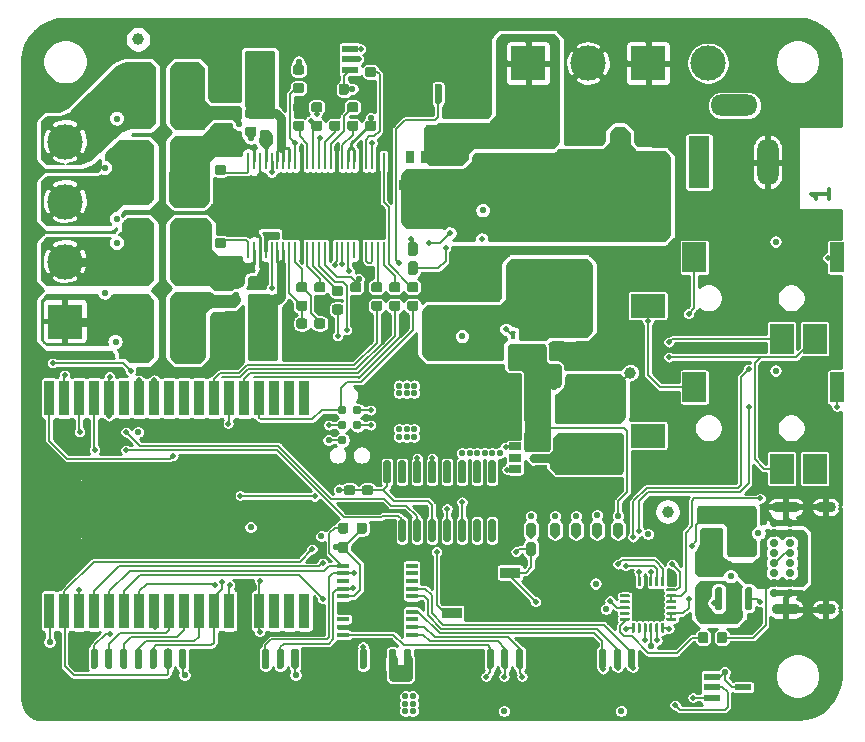
<source format=gtl>
G04 #@! TF.GenerationSoftware,KiCad,Pcbnew,(5.1.9)-1*
G04 #@! TF.CreationDate,2021-04-10T13:57:18+02:00*
G04 #@! TF.ProjectId,musical-box,6d757369-6361-46c2-9d62-6f782e6b6963,rev?*
G04 #@! TF.SameCoordinates,Original*
G04 #@! TF.FileFunction,Copper,L1,Top*
G04 #@! TF.FilePolarity,Positive*
%FSLAX46Y46*%
G04 Gerber Fmt 4.6, Leading zero omitted, Abs format (unit mm)*
G04 Created by KiCad (PCBNEW (5.1.9)-1) date 2021-04-10 13:57:18*
%MOMM*%
%LPD*%
G01*
G04 APERTURE LIST*
G04 #@! TA.AperFunction,NonConductor*
%ADD10C,0.304800*%
G04 #@! TD*
G04 #@! TA.AperFunction,ComponentPad*
%ADD11C,0.800000*%
G04 #@! TD*
G04 #@! TA.AperFunction,SMDPad,CuDef*
%ADD12R,5.000000X5.000000*%
G04 #@! TD*
G04 #@! TA.AperFunction,SMDPad,CuDef*
%ADD13R,0.900000X3.000000*%
G04 #@! TD*
G04 #@! TA.AperFunction,ConnectorPad*
%ADD14C,0.787400*%
G04 #@! TD*
G04 #@! TA.AperFunction,SMDPad,CuDef*
%ADD15R,2.000000X2.500000*%
G04 #@! TD*
G04 #@! TA.AperFunction,SMDPad,CuDef*
%ADD16R,2.900000X2.000000*%
G04 #@! TD*
G04 #@! TA.AperFunction,SMDPad,CuDef*
%ADD17R,1.200000X2.500000*%
G04 #@! TD*
G04 #@! TA.AperFunction,ComponentPad*
%ADD18C,0.600000*%
G04 #@! TD*
G04 #@! TA.AperFunction,SMDPad,CuDef*
%ADD19R,0.270000X1.461200*%
G04 #@! TD*
G04 #@! TA.AperFunction,SMDPad,CuDef*
%ADD20R,9.000000X3.900000*%
G04 #@! TD*
G04 #@! TA.AperFunction,SMDPad,CuDef*
%ADD21C,0.100000*%
G04 #@! TD*
G04 #@! TA.AperFunction,SMDPad,CuDef*
%ADD22R,0.350000X0.800000*%
G04 #@! TD*
G04 #@! TA.AperFunction,ComponentPad*
%ADD23C,3.000000*%
G04 #@! TD*
G04 #@! TA.AperFunction,ComponentPad*
%ADD24R,3.000000X3.000000*%
G04 #@! TD*
G04 #@! TA.AperFunction,SMDPad,CuDef*
%ADD25C,1.000000*%
G04 #@! TD*
G04 #@! TA.AperFunction,SMDPad,CuDef*
%ADD26R,1.700000X0.900000*%
G04 #@! TD*
G04 #@! TA.AperFunction,SMDPad,CuDef*
%ADD27R,1.432000X0.622000*%
G04 #@! TD*
G04 #@! TA.AperFunction,SMDPad,CuDef*
%ADD28R,1.432000X0.500000*%
G04 #@! TD*
G04 #@! TA.AperFunction,ComponentPad*
%ADD29O,1.700000X0.900000*%
G04 #@! TD*
G04 #@! TA.AperFunction,ComponentPad*
%ADD30O,2.400000X0.900000*%
G04 #@! TD*
G04 #@! TA.AperFunction,ComponentPad*
%ADD31C,0.700000*%
G04 #@! TD*
G04 #@! TA.AperFunction,SMDPad,CuDef*
%ADD32R,0.750000X4.530000*%
G04 #@! TD*
G04 #@! TA.AperFunction,SMDPad,CuDef*
%ADD33R,5.550000X0.905000*%
G04 #@! TD*
G04 #@! TA.AperFunction,SMDPad,CuDef*
%ADD34R,3.060000X4.055000*%
G04 #@! TD*
G04 #@! TA.AperFunction,SMDPad,CuDef*
%ADD35R,0.750000X1.000000*%
G04 #@! TD*
G04 #@! TA.AperFunction,SMDPad,CuDef*
%ADD36R,5.400000X2.900000*%
G04 #@! TD*
G04 #@! TA.AperFunction,SMDPad,CuDef*
%ADD37R,2.350000X5.100000*%
G04 #@! TD*
G04 #@! TA.AperFunction,SMDPad,CuDef*
%ADD38R,1.000000X0.400000*%
G04 #@! TD*
G04 #@! TA.AperFunction,SMDPad,CuDef*
%ADD39R,1.060000X0.650000*%
G04 #@! TD*
G04 #@! TA.AperFunction,SMDPad,CuDef*
%ADD40R,2.700000X2.700000*%
G04 #@! TD*
G04 #@! TA.AperFunction,SMDPad,CuDef*
%ADD41R,5.700000X1.600000*%
G04 #@! TD*
G04 #@! TA.AperFunction,ComponentPad*
%ADD42R,1.800000X4.400000*%
G04 #@! TD*
G04 #@! TA.AperFunction,ComponentPad*
%ADD43O,1.800000X4.000000*%
G04 #@! TD*
G04 #@! TA.AperFunction,ComponentPad*
%ADD44O,4.000000X1.800000*%
G04 #@! TD*
G04 #@! TA.AperFunction,ViaPad*
%ADD45C,0.560000*%
G04 #@! TD*
G04 #@! TA.AperFunction,ViaPad*
%ADD46C,0.460000*%
G04 #@! TD*
G04 #@! TA.AperFunction,Conductor*
%ADD47C,0.254000*%
G04 #@! TD*
G04 #@! TA.AperFunction,Conductor*
%ADD48C,0.150000*%
G04 #@! TD*
G04 #@! TA.AperFunction,Conductor*
%ADD49C,0.200000*%
G04 #@! TD*
G04 #@! TA.AperFunction,Conductor*
%ADD50C,0.508000*%
G04 #@! TD*
G04 #@! TA.AperFunction,Conductor*
%ADD51C,0.762000*%
G04 #@! TD*
G04 #@! TA.AperFunction,Conductor*
%ADD52C,0.800000*%
G04 #@! TD*
G04 #@! TA.AperFunction,Conductor*
%ADD53C,0.100000*%
G04 #@! TD*
G04 APERTURE END LIST*
D10*
X418689428Y-139764571D02*
X418689428Y-140635428D01*
X418689428Y-140200000D02*
X417165428Y-140200000D01*
X417383142Y-140345142D01*
X417528285Y-140490285D01*
X417600857Y-140635428D01*
D11*
X357567000Y-166304000D03*
X360167000Y-166304000D03*
X358867000Y-166304000D03*
X356267000Y-166304000D03*
X358867000Y-165004000D03*
X357567000Y-165004000D03*
X360167000Y-165004000D03*
X356267000Y-165004000D03*
X357567000Y-167604000D03*
X360167000Y-167604000D03*
X358867000Y-167604000D03*
X356267000Y-167604000D03*
X360167000Y-168904000D03*
X358867000Y-168904000D03*
X357567000Y-168904000D03*
X356267000Y-168904000D03*
D12*
X358277000Y-166904000D03*
D13*
X351357000Y-175504000D03*
X352627000Y-175504000D03*
X353897000Y-175504000D03*
X355167000Y-175504000D03*
X356437000Y-175504000D03*
X357707000Y-175504000D03*
X358977000Y-175504000D03*
X360247000Y-175504000D03*
X361517000Y-175504000D03*
X362787000Y-175504000D03*
X364057000Y-175504000D03*
X365327000Y-175504000D03*
X366597000Y-175504000D03*
X367867000Y-175504000D03*
X369167000Y-175504000D03*
X370437000Y-175504000D03*
X371707000Y-175504000D03*
X372977000Y-175504000D03*
X374247000Y-175504000D03*
X374247000Y-157504000D03*
X372977000Y-157504000D03*
X371707000Y-157504000D03*
X370437000Y-157504000D03*
X369167000Y-157504000D03*
X367867000Y-157474000D03*
X366597000Y-157474000D03*
X365327000Y-157474000D03*
X364057000Y-157474000D03*
X362787000Y-157474000D03*
X361517000Y-157474000D03*
X360247000Y-157474000D03*
X358977000Y-157474000D03*
X357707000Y-157474000D03*
X356437000Y-157474000D03*
X355167000Y-157474000D03*
X353897000Y-157474000D03*
X352627000Y-157474000D03*
X351357000Y-157474000D03*
D14*
X378714000Y-161036000D03*
X377444000Y-161036000D03*
X378714000Y-159766000D03*
X377444000Y-159766000D03*
X378714000Y-158496000D03*
X377444000Y-158496000D03*
G04 #@! TA.AperFunction,SMDPad,CuDef*
G36*
G01*
X368612000Y-129065000D02*
X368612000Y-130015000D01*
G75*
G02*
X368362000Y-130265000I-250000J0D01*
G01*
X367862000Y-130265000D01*
G75*
G02*
X367612000Y-130015000I0J250000D01*
G01*
X367612000Y-129065000D01*
G75*
G02*
X367862000Y-128815000I250000J0D01*
G01*
X368362000Y-128815000D01*
G75*
G02*
X368612000Y-129065000I0J-250000D01*
G01*
G37*
G04 #@! TD.AperFunction*
G04 #@! TA.AperFunction,SMDPad,CuDef*
G36*
G01*
X370512000Y-129065000D02*
X370512000Y-130015000D01*
G75*
G02*
X370262000Y-130265000I-250000J0D01*
G01*
X369762000Y-130265000D01*
G75*
G02*
X369512000Y-130015000I0J250000D01*
G01*
X369512000Y-129065000D01*
G75*
G02*
X369762000Y-128815000I250000J0D01*
G01*
X370262000Y-128815000D01*
G75*
G02*
X370512000Y-129065000I0J-250000D01*
G01*
G37*
G04 #@! TD.AperFunction*
G04 #@! TA.AperFunction,SMDPad,CuDef*
G36*
G01*
X368612000Y-131097000D02*
X368612000Y-132047000D01*
G75*
G02*
X368362000Y-132297000I-250000J0D01*
G01*
X367862000Y-132297000D01*
G75*
G02*
X367612000Y-132047000I0J250000D01*
G01*
X367612000Y-131097000D01*
G75*
G02*
X367862000Y-130847000I250000J0D01*
G01*
X368362000Y-130847000D01*
G75*
G02*
X368612000Y-131097000I0J-250000D01*
G01*
G37*
G04 #@! TD.AperFunction*
G04 #@! TA.AperFunction,SMDPad,CuDef*
G36*
G01*
X370512000Y-131097000D02*
X370512000Y-132047000D01*
G75*
G02*
X370262000Y-132297000I-250000J0D01*
G01*
X369762000Y-132297000D01*
G75*
G02*
X369512000Y-132047000I0J250000D01*
G01*
X369512000Y-131097000D01*
G75*
G02*
X369762000Y-130847000I250000J0D01*
G01*
X370262000Y-130847000D01*
G75*
G02*
X370512000Y-131097000I0J-250000D01*
G01*
G37*
G04 #@! TD.AperFunction*
G04 #@! TA.AperFunction,SMDPad,CuDef*
G36*
G01*
X368675500Y-152433000D02*
X368675500Y-153383000D01*
G75*
G02*
X368425500Y-153633000I-250000J0D01*
G01*
X367925500Y-153633000D01*
G75*
G02*
X367675500Y-153383000I0J250000D01*
G01*
X367675500Y-152433000D01*
G75*
G02*
X367925500Y-152183000I250000J0D01*
G01*
X368425500Y-152183000D01*
G75*
G02*
X368675500Y-152433000I0J-250000D01*
G01*
G37*
G04 #@! TD.AperFunction*
G04 #@! TA.AperFunction,SMDPad,CuDef*
G36*
G01*
X370575500Y-152433000D02*
X370575500Y-153383000D01*
G75*
G02*
X370325500Y-153633000I-250000J0D01*
G01*
X369825500Y-153633000D01*
G75*
G02*
X369575500Y-153383000I0J250000D01*
G01*
X369575500Y-152433000D01*
G75*
G02*
X369825500Y-152183000I250000J0D01*
G01*
X370325500Y-152183000D01*
G75*
G02*
X370575500Y-152433000I0J-250000D01*
G01*
G37*
G04 #@! TD.AperFunction*
G04 #@! TA.AperFunction,SMDPad,CuDef*
G36*
G01*
X368675500Y-150337500D02*
X368675500Y-151287500D01*
G75*
G02*
X368425500Y-151537500I-250000J0D01*
G01*
X367925500Y-151537500D01*
G75*
G02*
X367675500Y-151287500I0J250000D01*
G01*
X367675500Y-150337500D01*
G75*
G02*
X367925500Y-150087500I250000J0D01*
G01*
X368425500Y-150087500D01*
G75*
G02*
X368675500Y-150337500I0J-250000D01*
G01*
G37*
G04 #@! TD.AperFunction*
G04 #@! TA.AperFunction,SMDPad,CuDef*
G36*
G01*
X370575500Y-150337500D02*
X370575500Y-151287500D01*
G75*
G02*
X370325500Y-151537500I-250000J0D01*
G01*
X369825500Y-151537500D01*
G75*
G02*
X369575500Y-151287500I0J250000D01*
G01*
X369575500Y-150337500D01*
G75*
G02*
X369825500Y-150087500I250000J0D01*
G01*
X370325500Y-150087500D01*
G75*
G02*
X370575500Y-150337500I0J-250000D01*
G01*
G37*
G04 #@! TD.AperFunction*
G04 #@! TA.AperFunction,SMDPad,CuDef*
G36*
G01*
X373493000Y-134065000D02*
X374043000Y-134065000D01*
G75*
G02*
X374243000Y-134265000I0J-200000D01*
G01*
X374243000Y-134665000D01*
G75*
G02*
X374043000Y-134865000I-200000J0D01*
G01*
X373493000Y-134865000D01*
G75*
G02*
X373293000Y-134665000I0J200000D01*
G01*
X373293000Y-134265000D01*
G75*
G02*
X373493000Y-134065000I200000J0D01*
G01*
G37*
G04 #@! TD.AperFunction*
G04 #@! TA.AperFunction,SMDPad,CuDef*
G36*
G01*
X373493000Y-132415000D02*
X374043000Y-132415000D01*
G75*
G02*
X374243000Y-132615000I0J-200000D01*
G01*
X374243000Y-133015000D01*
G75*
G02*
X374043000Y-133215000I-200000J0D01*
G01*
X373493000Y-133215000D01*
G75*
G02*
X373293000Y-133015000I0J200000D01*
G01*
X373293000Y-132615000D01*
G75*
G02*
X373493000Y-132415000I200000J0D01*
G01*
G37*
G04 #@! TD.AperFunction*
D15*
X417451600Y-163450000D03*
X407251600Y-156550000D03*
D16*
X403301600Y-160650000D03*
D15*
X414651600Y-163450000D03*
X416451600Y-156550000D03*
D17*
X419351600Y-156550000D03*
D15*
X417451600Y-152450000D03*
X407251600Y-145550000D03*
D16*
X403301600Y-149650000D03*
D15*
X414651600Y-152450000D03*
X416451600Y-145550000D03*
D17*
X419351600Y-145550000D03*
D18*
X379115800Y-141196500D03*
X379115800Y-142496500D03*
X379115800Y-139896500D03*
X377815800Y-141196500D03*
X377815800Y-142496500D03*
X377815800Y-139896500D03*
X376515800Y-141196500D03*
X376515800Y-142496500D03*
X376515800Y-139896500D03*
X375215800Y-141196500D03*
X375215800Y-142496500D03*
X375215800Y-139896500D03*
X373915800Y-141196500D03*
X373915800Y-142496500D03*
X373915800Y-139896500D03*
X372615800Y-141196500D03*
X372615800Y-142496500D03*
X372615800Y-139896500D03*
D19*
X369465801Y-144971501D03*
X369965800Y-144971501D03*
X370465799Y-144971501D03*
X370965801Y-144971501D03*
X371465800Y-144971501D03*
X371965799Y-144971501D03*
X372465800Y-144971501D03*
X372965799Y-144971501D03*
X373465801Y-144971501D03*
X373965800Y-144971501D03*
X374465799Y-144971501D03*
X374965800Y-144971501D03*
X375465800Y-144971501D03*
X375965801Y-144971501D03*
X376465800Y-144971501D03*
X376965799Y-144971501D03*
X377465801Y-144971501D03*
X377965800Y-144971501D03*
X378465801Y-144971501D03*
X378965800Y-144971501D03*
X379465799Y-144971501D03*
X379965801Y-144971501D03*
X380465800Y-144971501D03*
X380965801Y-144971501D03*
X380965799Y-137421499D03*
X380465800Y-137421499D03*
X379965801Y-137421499D03*
X379465799Y-137421499D03*
X378965800Y-137421499D03*
X378465799Y-137421499D03*
X377965800Y-137421499D03*
X377465801Y-137421499D03*
X376965799Y-137421499D03*
X376465800Y-137421499D03*
X375965798Y-137421499D03*
X375465800Y-137421499D03*
X374965800Y-137421499D03*
X374465799Y-137421499D03*
X373965800Y-137421499D03*
X373465801Y-137421499D03*
X372965799Y-137421499D03*
X372465800Y-137421499D03*
X371965799Y-137421499D03*
X371465800Y-137421499D03*
X370965801Y-137421499D03*
X370465799Y-137421499D03*
X369965800Y-137421499D03*
X369465799Y-137421499D03*
D20*
X375215800Y-141196500D03*
D18*
X371315800Y-142496500D03*
X371315800Y-141196500D03*
X371315800Y-139896500D03*
G04 #@! TA.AperFunction,SMDPad,CuDef*
D21*
G36*
X393768000Y-154808000D02*
G01*
X393768000Y-154458000D01*
X393448000Y-154458000D01*
X393448000Y-154808000D01*
X393098000Y-154808000D01*
X393098000Y-154458000D01*
X392778000Y-154458000D01*
X392778000Y-154808000D01*
X392428000Y-154808000D01*
X392428000Y-154458000D01*
X392108000Y-154458000D01*
X392108000Y-154808000D01*
X391758000Y-154808000D01*
X391758000Y-152908000D01*
X394118000Y-152908000D01*
X394118000Y-154808000D01*
X393768000Y-154808000D01*
G37*
G04 #@! TD.AperFunction*
G04 #@! TA.AperFunction,SMDPad,CuDef*
G36*
X392433000Y-152558000D02*
G01*
X392433000Y-151758000D01*
X392783000Y-151758000D01*
X392783000Y-152108000D01*
X393103000Y-152108000D01*
X393103000Y-151758000D01*
X393453000Y-151758000D01*
X393453000Y-152108000D01*
X393773000Y-152108000D01*
X393773000Y-151758000D01*
X394113000Y-151758000D01*
X394113000Y-152558000D01*
X392433000Y-152558000D01*
G37*
G04 #@! TD.AperFunction*
D22*
X391933000Y-152158000D03*
G04 #@! TA.AperFunction,SMDPad,CuDef*
G36*
G01*
X388170000Y-129505000D02*
X388170000Y-127205000D01*
G75*
G02*
X388420000Y-126955000I250000J0D01*
G01*
X388920000Y-126955000D01*
G75*
G02*
X389170000Y-127205000I0J-250000D01*
G01*
X389170000Y-129505000D01*
G75*
G02*
X388920000Y-129755000I-250000J0D01*
G01*
X388420000Y-129755000D01*
G75*
G02*
X388170000Y-129505000I0J250000D01*
G01*
G37*
G04 #@! TD.AperFunction*
G04 #@! TA.AperFunction,SMDPad,CuDef*
G36*
G01*
X383220000Y-129505000D02*
X383220000Y-127205000D01*
G75*
G02*
X383470000Y-126955000I250000J0D01*
G01*
X383970000Y-126955000D01*
G75*
G02*
X384220000Y-127205000I0J-250000D01*
G01*
X384220000Y-129505000D01*
G75*
G02*
X383970000Y-129755000I-250000J0D01*
G01*
X383470000Y-129755000D01*
G75*
G02*
X383220000Y-129505000I0J250000D01*
G01*
G37*
G04 #@! TD.AperFunction*
G04 #@! TA.AperFunction,SMDPad,CuDef*
G36*
G01*
X386520000Y-132405000D02*
X386520000Y-131005000D01*
G75*
G02*
X386670000Y-130855000I150000J0D01*
G01*
X386970000Y-130855000D01*
G75*
G02*
X387120000Y-131005000I0J-150000D01*
G01*
X387120000Y-132405000D01*
G75*
G02*
X386970000Y-132555000I-150000J0D01*
G01*
X386670000Y-132555000D01*
G75*
G02*
X386520000Y-132405000I0J150000D01*
G01*
G37*
G04 #@! TD.AperFunction*
G04 #@! TA.AperFunction,SMDPad,CuDef*
G36*
G01*
X385270000Y-132405000D02*
X385270000Y-131005000D01*
G75*
G02*
X385420000Y-130855000I150000J0D01*
G01*
X385720000Y-130855000D01*
G75*
G02*
X385870000Y-131005000I0J-150000D01*
G01*
X385870000Y-132405000D01*
G75*
G02*
X385720000Y-132555000I-150000J0D01*
G01*
X385420000Y-132555000D01*
G75*
G02*
X385270000Y-132405000I0J150000D01*
G01*
G37*
G04 #@! TD.AperFunction*
D23*
X398260000Y-129120000D03*
D24*
X393180000Y-129120000D03*
G04 #@! TA.AperFunction,SMDPad,CuDef*
G36*
G01*
X383625500Y-145469000D02*
X383200500Y-145469000D01*
G75*
G02*
X382988000Y-145256500I0J212500D01*
G01*
X382988000Y-144456500D01*
G75*
G02*
X383200500Y-144244000I212500J0D01*
G01*
X383625500Y-144244000D01*
G75*
G02*
X383838000Y-144456500I0J-212500D01*
G01*
X383838000Y-145256500D01*
G75*
G02*
X383625500Y-145469000I-212500J0D01*
G01*
G37*
G04 #@! TD.AperFunction*
G04 #@! TA.AperFunction,SMDPad,CuDef*
G36*
G01*
X383625500Y-147094000D02*
X383200500Y-147094000D01*
G75*
G02*
X382988000Y-146881500I0J212500D01*
G01*
X382988000Y-146081500D01*
G75*
G02*
X383200500Y-145869000I212500J0D01*
G01*
X383625500Y-145869000D01*
G75*
G02*
X383838000Y-146081500I0J-212500D01*
G01*
X383838000Y-146881500D01*
G75*
G02*
X383625500Y-147094000I-212500J0D01*
G01*
G37*
G04 #@! TD.AperFunction*
G04 #@! TA.AperFunction,SMDPad,CuDef*
G36*
G01*
X384814000Y-158044000D02*
X386814000Y-158044000D01*
G75*
G02*
X387064000Y-158294000I0J-250000D01*
G01*
X387064000Y-161794000D01*
G75*
G02*
X386814000Y-162044000I-250000J0D01*
G01*
X384814000Y-162044000D01*
G75*
G02*
X384564000Y-161794000I0J250000D01*
G01*
X384564000Y-158294000D01*
G75*
G02*
X384814000Y-158044000I250000J0D01*
G01*
G37*
G04 #@! TD.AperFunction*
G04 #@! TA.AperFunction,SMDPad,CuDef*
G36*
G01*
X384814000Y-150044000D02*
X386814000Y-150044000D01*
G75*
G02*
X387064000Y-150294000I0J-250000D01*
G01*
X387064000Y-153794000D01*
G75*
G02*
X386814000Y-154044000I-250000J0D01*
G01*
X384814000Y-154044000D01*
G75*
G02*
X384564000Y-153794000I0J250000D01*
G01*
X384564000Y-150294000D01*
G75*
G02*
X384814000Y-150044000I250000J0D01*
G01*
G37*
G04 #@! TD.AperFunction*
G04 #@! TA.AperFunction,SMDPad,CuDef*
G36*
G01*
X393403000Y-160110250D02*
X393403000Y-159597750D01*
G75*
G02*
X393621750Y-159379000I218750J0D01*
G01*
X394059250Y-159379000D01*
G75*
G02*
X394278000Y-159597750I0J-218750D01*
G01*
X394278000Y-160110250D01*
G75*
G02*
X394059250Y-160329000I-218750J0D01*
G01*
X393621750Y-160329000D01*
G75*
G02*
X393403000Y-160110250I0J218750D01*
G01*
G37*
G04 #@! TD.AperFunction*
G04 #@! TA.AperFunction,SMDPad,CuDef*
G36*
G01*
X391828000Y-160110250D02*
X391828000Y-159597750D01*
G75*
G02*
X392046750Y-159379000I218750J0D01*
G01*
X392484250Y-159379000D01*
G75*
G02*
X392703000Y-159597750I0J-218750D01*
G01*
X392703000Y-160110250D01*
G75*
G02*
X392484250Y-160329000I-218750J0D01*
G01*
X392046750Y-160329000D01*
G75*
G02*
X391828000Y-160110250I0J218750D01*
G01*
G37*
G04 #@! TD.AperFunction*
D25*
X401828000Y-155321000D03*
G04 #@! TA.AperFunction,SMDPad,CuDef*
G36*
G01*
X393503000Y-158551000D02*
X393503000Y-157601000D01*
G75*
G02*
X393753000Y-157351000I250000J0D01*
G01*
X394253000Y-157351000D01*
G75*
G02*
X394503000Y-157601000I0J-250000D01*
G01*
X394503000Y-158551000D01*
G75*
G02*
X394253000Y-158801000I-250000J0D01*
G01*
X393753000Y-158801000D01*
G75*
G02*
X393503000Y-158551000I0J250000D01*
G01*
G37*
G04 #@! TD.AperFunction*
G04 #@! TA.AperFunction,SMDPad,CuDef*
G36*
G01*
X391603000Y-158551000D02*
X391603000Y-157601000D01*
G75*
G02*
X391853000Y-157351000I250000J0D01*
G01*
X392353000Y-157351000D01*
G75*
G02*
X392603000Y-157601000I0J-250000D01*
G01*
X392603000Y-158551000D01*
G75*
G02*
X392353000Y-158801000I-250000J0D01*
G01*
X391853000Y-158801000D01*
G75*
G02*
X391603000Y-158551000I0J250000D01*
G01*
G37*
G04 #@! TD.AperFunction*
G04 #@! TA.AperFunction,SMDPad,CuDef*
G36*
G01*
X393503000Y-156519000D02*
X393503000Y-155569000D01*
G75*
G02*
X393753000Y-155319000I250000J0D01*
G01*
X394253000Y-155319000D01*
G75*
G02*
X394503000Y-155569000I0J-250000D01*
G01*
X394503000Y-156519000D01*
G75*
G02*
X394253000Y-156769000I-250000J0D01*
G01*
X393753000Y-156769000D01*
G75*
G02*
X393503000Y-156519000I0J250000D01*
G01*
G37*
G04 #@! TD.AperFunction*
G04 #@! TA.AperFunction,SMDPad,CuDef*
G36*
G01*
X391603000Y-156519000D02*
X391603000Y-155569000D01*
G75*
G02*
X391853000Y-155319000I250000J0D01*
G01*
X392353000Y-155319000D01*
G75*
G02*
X392603000Y-155569000I0J-250000D01*
G01*
X392603000Y-156519000D01*
G75*
G02*
X392353000Y-156769000I-250000J0D01*
G01*
X391853000Y-156769000D01*
G75*
G02*
X391603000Y-156519000I0J250000D01*
G01*
G37*
G04 #@! TD.AperFunction*
G04 #@! TA.AperFunction,SMDPad,CuDef*
G36*
G01*
X395678500Y-169242500D02*
X395253500Y-169242500D01*
G75*
G02*
X395041000Y-169030000I0J212500D01*
G01*
X395041000Y-168230000D01*
G75*
G02*
X395253500Y-168017500I212500J0D01*
G01*
X395678500Y-168017500D01*
G75*
G02*
X395891000Y-168230000I0J-212500D01*
G01*
X395891000Y-169030000D01*
G75*
G02*
X395678500Y-169242500I-212500J0D01*
G01*
G37*
G04 #@! TD.AperFunction*
G04 #@! TA.AperFunction,SMDPad,CuDef*
G36*
G01*
X395678500Y-170867500D02*
X395253500Y-170867500D01*
G75*
G02*
X395041000Y-170655000I0J212500D01*
G01*
X395041000Y-169855000D01*
G75*
G02*
X395253500Y-169642500I212500J0D01*
G01*
X395678500Y-169642500D01*
G75*
G02*
X395891000Y-169855000I0J-212500D01*
G01*
X395891000Y-170655000D01*
G75*
G02*
X395678500Y-170867500I-212500J0D01*
G01*
G37*
G04 #@! TD.AperFunction*
D26*
X391656000Y-172251000D03*
X391656000Y-175651000D03*
X386703000Y-175651000D03*
X386703000Y-172251000D03*
D27*
X411375000Y-181068000D03*
D28*
X411375000Y-181952000D03*
D27*
X411375000Y-182836000D03*
X408767000Y-182836000D03*
D28*
X408767000Y-181952000D03*
D27*
X408767000Y-181068000D03*
D29*
X418380000Y-166700000D03*
X418380000Y-175350000D03*
D30*
X415000000Y-166700000D03*
X415000000Y-175350000D03*
D31*
X415370000Y-170600000D03*
X415370000Y-168050000D03*
X415370000Y-168900000D03*
X415370000Y-169750000D03*
X415370000Y-174000000D03*
X415370000Y-172300000D03*
X415370000Y-171450000D03*
X415370000Y-173150000D03*
X414020000Y-168050000D03*
X414020000Y-168900000D03*
X414020000Y-169750000D03*
X414020000Y-170600000D03*
X414020000Y-171450000D03*
X414020000Y-172300000D03*
X414020000Y-173150000D03*
X414020000Y-174000000D03*
D23*
X354000000Y-135760000D03*
D24*
X354000000Y-151000000D03*
D23*
X354000000Y-140840000D03*
X354000000Y-145920000D03*
G04 #@! TA.AperFunction,SMDPad,CuDef*
G36*
G01*
X408201000Y-170507000D02*
X407901000Y-170507000D01*
G75*
G02*
X407751000Y-170357000I0J150000D01*
G01*
X407751000Y-168707000D01*
G75*
G02*
X407901000Y-168557000I150000J0D01*
G01*
X408201000Y-168557000D01*
G75*
G02*
X408351000Y-168707000I0J-150000D01*
G01*
X408351000Y-170357000D01*
G75*
G02*
X408201000Y-170507000I-150000J0D01*
G01*
G37*
G04 #@! TD.AperFunction*
G04 #@! TA.AperFunction,SMDPad,CuDef*
G36*
G01*
X409471000Y-170507000D02*
X409171000Y-170507000D01*
G75*
G02*
X409021000Y-170357000I0J150000D01*
G01*
X409021000Y-168707000D01*
G75*
G02*
X409171000Y-168557000I150000J0D01*
G01*
X409471000Y-168557000D01*
G75*
G02*
X409621000Y-168707000I0J-150000D01*
G01*
X409621000Y-170357000D01*
G75*
G02*
X409471000Y-170507000I-150000J0D01*
G01*
G37*
G04 #@! TD.AperFunction*
G04 #@! TA.AperFunction,SMDPad,CuDef*
G36*
G01*
X410741000Y-170507000D02*
X410441000Y-170507000D01*
G75*
G02*
X410291000Y-170357000I0J150000D01*
G01*
X410291000Y-168707000D01*
G75*
G02*
X410441000Y-168557000I150000J0D01*
G01*
X410741000Y-168557000D01*
G75*
G02*
X410891000Y-168707000I0J-150000D01*
G01*
X410891000Y-170357000D01*
G75*
G02*
X410741000Y-170507000I-150000J0D01*
G01*
G37*
G04 #@! TD.AperFunction*
G04 #@! TA.AperFunction,SMDPad,CuDef*
G36*
G01*
X412011000Y-170507000D02*
X411711000Y-170507000D01*
G75*
G02*
X411561000Y-170357000I0J150000D01*
G01*
X411561000Y-168707000D01*
G75*
G02*
X411711000Y-168557000I150000J0D01*
G01*
X412011000Y-168557000D01*
G75*
G02*
X412161000Y-168707000I0J-150000D01*
G01*
X412161000Y-170357000D01*
G75*
G02*
X412011000Y-170507000I-150000J0D01*
G01*
G37*
G04 #@! TD.AperFunction*
G04 #@! TA.AperFunction,SMDPad,CuDef*
G36*
G01*
X412011000Y-175457000D02*
X411711000Y-175457000D01*
G75*
G02*
X411561000Y-175307000I0J150000D01*
G01*
X411561000Y-173657000D01*
G75*
G02*
X411711000Y-173507000I150000J0D01*
G01*
X412011000Y-173507000D01*
G75*
G02*
X412161000Y-173657000I0J-150000D01*
G01*
X412161000Y-175307000D01*
G75*
G02*
X412011000Y-175457000I-150000J0D01*
G01*
G37*
G04 #@! TD.AperFunction*
G04 #@! TA.AperFunction,SMDPad,CuDef*
G36*
G01*
X410741000Y-175457000D02*
X410441000Y-175457000D01*
G75*
G02*
X410291000Y-175307000I0J150000D01*
G01*
X410291000Y-173657000D01*
G75*
G02*
X410441000Y-173507000I150000J0D01*
G01*
X410741000Y-173507000D01*
G75*
G02*
X410891000Y-173657000I0J-150000D01*
G01*
X410891000Y-175307000D01*
G75*
G02*
X410741000Y-175457000I-150000J0D01*
G01*
G37*
G04 #@! TD.AperFunction*
G04 #@! TA.AperFunction,SMDPad,CuDef*
G36*
G01*
X409471000Y-175457000D02*
X409171000Y-175457000D01*
G75*
G02*
X409021000Y-175307000I0J150000D01*
G01*
X409021000Y-173657000D01*
G75*
G02*
X409171000Y-173507000I150000J0D01*
G01*
X409471000Y-173507000D01*
G75*
G02*
X409621000Y-173657000I0J-150000D01*
G01*
X409621000Y-175307000D01*
G75*
G02*
X409471000Y-175457000I-150000J0D01*
G01*
G37*
G04 #@! TD.AperFunction*
G04 #@! TA.AperFunction,SMDPad,CuDef*
G36*
G01*
X408201000Y-175457000D02*
X407901000Y-175457000D01*
G75*
G02*
X407751000Y-175307000I0J150000D01*
G01*
X407751000Y-173657000D01*
G75*
G02*
X407901000Y-173507000I150000J0D01*
G01*
X408201000Y-173507000D01*
G75*
G02*
X408351000Y-173657000I0J-150000D01*
G01*
X408351000Y-175307000D01*
G75*
G02*
X408201000Y-175457000I-150000J0D01*
G01*
G37*
G04 #@! TD.AperFunction*
D32*
X386957000Y-140787500D03*
X383147000Y-140787500D03*
D33*
X385052000Y-139400000D03*
D34*
X385052000Y-140550000D03*
D35*
X386957000Y-137057500D03*
X383147000Y-137057500D03*
X385687000Y-137057500D03*
X384417000Y-137057500D03*
G04 #@! TA.AperFunction,SMDPad,CuDef*
G36*
G01*
X353850000Y-181750000D02*
X353850000Y-184050000D01*
G75*
G02*
X353600000Y-184300000I-250000J0D01*
G01*
X353100000Y-184300000D01*
G75*
G02*
X352850000Y-184050000I0J250000D01*
G01*
X352850000Y-181750000D01*
G75*
G02*
X353100000Y-181500000I250000J0D01*
G01*
X353600000Y-181500000D01*
G75*
G02*
X353850000Y-181750000I0J-250000D01*
G01*
G37*
G04 #@! TD.AperFunction*
G04 #@! TA.AperFunction,SMDPad,CuDef*
G36*
G01*
X366300000Y-181750000D02*
X366300000Y-184050000D01*
G75*
G02*
X366050000Y-184300000I-250000J0D01*
G01*
X365550000Y-184300000D01*
G75*
G02*
X365300000Y-184050000I0J250000D01*
G01*
X365300000Y-181750000D01*
G75*
G02*
X365550000Y-181500000I250000J0D01*
G01*
X366050000Y-181500000D01*
G75*
G02*
X366300000Y-181750000I0J-250000D01*
G01*
G37*
G04 #@! TD.AperFunction*
G04 #@! TA.AperFunction,SMDPad,CuDef*
G36*
G01*
X355500000Y-178850000D02*
X355500000Y-180250000D01*
G75*
G02*
X355350000Y-180400000I-150000J0D01*
G01*
X355050000Y-180400000D01*
G75*
G02*
X354900000Y-180250000I0J150000D01*
G01*
X354900000Y-178850000D01*
G75*
G02*
X355050000Y-178700000I150000J0D01*
G01*
X355350000Y-178700000D01*
G75*
G02*
X355500000Y-178850000I0J-150000D01*
G01*
G37*
G04 #@! TD.AperFunction*
G04 #@! TA.AperFunction,SMDPad,CuDef*
G36*
G01*
X356750000Y-178850000D02*
X356750000Y-180250000D01*
G75*
G02*
X356600000Y-180400000I-150000J0D01*
G01*
X356300000Y-180400000D01*
G75*
G02*
X356150000Y-180250000I0J150000D01*
G01*
X356150000Y-178850000D01*
G75*
G02*
X356300000Y-178700000I150000J0D01*
G01*
X356600000Y-178700000D01*
G75*
G02*
X356750000Y-178850000I0J-150000D01*
G01*
G37*
G04 #@! TD.AperFunction*
G04 #@! TA.AperFunction,SMDPad,CuDef*
G36*
G01*
X358000000Y-178850000D02*
X358000000Y-180250000D01*
G75*
G02*
X357850000Y-180400000I-150000J0D01*
G01*
X357550000Y-180400000D01*
G75*
G02*
X357400000Y-180250000I0J150000D01*
G01*
X357400000Y-178850000D01*
G75*
G02*
X357550000Y-178700000I150000J0D01*
G01*
X357850000Y-178700000D01*
G75*
G02*
X358000000Y-178850000I0J-150000D01*
G01*
G37*
G04 #@! TD.AperFunction*
G04 #@! TA.AperFunction,SMDPad,CuDef*
G36*
G01*
X359250000Y-178850000D02*
X359250000Y-180250000D01*
G75*
G02*
X359100000Y-180400000I-150000J0D01*
G01*
X358800000Y-180400000D01*
G75*
G02*
X358650000Y-180250000I0J150000D01*
G01*
X358650000Y-178850000D01*
G75*
G02*
X358800000Y-178700000I150000J0D01*
G01*
X359100000Y-178700000D01*
G75*
G02*
X359250000Y-178850000I0J-150000D01*
G01*
G37*
G04 #@! TD.AperFunction*
G04 #@! TA.AperFunction,SMDPad,CuDef*
G36*
G01*
X360500000Y-178850000D02*
X360500000Y-180250000D01*
G75*
G02*
X360350000Y-180400000I-150000J0D01*
G01*
X360050000Y-180400000D01*
G75*
G02*
X359900000Y-180250000I0J150000D01*
G01*
X359900000Y-178850000D01*
G75*
G02*
X360050000Y-178700000I150000J0D01*
G01*
X360350000Y-178700000D01*
G75*
G02*
X360500000Y-178850000I0J-150000D01*
G01*
G37*
G04 #@! TD.AperFunction*
G04 #@! TA.AperFunction,SMDPad,CuDef*
G36*
G01*
X361750000Y-178850000D02*
X361750000Y-180250000D01*
G75*
G02*
X361600000Y-180400000I-150000J0D01*
G01*
X361300000Y-180400000D01*
G75*
G02*
X361150000Y-180250000I0J150000D01*
G01*
X361150000Y-178850000D01*
G75*
G02*
X361300000Y-178700000I150000J0D01*
G01*
X361600000Y-178700000D01*
G75*
G02*
X361750000Y-178850000I0J-150000D01*
G01*
G37*
G04 #@! TD.AperFunction*
G04 #@! TA.AperFunction,SMDPad,CuDef*
G36*
G01*
X363000000Y-178850000D02*
X363000000Y-180250000D01*
G75*
G02*
X362850000Y-180400000I-150000J0D01*
G01*
X362550000Y-180400000D01*
G75*
G02*
X362400000Y-180250000I0J150000D01*
G01*
X362400000Y-178850000D01*
G75*
G02*
X362550000Y-178700000I150000J0D01*
G01*
X362850000Y-178700000D01*
G75*
G02*
X363000000Y-178850000I0J-150000D01*
G01*
G37*
G04 #@! TD.AperFunction*
G04 #@! TA.AperFunction,SMDPad,CuDef*
G36*
G01*
X364250000Y-178850000D02*
X364250000Y-180250000D01*
G75*
G02*
X364100000Y-180400000I-150000J0D01*
G01*
X363800000Y-180400000D01*
G75*
G02*
X363650000Y-180250000I0J150000D01*
G01*
X363650000Y-178850000D01*
G75*
G02*
X363800000Y-178700000I150000J0D01*
G01*
X364100000Y-178700000D01*
G75*
G02*
X364250000Y-178850000I0J-150000D01*
G01*
G37*
G04 #@! TD.AperFunction*
D27*
X375493000Y-129672500D03*
D28*
X375493000Y-128788500D03*
D27*
X375493000Y-127904500D03*
X378101000Y-127904500D03*
D28*
X378101000Y-128788500D03*
D27*
X378101000Y-129672500D03*
D36*
X394831000Y-148548000D03*
X394831000Y-138648000D03*
D37*
X360117000Y-131846000D03*
X364267000Y-131846000D03*
X360117000Y-138450000D03*
X364267000Y-138450000D03*
X360125000Y-145000000D03*
X364275000Y-145000000D03*
X360117000Y-151600000D03*
X364267000Y-151600000D03*
D38*
X383326000Y-171661000D03*
X383326000Y-172311000D03*
X383326000Y-172961000D03*
X383326000Y-173611000D03*
X383326000Y-174261000D03*
X383326000Y-174911000D03*
X383326000Y-175561000D03*
X383326000Y-176211000D03*
X383326000Y-176861000D03*
X383326000Y-177511000D03*
X377526000Y-177511000D03*
X377526000Y-176861000D03*
X377526000Y-176211000D03*
X377526000Y-175561000D03*
X377526000Y-174911000D03*
X377526000Y-174261000D03*
X377526000Y-173611000D03*
X377526000Y-172961000D03*
X377526000Y-172311000D03*
X377526000Y-171661000D03*
G04 #@! TA.AperFunction,SMDPad,CuDef*
G36*
G01*
X381392000Y-164704000D02*
X381092000Y-164704000D01*
G75*
G02*
X380942000Y-164554000I0J150000D01*
G01*
X380942000Y-162904000D01*
G75*
G02*
X381092000Y-162754000I150000J0D01*
G01*
X381392000Y-162754000D01*
G75*
G02*
X381542000Y-162904000I0J-150000D01*
G01*
X381542000Y-164554000D01*
G75*
G02*
X381392000Y-164704000I-150000J0D01*
G01*
G37*
G04 #@! TD.AperFunction*
G04 #@! TA.AperFunction,SMDPad,CuDef*
G36*
G01*
X382662000Y-164704000D02*
X382362000Y-164704000D01*
G75*
G02*
X382212000Y-164554000I0J150000D01*
G01*
X382212000Y-162904000D01*
G75*
G02*
X382362000Y-162754000I150000J0D01*
G01*
X382662000Y-162754000D01*
G75*
G02*
X382812000Y-162904000I0J-150000D01*
G01*
X382812000Y-164554000D01*
G75*
G02*
X382662000Y-164704000I-150000J0D01*
G01*
G37*
G04 #@! TD.AperFunction*
G04 #@! TA.AperFunction,SMDPad,CuDef*
G36*
G01*
X383932000Y-164704000D02*
X383632000Y-164704000D01*
G75*
G02*
X383482000Y-164554000I0J150000D01*
G01*
X383482000Y-162904000D01*
G75*
G02*
X383632000Y-162754000I150000J0D01*
G01*
X383932000Y-162754000D01*
G75*
G02*
X384082000Y-162904000I0J-150000D01*
G01*
X384082000Y-164554000D01*
G75*
G02*
X383932000Y-164704000I-150000J0D01*
G01*
G37*
G04 #@! TD.AperFunction*
G04 #@! TA.AperFunction,SMDPad,CuDef*
G36*
G01*
X385202000Y-164704000D02*
X384902000Y-164704000D01*
G75*
G02*
X384752000Y-164554000I0J150000D01*
G01*
X384752000Y-162904000D01*
G75*
G02*
X384902000Y-162754000I150000J0D01*
G01*
X385202000Y-162754000D01*
G75*
G02*
X385352000Y-162904000I0J-150000D01*
G01*
X385352000Y-164554000D01*
G75*
G02*
X385202000Y-164704000I-150000J0D01*
G01*
G37*
G04 #@! TD.AperFunction*
G04 #@! TA.AperFunction,SMDPad,CuDef*
G36*
G01*
X386472000Y-164704000D02*
X386172000Y-164704000D01*
G75*
G02*
X386022000Y-164554000I0J150000D01*
G01*
X386022000Y-162904000D01*
G75*
G02*
X386172000Y-162754000I150000J0D01*
G01*
X386472000Y-162754000D01*
G75*
G02*
X386622000Y-162904000I0J-150000D01*
G01*
X386622000Y-164554000D01*
G75*
G02*
X386472000Y-164704000I-150000J0D01*
G01*
G37*
G04 #@! TD.AperFunction*
G04 #@! TA.AperFunction,SMDPad,CuDef*
G36*
G01*
X387742000Y-164704000D02*
X387442000Y-164704000D01*
G75*
G02*
X387292000Y-164554000I0J150000D01*
G01*
X387292000Y-162904000D01*
G75*
G02*
X387442000Y-162754000I150000J0D01*
G01*
X387742000Y-162754000D01*
G75*
G02*
X387892000Y-162904000I0J-150000D01*
G01*
X387892000Y-164554000D01*
G75*
G02*
X387742000Y-164704000I-150000J0D01*
G01*
G37*
G04 #@! TD.AperFunction*
G04 #@! TA.AperFunction,SMDPad,CuDef*
G36*
G01*
X389012000Y-164704000D02*
X388712000Y-164704000D01*
G75*
G02*
X388562000Y-164554000I0J150000D01*
G01*
X388562000Y-162904000D01*
G75*
G02*
X388712000Y-162754000I150000J0D01*
G01*
X389012000Y-162754000D01*
G75*
G02*
X389162000Y-162904000I0J-150000D01*
G01*
X389162000Y-164554000D01*
G75*
G02*
X389012000Y-164704000I-150000J0D01*
G01*
G37*
G04 #@! TD.AperFunction*
G04 #@! TA.AperFunction,SMDPad,CuDef*
G36*
G01*
X390282000Y-164704000D02*
X389982000Y-164704000D01*
G75*
G02*
X389832000Y-164554000I0J150000D01*
G01*
X389832000Y-162904000D01*
G75*
G02*
X389982000Y-162754000I150000J0D01*
G01*
X390282000Y-162754000D01*
G75*
G02*
X390432000Y-162904000I0J-150000D01*
G01*
X390432000Y-164554000D01*
G75*
G02*
X390282000Y-164704000I-150000J0D01*
G01*
G37*
G04 #@! TD.AperFunction*
G04 #@! TA.AperFunction,SMDPad,CuDef*
G36*
G01*
X390282000Y-169654000D02*
X389982000Y-169654000D01*
G75*
G02*
X389832000Y-169504000I0J150000D01*
G01*
X389832000Y-167854000D01*
G75*
G02*
X389982000Y-167704000I150000J0D01*
G01*
X390282000Y-167704000D01*
G75*
G02*
X390432000Y-167854000I0J-150000D01*
G01*
X390432000Y-169504000D01*
G75*
G02*
X390282000Y-169654000I-150000J0D01*
G01*
G37*
G04 #@! TD.AperFunction*
G04 #@! TA.AperFunction,SMDPad,CuDef*
G36*
G01*
X389012000Y-169654000D02*
X388712000Y-169654000D01*
G75*
G02*
X388562000Y-169504000I0J150000D01*
G01*
X388562000Y-167854000D01*
G75*
G02*
X388712000Y-167704000I150000J0D01*
G01*
X389012000Y-167704000D01*
G75*
G02*
X389162000Y-167854000I0J-150000D01*
G01*
X389162000Y-169504000D01*
G75*
G02*
X389012000Y-169654000I-150000J0D01*
G01*
G37*
G04 #@! TD.AperFunction*
G04 #@! TA.AperFunction,SMDPad,CuDef*
G36*
G01*
X387742000Y-169654000D02*
X387442000Y-169654000D01*
G75*
G02*
X387292000Y-169504000I0J150000D01*
G01*
X387292000Y-167854000D01*
G75*
G02*
X387442000Y-167704000I150000J0D01*
G01*
X387742000Y-167704000D01*
G75*
G02*
X387892000Y-167854000I0J-150000D01*
G01*
X387892000Y-169504000D01*
G75*
G02*
X387742000Y-169654000I-150000J0D01*
G01*
G37*
G04 #@! TD.AperFunction*
G04 #@! TA.AperFunction,SMDPad,CuDef*
G36*
G01*
X386472000Y-169654000D02*
X386172000Y-169654000D01*
G75*
G02*
X386022000Y-169504000I0J150000D01*
G01*
X386022000Y-167854000D01*
G75*
G02*
X386172000Y-167704000I150000J0D01*
G01*
X386472000Y-167704000D01*
G75*
G02*
X386622000Y-167854000I0J-150000D01*
G01*
X386622000Y-169504000D01*
G75*
G02*
X386472000Y-169654000I-150000J0D01*
G01*
G37*
G04 #@! TD.AperFunction*
G04 #@! TA.AperFunction,SMDPad,CuDef*
G36*
G01*
X385202000Y-169654000D02*
X384902000Y-169654000D01*
G75*
G02*
X384752000Y-169504000I0J150000D01*
G01*
X384752000Y-167854000D01*
G75*
G02*
X384902000Y-167704000I150000J0D01*
G01*
X385202000Y-167704000D01*
G75*
G02*
X385352000Y-167854000I0J-150000D01*
G01*
X385352000Y-169504000D01*
G75*
G02*
X385202000Y-169654000I-150000J0D01*
G01*
G37*
G04 #@! TD.AperFunction*
G04 #@! TA.AperFunction,SMDPad,CuDef*
G36*
G01*
X383932000Y-169654000D02*
X383632000Y-169654000D01*
G75*
G02*
X383482000Y-169504000I0J150000D01*
G01*
X383482000Y-167854000D01*
G75*
G02*
X383632000Y-167704000I150000J0D01*
G01*
X383932000Y-167704000D01*
G75*
G02*
X384082000Y-167854000I0J-150000D01*
G01*
X384082000Y-169504000D01*
G75*
G02*
X383932000Y-169654000I-150000J0D01*
G01*
G37*
G04 #@! TD.AperFunction*
G04 #@! TA.AperFunction,SMDPad,CuDef*
G36*
G01*
X382662000Y-169654000D02*
X382362000Y-169654000D01*
G75*
G02*
X382212000Y-169504000I0J150000D01*
G01*
X382212000Y-167854000D01*
G75*
G02*
X382362000Y-167704000I150000J0D01*
G01*
X382662000Y-167704000D01*
G75*
G02*
X382812000Y-167854000I0J-150000D01*
G01*
X382812000Y-169504000D01*
G75*
G02*
X382662000Y-169654000I-150000J0D01*
G01*
G37*
G04 #@! TD.AperFunction*
G04 #@! TA.AperFunction,SMDPad,CuDef*
G36*
G01*
X381392000Y-169654000D02*
X381092000Y-169654000D01*
G75*
G02*
X380942000Y-169504000I0J150000D01*
G01*
X380942000Y-167854000D01*
G75*
G02*
X381092000Y-167704000I150000J0D01*
G01*
X381392000Y-167704000D01*
G75*
G02*
X381542000Y-167854000I0J-150000D01*
G01*
X381542000Y-169504000D01*
G75*
G02*
X381392000Y-169654000I-150000J0D01*
G01*
G37*
G04 #@! TD.AperFunction*
D39*
X392080000Y-162521000D03*
X392080000Y-163471000D03*
X392080000Y-161571000D03*
X394280000Y-161571000D03*
X394280000Y-162521000D03*
X394280000Y-163471000D03*
D40*
X403340000Y-174967000D03*
G04 #@! TA.AperFunction,SMDPad,CuDef*
G36*
G01*
X404715000Y-176579500D02*
X404715000Y-177279500D01*
G75*
G02*
X404652500Y-177342000I-62500J0D01*
G01*
X404527500Y-177342000D01*
G75*
G02*
X404465000Y-177279500I0J62500D01*
G01*
X404465000Y-176579500D01*
G75*
G02*
X404527500Y-176517000I62500J0D01*
G01*
X404652500Y-176517000D01*
G75*
G02*
X404715000Y-176579500I0J-62500D01*
G01*
G37*
G04 #@! TD.AperFunction*
G04 #@! TA.AperFunction,SMDPad,CuDef*
G36*
G01*
X404215000Y-176579500D02*
X404215000Y-177279500D01*
G75*
G02*
X404152500Y-177342000I-62500J0D01*
G01*
X404027500Y-177342000D01*
G75*
G02*
X403965000Y-177279500I0J62500D01*
G01*
X403965000Y-176579500D01*
G75*
G02*
X404027500Y-176517000I62500J0D01*
G01*
X404152500Y-176517000D01*
G75*
G02*
X404215000Y-176579500I0J-62500D01*
G01*
G37*
G04 #@! TD.AperFunction*
G04 #@! TA.AperFunction,SMDPad,CuDef*
G36*
G01*
X403715000Y-176579500D02*
X403715000Y-177279500D01*
G75*
G02*
X403652500Y-177342000I-62500J0D01*
G01*
X403527500Y-177342000D01*
G75*
G02*
X403465000Y-177279500I0J62500D01*
G01*
X403465000Y-176579500D01*
G75*
G02*
X403527500Y-176517000I62500J0D01*
G01*
X403652500Y-176517000D01*
G75*
G02*
X403715000Y-176579500I0J-62500D01*
G01*
G37*
G04 #@! TD.AperFunction*
G04 #@! TA.AperFunction,SMDPad,CuDef*
G36*
G01*
X403215000Y-176579500D02*
X403215000Y-177279500D01*
G75*
G02*
X403152500Y-177342000I-62500J0D01*
G01*
X403027500Y-177342000D01*
G75*
G02*
X402965000Y-177279500I0J62500D01*
G01*
X402965000Y-176579500D01*
G75*
G02*
X403027500Y-176517000I62500J0D01*
G01*
X403152500Y-176517000D01*
G75*
G02*
X403215000Y-176579500I0J-62500D01*
G01*
G37*
G04 #@! TD.AperFunction*
G04 #@! TA.AperFunction,SMDPad,CuDef*
G36*
G01*
X402715000Y-176579500D02*
X402715000Y-177279500D01*
G75*
G02*
X402652500Y-177342000I-62500J0D01*
G01*
X402527500Y-177342000D01*
G75*
G02*
X402465000Y-177279500I0J62500D01*
G01*
X402465000Y-176579500D01*
G75*
G02*
X402527500Y-176517000I62500J0D01*
G01*
X402652500Y-176517000D01*
G75*
G02*
X402715000Y-176579500I0J-62500D01*
G01*
G37*
G04 #@! TD.AperFunction*
G04 #@! TA.AperFunction,SMDPad,CuDef*
G36*
G01*
X402215000Y-176579500D02*
X402215000Y-177279500D01*
G75*
G02*
X402152500Y-177342000I-62500J0D01*
G01*
X402027500Y-177342000D01*
G75*
G02*
X401965000Y-177279500I0J62500D01*
G01*
X401965000Y-176579500D01*
G75*
G02*
X402027500Y-176517000I62500J0D01*
G01*
X402152500Y-176517000D01*
G75*
G02*
X402215000Y-176579500I0J-62500D01*
G01*
G37*
G04 #@! TD.AperFunction*
G04 #@! TA.AperFunction,SMDPad,CuDef*
G36*
G01*
X401790000Y-176154500D02*
X401790000Y-176279500D01*
G75*
G02*
X401727500Y-176342000I-62500J0D01*
G01*
X401027500Y-176342000D01*
G75*
G02*
X400965000Y-176279500I0J62500D01*
G01*
X400965000Y-176154500D01*
G75*
G02*
X401027500Y-176092000I62500J0D01*
G01*
X401727500Y-176092000D01*
G75*
G02*
X401790000Y-176154500I0J-62500D01*
G01*
G37*
G04 #@! TD.AperFunction*
G04 #@! TA.AperFunction,SMDPad,CuDef*
G36*
G01*
X401790000Y-175654500D02*
X401790000Y-175779500D01*
G75*
G02*
X401727500Y-175842000I-62500J0D01*
G01*
X401027500Y-175842000D01*
G75*
G02*
X400965000Y-175779500I0J62500D01*
G01*
X400965000Y-175654500D01*
G75*
G02*
X401027500Y-175592000I62500J0D01*
G01*
X401727500Y-175592000D01*
G75*
G02*
X401790000Y-175654500I0J-62500D01*
G01*
G37*
G04 #@! TD.AperFunction*
G04 #@! TA.AperFunction,SMDPad,CuDef*
G36*
G01*
X401790000Y-175154500D02*
X401790000Y-175279500D01*
G75*
G02*
X401727500Y-175342000I-62500J0D01*
G01*
X401027500Y-175342000D01*
G75*
G02*
X400965000Y-175279500I0J62500D01*
G01*
X400965000Y-175154500D01*
G75*
G02*
X401027500Y-175092000I62500J0D01*
G01*
X401727500Y-175092000D01*
G75*
G02*
X401790000Y-175154500I0J-62500D01*
G01*
G37*
G04 #@! TD.AperFunction*
G04 #@! TA.AperFunction,SMDPad,CuDef*
G36*
G01*
X401790000Y-174654500D02*
X401790000Y-174779500D01*
G75*
G02*
X401727500Y-174842000I-62500J0D01*
G01*
X401027500Y-174842000D01*
G75*
G02*
X400965000Y-174779500I0J62500D01*
G01*
X400965000Y-174654500D01*
G75*
G02*
X401027500Y-174592000I62500J0D01*
G01*
X401727500Y-174592000D01*
G75*
G02*
X401790000Y-174654500I0J-62500D01*
G01*
G37*
G04 #@! TD.AperFunction*
G04 #@! TA.AperFunction,SMDPad,CuDef*
G36*
G01*
X401790000Y-174154500D02*
X401790000Y-174279500D01*
G75*
G02*
X401727500Y-174342000I-62500J0D01*
G01*
X401027500Y-174342000D01*
G75*
G02*
X400965000Y-174279500I0J62500D01*
G01*
X400965000Y-174154500D01*
G75*
G02*
X401027500Y-174092000I62500J0D01*
G01*
X401727500Y-174092000D01*
G75*
G02*
X401790000Y-174154500I0J-62500D01*
G01*
G37*
G04 #@! TD.AperFunction*
G04 #@! TA.AperFunction,SMDPad,CuDef*
G36*
G01*
X401790000Y-173654500D02*
X401790000Y-173779500D01*
G75*
G02*
X401727500Y-173842000I-62500J0D01*
G01*
X401027500Y-173842000D01*
G75*
G02*
X400965000Y-173779500I0J62500D01*
G01*
X400965000Y-173654500D01*
G75*
G02*
X401027500Y-173592000I62500J0D01*
G01*
X401727500Y-173592000D01*
G75*
G02*
X401790000Y-173654500I0J-62500D01*
G01*
G37*
G04 #@! TD.AperFunction*
G04 #@! TA.AperFunction,SMDPad,CuDef*
G36*
G01*
X402215000Y-172654500D02*
X402215000Y-173354500D01*
G75*
G02*
X402152500Y-173417000I-62500J0D01*
G01*
X402027500Y-173417000D01*
G75*
G02*
X401965000Y-173354500I0J62500D01*
G01*
X401965000Y-172654500D01*
G75*
G02*
X402027500Y-172592000I62500J0D01*
G01*
X402152500Y-172592000D01*
G75*
G02*
X402215000Y-172654500I0J-62500D01*
G01*
G37*
G04 #@! TD.AperFunction*
G04 #@! TA.AperFunction,SMDPad,CuDef*
G36*
G01*
X402715000Y-172654500D02*
X402715000Y-173354500D01*
G75*
G02*
X402652500Y-173417000I-62500J0D01*
G01*
X402527500Y-173417000D01*
G75*
G02*
X402465000Y-173354500I0J62500D01*
G01*
X402465000Y-172654500D01*
G75*
G02*
X402527500Y-172592000I62500J0D01*
G01*
X402652500Y-172592000D01*
G75*
G02*
X402715000Y-172654500I0J-62500D01*
G01*
G37*
G04 #@! TD.AperFunction*
G04 #@! TA.AperFunction,SMDPad,CuDef*
G36*
G01*
X403215000Y-172654500D02*
X403215000Y-173354500D01*
G75*
G02*
X403152500Y-173417000I-62500J0D01*
G01*
X403027500Y-173417000D01*
G75*
G02*
X402965000Y-173354500I0J62500D01*
G01*
X402965000Y-172654500D01*
G75*
G02*
X403027500Y-172592000I62500J0D01*
G01*
X403152500Y-172592000D01*
G75*
G02*
X403215000Y-172654500I0J-62500D01*
G01*
G37*
G04 #@! TD.AperFunction*
G04 #@! TA.AperFunction,SMDPad,CuDef*
G36*
G01*
X403715000Y-172654500D02*
X403715000Y-173354500D01*
G75*
G02*
X403652500Y-173417000I-62500J0D01*
G01*
X403527500Y-173417000D01*
G75*
G02*
X403465000Y-173354500I0J62500D01*
G01*
X403465000Y-172654500D01*
G75*
G02*
X403527500Y-172592000I62500J0D01*
G01*
X403652500Y-172592000D01*
G75*
G02*
X403715000Y-172654500I0J-62500D01*
G01*
G37*
G04 #@! TD.AperFunction*
G04 #@! TA.AperFunction,SMDPad,CuDef*
G36*
G01*
X404215000Y-172654500D02*
X404215000Y-173354500D01*
G75*
G02*
X404152500Y-173417000I-62500J0D01*
G01*
X404027500Y-173417000D01*
G75*
G02*
X403965000Y-173354500I0J62500D01*
G01*
X403965000Y-172654500D01*
G75*
G02*
X404027500Y-172592000I62500J0D01*
G01*
X404152500Y-172592000D01*
G75*
G02*
X404215000Y-172654500I0J-62500D01*
G01*
G37*
G04 #@! TD.AperFunction*
G04 #@! TA.AperFunction,SMDPad,CuDef*
G36*
G01*
X404715000Y-172654500D02*
X404715000Y-173354500D01*
G75*
G02*
X404652500Y-173417000I-62500J0D01*
G01*
X404527500Y-173417000D01*
G75*
G02*
X404465000Y-173354500I0J62500D01*
G01*
X404465000Y-172654500D01*
G75*
G02*
X404527500Y-172592000I62500J0D01*
G01*
X404652500Y-172592000D01*
G75*
G02*
X404715000Y-172654500I0J-62500D01*
G01*
G37*
G04 #@! TD.AperFunction*
G04 #@! TA.AperFunction,SMDPad,CuDef*
G36*
G01*
X405715000Y-173654500D02*
X405715000Y-173779500D01*
G75*
G02*
X405652500Y-173842000I-62500J0D01*
G01*
X404952500Y-173842000D01*
G75*
G02*
X404890000Y-173779500I0J62500D01*
G01*
X404890000Y-173654500D01*
G75*
G02*
X404952500Y-173592000I62500J0D01*
G01*
X405652500Y-173592000D01*
G75*
G02*
X405715000Y-173654500I0J-62500D01*
G01*
G37*
G04 #@! TD.AperFunction*
G04 #@! TA.AperFunction,SMDPad,CuDef*
G36*
G01*
X405715000Y-174154500D02*
X405715000Y-174279500D01*
G75*
G02*
X405652500Y-174342000I-62500J0D01*
G01*
X404952500Y-174342000D01*
G75*
G02*
X404890000Y-174279500I0J62500D01*
G01*
X404890000Y-174154500D01*
G75*
G02*
X404952500Y-174092000I62500J0D01*
G01*
X405652500Y-174092000D01*
G75*
G02*
X405715000Y-174154500I0J-62500D01*
G01*
G37*
G04 #@! TD.AperFunction*
G04 #@! TA.AperFunction,SMDPad,CuDef*
G36*
G01*
X405715000Y-174654500D02*
X405715000Y-174779500D01*
G75*
G02*
X405652500Y-174842000I-62500J0D01*
G01*
X404952500Y-174842000D01*
G75*
G02*
X404890000Y-174779500I0J62500D01*
G01*
X404890000Y-174654500D01*
G75*
G02*
X404952500Y-174592000I62500J0D01*
G01*
X405652500Y-174592000D01*
G75*
G02*
X405715000Y-174654500I0J-62500D01*
G01*
G37*
G04 #@! TD.AperFunction*
G04 #@! TA.AperFunction,SMDPad,CuDef*
G36*
G01*
X405715000Y-175154500D02*
X405715000Y-175279500D01*
G75*
G02*
X405652500Y-175342000I-62500J0D01*
G01*
X404952500Y-175342000D01*
G75*
G02*
X404890000Y-175279500I0J62500D01*
G01*
X404890000Y-175154500D01*
G75*
G02*
X404952500Y-175092000I62500J0D01*
G01*
X405652500Y-175092000D01*
G75*
G02*
X405715000Y-175154500I0J-62500D01*
G01*
G37*
G04 #@! TD.AperFunction*
G04 #@! TA.AperFunction,SMDPad,CuDef*
G36*
G01*
X405715000Y-175654500D02*
X405715000Y-175779500D01*
G75*
G02*
X405652500Y-175842000I-62500J0D01*
G01*
X404952500Y-175842000D01*
G75*
G02*
X404890000Y-175779500I0J62500D01*
G01*
X404890000Y-175654500D01*
G75*
G02*
X404952500Y-175592000I62500J0D01*
G01*
X405652500Y-175592000D01*
G75*
G02*
X405715000Y-175654500I0J-62500D01*
G01*
G37*
G04 #@! TD.AperFunction*
G04 #@! TA.AperFunction,SMDPad,CuDef*
G36*
G01*
X405715000Y-176154500D02*
X405715000Y-176279500D01*
G75*
G02*
X405652500Y-176342000I-62500J0D01*
G01*
X404952500Y-176342000D01*
G75*
G02*
X404890000Y-176279500I0J62500D01*
G01*
X404890000Y-176154500D01*
G75*
G02*
X404952500Y-176092000I62500J0D01*
G01*
X405652500Y-176092000D01*
G75*
G02*
X405715000Y-176154500I0J-62500D01*
G01*
G37*
G04 #@! TD.AperFunction*
G04 #@! TA.AperFunction,SMDPad,CuDef*
G36*
G01*
X374005250Y-130103500D02*
X373492750Y-130103500D01*
G75*
G02*
X373274000Y-129884750I0J218750D01*
G01*
X373274000Y-129447250D01*
G75*
G02*
X373492750Y-129228500I218750J0D01*
G01*
X374005250Y-129228500D01*
G75*
G02*
X374224000Y-129447250I0J-218750D01*
G01*
X374224000Y-129884750D01*
G75*
G02*
X374005250Y-130103500I-218750J0D01*
G01*
G37*
G04 #@! TD.AperFunction*
G04 #@! TA.AperFunction,SMDPad,CuDef*
G36*
G01*
X374005250Y-131678500D02*
X373492750Y-131678500D01*
G75*
G02*
X373274000Y-131459750I0J218750D01*
G01*
X373274000Y-131022250D01*
G75*
G02*
X373492750Y-130803500I218750J0D01*
G01*
X374005250Y-130803500D01*
G75*
G02*
X374224000Y-131022250I0J-218750D01*
G01*
X374224000Y-131459750D01*
G75*
G02*
X374005250Y-131678500I-218750J0D01*
G01*
G37*
G04 #@! TD.AperFunction*
G04 #@! TA.AperFunction,SMDPad,CuDef*
G36*
G01*
X373765750Y-149230000D02*
X374278250Y-149230000D01*
G75*
G02*
X374497000Y-149448750I0J-218750D01*
G01*
X374497000Y-149886250D01*
G75*
G02*
X374278250Y-150105000I-218750J0D01*
G01*
X373765750Y-150105000D01*
G75*
G02*
X373547000Y-149886250I0J218750D01*
G01*
X373547000Y-149448750D01*
G75*
G02*
X373765750Y-149230000I218750J0D01*
G01*
G37*
G04 #@! TD.AperFunction*
G04 #@! TA.AperFunction,SMDPad,CuDef*
G36*
G01*
X373765750Y-147655000D02*
X374278250Y-147655000D01*
G75*
G02*
X374497000Y-147873750I0J-218750D01*
G01*
X374497000Y-148311250D01*
G75*
G02*
X374278250Y-148530000I-218750J0D01*
G01*
X373765750Y-148530000D01*
G75*
G02*
X373547000Y-148311250I0J218750D01*
G01*
X373547000Y-147873750D01*
G75*
G02*
X373765750Y-147655000I218750J0D01*
G01*
G37*
G04 #@! TD.AperFunction*
G04 #@! TA.AperFunction,SMDPad,CuDef*
G36*
G01*
X375814250Y-151603000D02*
X375301750Y-151603000D01*
G75*
G02*
X375083000Y-151384250I0J218750D01*
G01*
X375083000Y-150946750D01*
G75*
G02*
X375301750Y-150728000I218750J0D01*
G01*
X375814250Y-150728000D01*
G75*
G02*
X376033000Y-150946750I0J-218750D01*
G01*
X376033000Y-151384250D01*
G75*
G02*
X375814250Y-151603000I-218750J0D01*
G01*
G37*
G04 #@! TD.AperFunction*
G04 #@! TA.AperFunction,SMDPad,CuDef*
G36*
G01*
X375814250Y-153178000D02*
X375301750Y-153178000D01*
G75*
G02*
X375083000Y-152959250I0J218750D01*
G01*
X375083000Y-152521750D01*
G75*
G02*
X375301750Y-152303000I218750J0D01*
G01*
X375814250Y-152303000D01*
G75*
G02*
X376033000Y-152521750I0J-218750D01*
G01*
X376033000Y-152959250D01*
G75*
G02*
X375814250Y-153178000I-218750J0D01*
G01*
G37*
G04 #@! TD.AperFunction*
G04 #@! TA.AperFunction,SMDPad,CuDef*
G36*
G01*
X377971000Y-168233750D02*
X377971000Y-168746250D01*
G75*
G02*
X377752250Y-168965000I-218750J0D01*
G01*
X377314750Y-168965000D01*
G75*
G02*
X377096000Y-168746250I0J218750D01*
G01*
X377096000Y-168233750D01*
G75*
G02*
X377314750Y-168015000I218750J0D01*
G01*
X377752250Y-168015000D01*
G75*
G02*
X377971000Y-168233750I0J-218750D01*
G01*
G37*
G04 #@! TD.AperFunction*
G04 #@! TA.AperFunction,SMDPad,CuDef*
G36*
G01*
X379546000Y-168233750D02*
X379546000Y-168746250D01*
G75*
G02*
X379327250Y-168965000I-218750J0D01*
G01*
X378889750Y-168965000D01*
G75*
G02*
X378671000Y-168746250I0J218750D01*
G01*
X378671000Y-168233750D01*
G75*
G02*
X378889750Y-168015000I218750J0D01*
G01*
X379327250Y-168015000D01*
G75*
G02*
X379546000Y-168233750I0J-218750D01*
G01*
G37*
G04 #@! TD.AperFunction*
G04 #@! TA.AperFunction,SMDPad,CuDef*
G36*
G01*
X408451000Y-177503750D02*
X408451000Y-178016250D01*
G75*
G02*
X408232250Y-178235000I-218750J0D01*
G01*
X407794750Y-178235000D01*
G75*
G02*
X407576000Y-178016250I0J218750D01*
G01*
X407576000Y-177503750D01*
G75*
G02*
X407794750Y-177285000I218750J0D01*
G01*
X408232250Y-177285000D01*
G75*
G02*
X408451000Y-177503750I0J-218750D01*
G01*
G37*
G04 #@! TD.AperFunction*
G04 #@! TA.AperFunction,SMDPad,CuDef*
G36*
G01*
X410026000Y-177503750D02*
X410026000Y-178016250D01*
G75*
G02*
X409807250Y-178235000I-218750J0D01*
G01*
X409369750Y-178235000D01*
G75*
G02*
X409151000Y-178016250I0J218750D01*
G01*
X409151000Y-177503750D01*
G75*
G02*
X409369750Y-177285000I218750J0D01*
G01*
X409807250Y-177285000D01*
G75*
G02*
X410026000Y-177503750I0J-218750D01*
G01*
G37*
G04 #@! TD.AperFunction*
G04 #@! TA.AperFunction,SMDPad,CuDef*
G36*
G01*
X381639750Y-149230000D02*
X382152250Y-149230000D01*
G75*
G02*
X382371000Y-149448750I0J-218750D01*
G01*
X382371000Y-149886250D01*
G75*
G02*
X382152250Y-150105000I-218750J0D01*
G01*
X381639750Y-150105000D01*
G75*
G02*
X381421000Y-149886250I0J218750D01*
G01*
X381421000Y-149448750D01*
G75*
G02*
X381639750Y-149230000I218750J0D01*
G01*
G37*
G04 #@! TD.AperFunction*
G04 #@! TA.AperFunction,SMDPad,CuDef*
G36*
G01*
X381639750Y-147655000D02*
X382152250Y-147655000D01*
G75*
G02*
X382371000Y-147873750I0J-218750D01*
G01*
X382371000Y-148311250D01*
G75*
G02*
X382152250Y-148530000I-218750J0D01*
G01*
X381639750Y-148530000D01*
G75*
G02*
X381421000Y-148311250I0J218750D01*
G01*
X381421000Y-147873750D01*
G75*
G02*
X381639750Y-147655000I218750J0D01*
G01*
G37*
G04 #@! TD.AperFunction*
G04 #@! TA.AperFunction,SMDPad,CuDef*
G36*
G01*
X380115750Y-149230000D02*
X380628250Y-149230000D01*
G75*
G02*
X380847000Y-149448750I0J-218750D01*
G01*
X380847000Y-149886250D01*
G75*
G02*
X380628250Y-150105000I-218750J0D01*
G01*
X380115750Y-150105000D01*
G75*
G02*
X379897000Y-149886250I0J218750D01*
G01*
X379897000Y-149448750D01*
G75*
G02*
X380115750Y-149230000I218750J0D01*
G01*
G37*
G04 #@! TD.AperFunction*
G04 #@! TA.AperFunction,SMDPad,CuDef*
G36*
G01*
X380115750Y-147655000D02*
X380628250Y-147655000D01*
G75*
G02*
X380847000Y-147873750I0J-218750D01*
G01*
X380847000Y-148311250D01*
G75*
G02*
X380628250Y-148530000I-218750J0D01*
G01*
X380115750Y-148530000D01*
G75*
G02*
X379897000Y-148311250I0J218750D01*
G01*
X379897000Y-147873750D01*
G75*
G02*
X380115750Y-147655000I218750J0D01*
G01*
G37*
G04 #@! TD.AperFunction*
G04 #@! TA.AperFunction,SMDPad,CuDef*
G36*
G01*
X383163750Y-149230000D02*
X383676250Y-149230000D01*
G75*
G02*
X383895000Y-149448750I0J-218750D01*
G01*
X383895000Y-149886250D01*
G75*
G02*
X383676250Y-150105000I-218750J0D01*
G01*
X383163750Y-150105000D01*
G75*
G02*
X382945000Y-149886250I0J218750D01*
G01*
X382945000Y-149448750D01*
G75*
G02*
X383163750Y-149230000I218750J0D01*
G01*
G37*
G04 #@! TD.AperFunction*
G04 #@! TA.AperFunction,SMDPad,CuDef*
G36*
G01*
X383163750Y-147655000D02*
X383676250Y-147655000D01*
G75*
G02*
X383895000Y-147873750I0J-218750D01*
G01*
X383895000Y-148311250D01*
G75*
G02*
X383676250Y-148530000I-218750J0D01*
G01*
X383163750Y-148530000D01*
G75*
G02*
X382945000Y-148311250I0J218750D01*
G01*
X382945000Y-147873750D01*
G75*
G02*
X383163750Y-147655000I218750J0D01*
G01*
G37*
G04 #@! TD.AperFunction*
D41*
X398260000Y-158012000D03*
X398260000Y-162712000D03*
G04 #@! TA.AperFunction,SMDPad,CuDef*
G36*
G01*
X377878000Y-181750000D02*
X377878000Y-184050000D01*
G75*
G02*
X377628000Y-184300000I-250000J0D01*
G01*
X377128000Y-184300000D01*
G75*
G02*
X376878000Y-184050000I0J250000D01*
G01*
X376878000Y-181750000D01*
G75*
G02*
X377128000Y-181500000I250000J0D01*
G01*
X377628000Y-181500000D01*
G75*
G02*
X377878000Y-181750000I0J-250000D01*
G01*
G37*
G04 #@! TD.AperFunction*
G04 #@! TA.AperFunction,SMDPad,CuDef*
G36*
G01*
X385328000Y-181750000D02*
X385328000Y-184050000D01*
G75*
G02*
X385078000Y-184300000I-250000J0D01*
G01*
X384578000Y-184300000D01*
G75*
G02*
X384328000Y-184050000I0J250000D01*
G01*
X384328000Y-181750000D01*
G75*
G02*
X384578000Y-181500000I250000J0D01*
G01*
X385078000Y-181500000D01*
G75*
G02*
X385328000Y-181750000I0J-250000D01*
G01*
G37*
G04 #@! TD.AperFunction*
G04 #@! TA.AperFunction,SMDPad,CuDef*
G36*
G01*
X379528000Y-178850000D02*
X379528000Y-180250000D01*
G75*
G02*
X379378000Y-180400000I-150000J0D01*
G01*
X379078000Y-180400000D01*
G75*
G02*
X378928000Y-180250000I0J150000D01*
G01*
X378928000Y-178850000D01*
G75*
G02*
X379078000Y-178700000I150000J0D01*
G01*
X379378000Y-178700000D01*
G75*
G02*
X379528000Y-178850000I0J-150000D01*
G01*
G37*
G04 #@! TD.AperFunction*
G04 #@! TA.AperFunction,SMDPad,CuDef*
G36*
G01*
X380778000Y-178850000D02*
X380778000Y-180250000D01*
G75*
G02*
X380628000Y-180400000I-150000J0D01*
G01*
X380328000Y-180400000D01*
G75*
G02*
X380178000Y-180250000I0J150000D01*
G01*
X380178000Y-178850000D01*
G75*
G02*
X380328000Y-178700000I150000J0D01*
G01*
X380628000Y-178700000D01*
G75*
G02*
X380778000Y-178850000I0J-150000D01*
G01*
G37*
G04 #@! TD.AperFunction*
G04 #@! TA.AperFunction,SMDPad,CuDef*
G36*
G01*
X382028000Y-178850000D02*
X382028000Y-180250000D01*
G75*
G02*
X381878000Y-180400000I-150000J0D01*
G01*
X381578000Y-180400000D01*
G75*
G02*
X381428000Y-180250000I0J150000D01*
G01*
X381428000Y-178850000D01*
G75*
G02*
X381578000Y-178700000I150000J0D01*
G01*
X381878000Y-178700000D01*
G75*
G02*
X382028000Y-178850000I0J-150000D01*
G01*
G37*
G04 #@! TD.AperFunction*
G04 #@! TA.AperFunction,SMDPad,CuDef*
G36*
G01*
X383278000Y-178850000D02*
X383278000Y-180250000D01*
G75*
G02*
X383128000Y-180400000I-150000J0D01*
G01*
X382828000Y-180400000D01*
G75*
G02*
X382678000Y-180250000I0J150000D01*
G01*
X382678000Y-178850000D01*
G75*
G02*
X382828000Y-178700000I150000J0D01*
G01*
X383128000Y-178700000D01*
G75*
G02*
X383278000Y-178850000I0J-150000D01*
G01*
G37*
G04 #@! TD.AperFunction*
G04 #@! TA.AperFunction,SMDPad,CuDef*
G36*
G01*
X396875000Y-181750000D02*
X396875000Y-184050000D01*
G75*
G02*
X396625000Y-184300000I-250000J0D01*
G01*
X396125000Y-184300000D01*
G75*
G02*
X395875000Y-184050000I0J250000D01*
G01*
X395875000Y-181750000D01*
G75*
G02*
X396125000Y-181500000I250000J0D01*
G01*
X396625000Y-181500000D01*
G75*
G02*
X396875000Y-181750000I0J-250000D01*
G01*
G37*
G04 #@! TD.AperFunction*
G04 #@! TA.AperFunction,SMDPad,CuDef*
G36*
G01*
X404325000Y-181750000D02*
X404325000Y-184050000D01*
G75*
G02*
X404075000Y-184300000I-250000J0D01*
G01*
X403575000Y-184300000D01*
G75*
G02*
X403325000Y-184050000I0J250000D01*
G01*
X403325000Y-181750000D01*
G75*
G02*
X403575000Y-181500000I250000J0D01*
G01*
X404075000Y-181500000D01*
G75*
G02*
X404325000Y-181750000I0J-250000D01*
G01*
G37*
G04 #@! TD.AperFunction*
G04 #@! TA.AperFunction,SMDPad,CuDef*
G36*
G01*
X398525000Y-178850000D02*
X398525000Y-180250000D01*
G75*
G02*
X398375000Y-180400000I-150000J0D01*
G01*
X398075000Y-180400000D01*
G75*
G02*
X397925000Y-180250000I0J150000D01*
G01*
X397925000Y-178850000D01*
G75*
G02*
X398075000Y-178700000I150000J0D01*
G01*
X398375000Y-178700000D01*
G75*
G02*
X398525000Y-178850000I0J-150000D01*
G01*
G37*
G04 #@! TD.AperFunction*
G04 #@! TA.AperFunction,SMDPad,CuDef*
G36*
G01*
X399775000Y-178850000D02*
X399775000Y-180250000D01*
G75*
G02*
X399625000Y-180400000I-150000J0D01*
G01*
X399325000Y-180400000D01*
G75*
G02*
X399175000Y-180250000I0J150000D01*
G01*
X399175000Y-178850000D01*
G75*
G02*
X399325000Y-178700000I150000J0D01*
G01*
X399625000Y-178700000D01*
G75*
G02*
X399775000Y-178850000I0J-150000D01*
G01*
G37*
G04 #@! TD.AperFunction*
G04 #@! TA.AperFunction,SMDPad,CuDef*
G36*
G01*
X401025000Y-178850000D02*
X401025000Y-180250000D01*
G75*
G02*
X400875000Y-180400000I-150000J0D01*
G01*
X400575000Y-180400000D01*
G75*
G02*
X400425000Y-180250000I0J150000D01*
G01*
X400425000Y-178850000D01*
G75*
G02*
X400575000Y-178700000I150000J0D01*
G01*
X400875000Y-178700000D01*
G75*
G02*
X401025000Y-178850000I0J-150000D01*
G01*
G37*
G04 #@! TD.AperFunction*
G04 #@! TA.AperFunction,SMDPad,CuDef*
G36*
G01*
X402275000Y-178850000D02*
X402275000Y-180250000D01*
G75*
G02*
X402125000Y-180400000I-150000J0D01*
G01*
X401825000Y-180400000D01*
G75*
G02*
X401675000Y-180250000I0J150000D01*
G01*
X401675000Y-178850000D01*
G75*
G02*
X401825000Y-178700000I150000J0D01*
G01*
X402125000Y-178700000D01*
G75*
G02*
X402275000Y-178850000I0J-150000D01*
G01*
G37*
G04 #@! TD.AperFunction*
G04 #@! TA.AperFunction,SMDPad,CuDef*
G36*
G01*
X368350000Y-181750000D02*
X368350000Y-184050000D01*
G75*
G02*
X368100000Y-184300000I-250000J0D01*
G01*
X367600000Y-184300000D01*
G75*
G02*
X367350000Y-184050000I0J250000D01*
G01*
X367350000Y-181750000D01*
G75*
G02*
X367600000Y-181500000I250000J0D01*
G01*
X368100000Y-181500000D01*
G75*
G02*
X368350000Y-181750000I0J-250000D01*
G01*
G37*
G04 #@! TD.AperFunction*
G04 #@! TA.AperFunction,SMDPad,CuDef*
G36*
G01*
X375800000Y-181750000D02*
X375800000Y-184050000D01*
G75*
G02*
X375550000Y-184300000I-250000J0D01*
G01*
X375050000Y-184300000D01*
G75*
G02*
X374800000Y-184050000I0J250000D01*
G01*
X374800000Y-181750000D01*
G75*
G02*
X375050000Y-181500000I250000J0D01*
G01*
X375550000Y-181500000D01*
G75*
G02*
X375800000Y-181750000I0J-250000D01*
G01*
G37*
G04 #@! TD.AperFunction*
G04 #@! TA.AperFunction,SMDPad,CuDef*
G36*
G01*
X370000000Y-178850000D02*
X370000000Y-180250000D01*
G75*
G02*
X369850000Y-180400000I-150000J0D01*
G01*
X369550000Y-180400000D01*
G75*
G02*
X369400000Y-180250000I0J150000D01*
G01*
X369400000Y-178850000D01*
G75*
G02*
X369550000Y-178700000I150000J0D01*
G01*
X369850000Y-178700000D01*
G75*
G02*
X370000000Y-178850000I0J-150000D01*
G01*
G37*
G04 #@! TD.AperFunction*
G04 #@! TA.AperFunction,SMDPad,CuDef*
G36*
G01*
X371250000Y-178850000D02*
X371250000Y-180250000D01*
G75*
G02*
X371100000Y-180400000I-150000J0D01*
G01*
X370800000Y-180400000D01*
G75*
G02*
X370650000Y-180250000I0J150000D01*
G01*
X370650000Y-178850000D01*
G75*
G02*
X370800000Y-178700000I150000J0D01*
G01*
X371100000Y-178700000D01*
G75*
G02*
X371250000Y-178850000I0J-150000D01*
G01*
G37*
G04 #@! TD.AperFunction*
G04 #@! TA.AperFunction,SMDPad,CuDef*
G36*
G01*
X372500000Y-178850000D02*
X372500000Y-180250000D01*
G75*
G02*
X372350000Y-180400000I-150000J0D01*
G01*
X372050000Y-180400000D01*
G75*
G02*
X371900000Y-180250000I0J150000D01*
G01*
X371900000Y-178850000D01*
G75*
G02*
X372050000Y-178700000I150000J0D01*
G01*
X372350000Y-178700000D01*
G75*
G02*
X372500000Y-178850000I0J-150000D01*
G01*
G37*
G04 #@! TD.AperFunction*
G04 #@! TA.AperFunction,SMDPad,CuDef*
G36*
G01*
X373750000Y-178850000D02*
X373750000Y-180250000D01*
G75*
G02*
X373600000Y-180400000I-150000J0D01*
G01*
X373300000Y-180400000D01*
G75*
G02*
X373150000Y-180250000I0J150000D01*
G01*
X373150000Y-178850000D01*
G75*
G02*
X373300000Y-178700000I150000J0D01*
G01*
X373600000Y-178700000D01*
G75*
G02*
X373750000Y-178850000I0J-150000D01*
G01*
G37*
G04 #@! TD.AperFunction*
G04 #@! TA.AperFunction,SMDPad,CuDef*
G36*
G01*
X387375000Y-181750000D02*
X387375000Y-184050000D01*
G75*
G02*
X387125000Y-184300000I-250000J0D01*
G01*
X386625000Y-184300000D01*
G75*
G02*
X386375000Y-184050000I0J250000D01*
G01*
X386375000Y-181750000D01*
G75*
G02*
X386625000Y-181500000I250000J0D01*
G01*
X387125000Y-181500000D01*
G75*
G02*
X387375000Y-181750000I0J-250000D01*
G01*
G37*
G04 #@! TD.AperFunction*
G04 #@! TA.AperFunction,SMDPad,CuDef*
G36*
G01*
X394825000Y-181750000D02*
X394825000Y-184050000D01*
G75*
G02*
X394575000Y-184300000I-250000J0D01*
G01*
X394075000Y-184300000D01*
G75*
G02*
X393825000Y-184050000I0J250000D01*
G01*
X393825000Y-181750000D01*
G75*
G02*
X394075000Y-181500000I250000J0D01*
G01*
X394575000Y-181500000D01*
G75*
G02*
X394825000Y-181750000I0J-250000D01*
G01*
G37*
G04 #@! TD.AperFunction*
G04 #@! TA.AperFunction,SMDPad,CuDef*
G36*
G01*
X389025000Y-178850000D02*
X389025000Y-180250000D01*
G75*
G02*
X388875000Y-180400000I-150000J0D01*
G01*
X388575000Y-180400000D01*
G75*
G02*
X388425000Y-180250000I0J150000D01*
G01*
X388425000Y-178850000D01*
G75*
G02*
X388575000Y-178700000I150000J0D01*
G01*
X388875000Y-178700000D01*
G75*
G02*
X389025000Y-178850000I0J-150000D01*
G01*
G37*
G04 #@! TD.AperFunction*
G04 #@! TA.AperFunction,SMDPad,CuDef*
G36*
G01*
X390275000Y-178850000D02*
X390275000Y-180250000D01*
G75*
G02*
X390125000Y-180400000I-150000J0D01*
G01*
X389825000Y-180400000D01*
G75*
G02*
X389675000Y-180250000I0J150000D01*
G01*
X389675000Y-178850000D01*
G75*
G02*
X389825000Y-178700000I150000J0D01*
G01*
X390125000Y-178700000D01*
G75*
G02*
X390275000Y-178850000I0J-150000D01*
G01*
G37*
G04 #@! TD.AperFunction*
G04 #@! TA.AperFunction,SMDPad,CuDef*
G36*
G01*
X391525000Y-178850000D02*
X391525000Y-180250000D01*
G75*
G02*
X391375000Y-180400000I-150000J0D01*
G01*
X391075000Y-180400000D01*
G75*
G02*
X390925000Y-180250000I0J150000D01*
G01*
X390925000Y-178850000D01*
G75*
G02*
X391075000Y-178700000I150000J0D01*
G01*
X391375000Y-178700000D01*
G75*
G02*
X391525000Y-178850000I0J-150000D01*
G01*
G37*
G04 #@! TD.AperFunction*
G04 #@! TA.AperFunction,SMDPad,CuDef*
G36*
G01*
X392775000Y-178850000D02*
X392775000Y-180250000D01*
G75*
G02*
X392625000Y-180400000I-150000J0D01*
G01*
X392325000Y-180400000D01*
G75*
G02*
X392175000Y-180250000I0J150000D01*
G01*
X392175000Y-178850000D01*
G75*
G02*
X392325000Y-178700000I150000J0D01*
G01*
X392625000Y-178700000D01*
G75*
G02*
X392775000Y-178850000I0J-150000D01*
G01*
G37*
G04 #@! TD.AperFunction*
D42*
X407658000Y-137502000D03*
D43*
X413458000Y-137502000D03*
D44*
X410658000Y-132702000D03*
D23*
X408420000Y-129120000D03*
D24*
X403340000Y-129120000D03*
D25*
X404991000Y-167093000D03*
X360160000Y-127102000D03*
G04 #@! TA.AperFunction,SMDPad,CuDef*
G36*
G01*
X397456500Y-169242500D02*
X397031500Y-169242500D01*
G75*
G02*
X396819000Y-169030000I0J212500D01*
G01*
X396819000Y-168230000D01*
G75*
G02*
X397031500Y-168017500I212500J0D01*
G01*
X397456500Y-168017500D01*
G75*
G02*
X397669000Y-168230000I0J-212500D01*
G01*
X397669000Y-169030000D01*
G75*
G02*
X397456500Y-169242500I-212500J0D01*
G01*
G37*
G04 #@! TD.AperFunction*
G04 #@! TA.AperFunction,SMDPad,CuDef*
G36*
G01*
X397456500Y-170867500D02*
X397031500Y-170867500D01*
G75*
G02*
X396819000Y-170655000I0J212500D01*
G01*
X396819000Y-169855000D01*
G75*
G02*
X397031500Y-169642500I212500J0D01*
G01*
X397456500Y-169642500D01*
G75*
G02*
X397669000Y-169855000I0J-212500D01*
G01*
X397669000Y-170655000D01*
G75*
G02*
X397456500Y-170867500I-212500J0D01*
G01*
G37*
G04 #@! TD.AperFunction*
G04 #@! TA.AperFunction,SMDPad,CuDef*
G36*
G01*
X399234500Y-169242500D02*
X398809500Y-169242500D01*
G75*
G02*
X398597000Y-169030000I0J212500D01*
G01*
X398597000Y-168230000D01*
G75*
G02*
X398809500Y-168017500I212500J0D01*
G01*
X399234500Y-168017500D01*
G75*
G02*
X399447000Y-168230000I0J-212500D01*
G01*
X399447000Y-169030000D01*
G75*
G02*
X399234500Y-169242500I-212500J0D01*
G01*
G37*
G04 #@! TD.AperFunction*
G04 #@! TA.AperFunction,SMDPad,CuDef*
G36*
G01*
X399234500Y-170867500D02*
X398809500Y-170867500D01*
G75*
G02*
X398597000Y-170655000I0J212500D01*
G01*
X398597000Y-169855000D01*
G75*
G02*
X398809500Y-169642500I212500J0D01*
G01*
X399234500Y-169642500D01*
G75*
G02*
X399447000Y-169855000I0J-212500D01*
G01*
X399447000Y-170655000D01*
G75*
G02*
X399234500Y-170867500I-212500J0D01*
G01*
G37*
G04 #@! TD.AperFunction*
G04 #@! TA.AperFunction,SMDPad,CuDef*
G36*
G01*
X401012500Y-169242500D02*
X400587500Y-169242500D01*
G75*
G02*
X400375000Y-169030000I0J212500D01*
G01*
X400375000Y-168230000D01*
G75*
G02*
X400587500Y-168017500I212500J0D01*
G01*
X401012500Y-168017500D01*
G75*
G02*
X401225000Y-168230000I0J-212500D01*
G01*
X401225000Y-169030000D01*
G75*
G02*
X401012500Y-169242500I-212500J0D01*
G01*
G37*
G04 #@! TD.AperFunction*
G04 #@! TA.AperFunction,SMDPad,CuDef*
G36*
G01*
X401012500Y-170867500D02*
X400587500Y-170867500D01*
G75*
G02*
X400375000Y-170655000I0J212500D01*
G01*
X400375000Y-169855000D01*
G75*
G02*
X400587500Y-169642500I212500J0D01*
G01*
X401012500Y-169642500D01*
G75*
G02*
X401225000Y-169855000I0J-212500D01*
G01*
X401225000Y-170655000D01*
G75*
G02*
X401012500Y-170867500I-212500J0D01*
G01*
G37*
G04 #@! TD.AperFunction*
G04 #@! TA.AperFunction,SMDPad,CuDef*
G36*
G01*
X393646500Y-169242500D02*
X393221500Y-169242500D01*
G75*
G02*
X393009000Y-169030000I0J212500D01*
G01*
X393009000Y-168230000D01*
G75*
G02*
X393221500Y-168017500I212500J0D01*
G01*
X393646500Y-168017500D01*
G75*
G02*
X393859000Y-168230000I0J-212500D01*
G01*
X393859000Y-169030000D01*
G75*
G02*
X393646500Y-169242500I-212500J0D01*
G01*
G37*
G04 #@! TD.AperFunction*
G04 #@! TA.AperFunction,SMDPad,CuDef*
G36*
G01*
X393646500Y-170867500D02*
X393221500Y-170867500D01*
G75*
G02*
X393009000Y-170655000I0J212500D01*
G01*
X393009000Y-169855000D01*
G75*
G02*
X393221500Y-169642500I212500J0D01*
G01*
X393646500Y-169642500D01*
G75*
G02*
X393859000Y-169855000I0J-212500D01*
G01*
X393859000Y-170655000D01*
G75*
G02*
X393646500Y-170867500I-212500J0D01*
G01*
G37*
G04 #@! TD.AperFunction*
G04 #@! TA.AperFunction,SMDPad,CuDef*
G36*
G01*
X369447750Y-134498000D02*
X369960250Y-134498000D01*
G75*
G02*
X370179000Y-134716750I0J-218750D01*
G01*
X370179000Y-135154250D01*
G75*
G02*
X369960250Y-135373000I-218750J0D01*
G01*
X369447750Y-135373000D01*
G75*
G02*
X369229000Y-135154250I0J218750D01*
G01*
X369229000Y-134716750D01*
G75*
G02*
X369447750Y-134498000I218750J0D01*
G01*
G37*
G04 #@! TD.AperFunction*
G04 #@! TA.AperFunction,SMDPad,CuDef*
G36*
G01*
X369447750Y-132923000D02*
X369960250Y-132923000D01*
G75*
G02*
X370179000Y-133141750I0J-218750D01*
G01*
X370179000Y-133579250D01*
G75*
G02*
X369960250Y-133798000I-218750J0D01*
G01*
X369447750Y-133798000D01*
G75*
G02*
X369229000Y-133579250I0J218750D01*
G01*
X369229000Y-133141750D01*
G75*
G02*
X369447750Y-132923000I218750J0D01*
G01*
G37*
G04 #@! TD.AperFunction*
G04 #@! TA.AperFunction,SMDPad,CuDef*
G36*
G01*
X375554650Y-133291200D02*
X375042150Y-133291200D01*
G75*
G02*
X374823400Y-133072450I0J218750D01*
G01*
X374823400Y-132634950D01*
G75*
G02*
X375042150Y-132416200I218750J0D01*
G01*
X375554650Y-132416200D01*
G75*
G02*
X375773400Y-132634950I0J-218750D01*
G01*
X375773400Y-133072450D01*
G75*
G02*
X375554650Y-133291200I-218750J0D01*
G01*
G37*
G04 #@! TD.AperFunction*
G04 #@! TA.AperFunction,SMDPad,CuDef*
G36*
G01*
X375554650Y-134866200D02*
X375042150Y-134866200D01*
G75*
G02*
X374823400Y-134647450I0J218750D01*
G01*
X374823400Y-134209950D01*
G75*
G02*
X375042150Y-133991200I218750J0D01*
G01*
X375554650Y-133991200D01*
G75*
G02*
X375773400Y-134209950I0J-218750D01*
G01*
X375773400Y-134647450D01*
G75*
G02*
X375554650Y-134866200I-218750J0D01*
G01*
G37*
G04 #@! TD.AperFunction*
G04 #@! TA.AperFunction,SMDPad,CuDef*
G36*
G01*
X380120250Y-133290000D02*
X379607750Y-133290000D01*
G75*
G02*
X379389000Y-133071250I0J218750D01*
G01*
X379389000Y-132633750D01*
G75*
G02*
X379607750Y-132415000I218750J0D01*
G01*
X380120250Y-132415000D01*
G75*
G02*
X380339000Y-132633750I0J-218750D01*
G01*
X380339000Y-133071250D01*
G75*
G02*
X380120250Y-133290000I-218750J0D01*
G01*
G37*
G04 #@! TD.AperFunction*
G04 #@! TA.AperFunction,SMDPad,CuDef*
G36*
G01*
X380120250Y-134865000D02*
X379607750Y-134865000D01*
G75*
G02*
X379389000Y-134646250I0J218750D01*
G01*
X379389000Y-134208750D01*
G75*
G02*
X379607750Y-133990000I218750J0D01*
G01*
X380120250Y-133990000D01*
G75*
G02*
X380339000Y-134208750I0J-218750D01*
G01*
X380339000Y-134646250D01*
G75*
G02*
X380120250Y-134865000I-218750J0D01*
G01*
G37*
G04 #@! TD.AperFunction*
G04 #@! TA.AperFunction,SMDPad,CuDef*
G36*
G01*
X373511750Y-133990000D02*
X374024250Y-133990000D01*
G75*
G02*
X374243000Y-134208750I0J-218750D01*
G01*
X374243000Y-134646250D01*
G75*
G02*
X374024250Y-134865000I-218750J0D01*
G01*
X373511750Y-134865000D01*
G75*
G02*
X373293000Y-134646250I0J218750D01*
G01*
X373293000Y-134208750D01*
G75*
G02*
X373511750Y-133990000I218750J0D01*
G01*
G37*
G04 #@! TD.AperFunction*
G04 #@! TA.AperFunction,SMDPad,CuDef*
G36*
G01*
X373511750Y-132415000D02*
X374024250Y-132415000D01*
G75*
G02*
X374243000Y-132633750I0J-218750D01*
G01*
X374243000Y-133071250D01*
G75*
G02*
X374024250Y-133290000I-218750J0D01*
G01*
X373511750Y-133290000D01*
G75*
G02*
X373293000Y-133071250I0J218750D01*
G01*
X373293000Y-132633750D01*
G75*
G02*
X373511750Y-132415000I218750J0D01*
G01*
G37*
G04 #@! TD.AperFunction*
G04 #@! TA.AperFunction,SMDPad,CuDef*
G36*
G01*
X377072250Y-133290000D02*
X376559750Y-133290000D01*
G75*
G02*
X376341000Y-133071250I0J218750D01*
G01*
X376341000Y-132633750D01*
G75*
G02*
X376559750Y-132415000I218750J0D01*
G01*
X377072250Y-132415000D01*
G75*
G02*
X377291000Y-132633750I0J-218750D01*
G01*
X377291000Y-133071250D01*
G75*
G02*
X377072250Y-133290000I-218750J0D01*
G01*
G37*
G04 #@! TD.AperFunction*
G04 #@! TA.AperFunction,SMDPad,CuDef*
G36*
G01*
X377072250Y-134865000D02*
X376559750Y-134865000D01*
G75*
G02*
X376341000Y-134646250I0J218750D01*
G01*
X376341000Y-134208750D01*
G75*
G02*
X376559750Y-133990000I218750J0D01*
G01*
X377072250Y-133990000D01*
G75*
G02*
X377291000Y-134208750I0J-218750D01*
G01*
X377291000Y-134646250D01*
G75*
G02*
X377072250Y-134865000I-218750J0D01*
G01*
G37*
G04 #@! TD.AperFunction*
G04 #@! TA.AperFunction,SMDPad,CuDef*
G36*
G01*
X378596250Y-133290000D02*
X378083750Y-133290000D01*
G75*
G02*
X377865000Y-133071250I0J218750D01*
G01*
X377865000Y-132633750D01*
G75*
G02*
X378083750Y-132415000I218750J0D01*
G01*
X378596250Y-132415000D01*
G75*
G02*
X378815000Y-132633750I0J-218750D01*
G01*
X378815000Y-133071250D01*
G75*
G02*
X378596250Y-133290000I-218750J0D01*
G01*
G37*
G04 #@! TD.AperFunction*
G04 #@! TA.AperFunction,SMDPad,CuDef*
G36*
G01*
X378596250Y-134865000D02*
X378083750Y-134865000D01*
G75*
G02*
X377865000Y-134646250I0J218750D01*
G01*
X377865000Y-134208750D01*
G75*
G02*
X378083750Y-133990000I218750J0D01*
G01*
X378596250Y-133990000D01*
G75*
G02*
X378815000Y-134208750I0J-218750D01*
G01*
X378815000Y-134646250D01*
G75*
G02*
X378596250Y-134865000I-218750J0D01*
G01*
G37*
G04 #@! TD.AperFunction*
G04 #@! TA.AperFunction,SMDPad,CuDef*
G36*
G01*
X379588750Y-130994000D02*
X380101250Y-130994000D01*
G75*
G02*
X380320000Y-131212750I0J-218750D01*
G01*
X380320000Y-131650250D01*
G75*
G02*
X380101250Y-131869000I-218750J0D01*
G01*
X379588750Y-131869000D01*
G75*
G02*
X379370000Y-131650250I0J218750D01*
G01*
X379370000Y-131212750D01*
G75*
G02*
X379588750Y-130994000I218750J0D01*
G01*
G37*
G04 #@! TD.AperFunction*
G04 #@! TA.AperFunction,SMDPad,CuDef*
G36*
G01*
X379588750Y-129419000D02*
X380101250Y-129419000D01*
G75*
G02*
X380320000Y-129637750I0J-218750D01*
G01*
X380320000Y-130075250D01*
G75*
G02*
X380101250Y-130294000I-218750J0D01*
G01*
X379588750Y-130294000D01*
G75*
G02*
X379370000Y-130075250I0J218750D01*
G01*
X379370000Y-129637750D01*
G75*
G02*
X379588750Y-129419000I218750J0D01*
G01*
G37*
G04 #@! TD.AperFunction*
G04 #@! TA.AperFunction,SMDPad,CuDef*
G36*
G01*
X366888750Y-137725000D02*
X367401250Y-137725000D01*
G75*
G02*
X367620000Y-137943750I0J-218750D01*
G01*
X367620000Y-138381250D01*
G75*
G02*
X367401250Y-138600000I-218750J0D01*
G01*
X366888750Y-138600000D01*
G75*
G02*
X366670000Y-138381250I0J218750D01*
G01*
X366670000Y-137943750D01*
G75*
G02*
X366888750Y-137725000I218750J0D01*
G01*
G37*
G04 #@! TD.AperFunction*
G04 #@! TA.AperFunction,SMDPad,CuDef*
G36*
G01*
X366888750Y-136150000D02*
X367401250Y-136150000D01*
G75*
G02*
X367620000Y-136368750I0J-218750D01*
G01*
X367620000Y-136806250D01*
G75*
G02*
X367401250Y-137025000I-218750J0D01*
G01*
X366888750Y-137025000D01*
G75*
G02*
X366670000Y-136806250I0J218750D01*
G01*
X366670000Y-136368750D01*
G75*
G02*
X366888750Y-136150000I218750J0D01*
G01*
G37*
G04 #@! TD.AperFunction*
G04 #@! TA.AperFunction,SMDPad,CuDef*
G36*
G01*
X367401250Y-144772000D02*
X366888750Y-144772000D01*
G75*
G02*
X366670000Y-144553250I0J218750D01*
G01*
X366670000Y-144115750D01*
G75*
G02*
X366888750Y-143897000I218750J0D01*
G01*
X367401250Y-143897000D01*
G75*
G02*
X367620000Y-144115750I0J-218750D01*
G01*
X367620000Y-144553250D01*
G75*
G02*
X367401250Y-144772000I-218750J0D01*
G01*
G37*
G04 #@! TD.AperFunction*
G04 #@! TA.AperFunction,SMDPad,CuDef*
G36*
G01*
X367401250Y-146347000D02*
X366888750Y-146347000D01*
G75*
G02*
X366670000Y-146128250I0J218750D01*
G01*
X366670000Y-145690750D01*
G75*
G02*
X366888750Y-145472000I218750J0D01*
G01*
X367401250Y-145472000D01*
G75*
G02*
X367620000Y-145690750I0J-218750D01*
G01*
X367620000Y-146128250D01*
G75*
G02*
X367401250Y-146347000I-218750J0D01*
G01*
G37*
G04 #@! TD.AperFunction*
G04 #@! TA.AperFunction,SMDPad,CuDef*
G36*
G01*
X375802250Y-148530000D02*
X375289750Y-148530000D01*
G75*
G02*
X375071000Y-148311250I0J218750D01*
G01*
X375071000Y-147873750D01*
G75*
G02*
X375289750Y-147655000I218750J0D01*
G01*
X375802250Y-147655000D01*
G75*
G02*
X376021000Y-147873750I0J-218750D01*
G01*
X376021000Y-148311250D01*
G75*
G02*
X375802250Y-148530000I-218750J0D01*
G01*
G37*
G04 #@! TD.AperFunction*
G04 #@! TA.AperFunction,SMDPad,CuDef*
G36*
G01*
X375802250Y-150105000D02*
X375289750Y-150105000D01*
G75*
G02*
X375071000Y-149886250I0J218750D01*
G01*
X375071000Y-149448750D01*
G75*
G02*
X375289750Y-149230000I218750J0D01*
G01*
X375802250Y-149230000D01*
G75*
G02*
X376021000Y-149448750I0J-218750D01*
G01*
X376021000Y-149886250D01*
G75*
G02*
X375802250Y-150105000I-218750J0D01*
G01*
G37*
G04 #@! TD.AperFunction*
G04 #@! TA.AperFunction,SMDPad,CuDef*
G36*
G01*
X377307250Y-148836000D02*
X376794750Y-148836000D01*
G75*
G02*
X376576000Y-148617250I0J218750D01*
G01*
X376576000Y-148179750D01*
G75*
G02*
X376794750Y-147961000I218750J0D01*
G01*
X377307250Y-147961000D01*
G75*
G02*
X377526000Y-148179750I0J-218750D01*
G01*
X377526000Y-148617250D01*
G75*
G02*
X377307250Y-148836000I-218750J0D01*
G01*
G37*
G04 #@! TD.AperFunction*
G04 #@! TA.AperFunction,SMDPad,CuDef*
G36*
G01*
X377307250Y-150411000D02*
X376794750Y-150411000D01*
G75*
G02*
X376576000Y-150192250I0J218750D01*
G01*
X376576000Y-149754750D01*
G75*
G02*
X376794750Y-149536000I218750J0D01*
G01*
X377307250Y-149536000D01*
G75*
G02*
X377526000Y-149754750I0J-218750D01*
G01*
X377526000Y-150192250D01*
G75*
G02*
X377307250Y-150411000I-218750J0D01*
G01*
G37*
G04 #@! TD.AperFunction*
G04 #@! TA.AperFunction,SMDPad,CuDef*
G36*
G01*
X378337750Y-149230000D02*
X378850250Y-149230000D01*
G75*
G02*
X379069000Y-149448750I0J-218750D01*
G01*
X379069000Y-149886250D01*
G75*
G02*
X378850250Y-150105000I-218750J0D01*
G01*
X378337750Y-150105000D01*
G75*
G02*
X378119000Y-149886250I0J218750D01*
G01*
X378119000Y-149448750D01*
G75*
G02*
X378337750Y-149230000I218750J0D01*
G01*
G37*
G04 #@! TD.AperFunction*
G04 #@! TA.AperFunction,SMDPad,CuDef*
G36*
G01*
X378337750Y-147655000D02*
X378850250Y-147655000D01*
G75*
G02*
X379069000Y-147873750I0J-218750D01*
G01*
X379069000Y-148311250D01*
G75*
G02*
X378850250Y-148530000I-218750J0D01*
G01*
X378337750Y-148530000D01*
G75*
G02*
X378119000Y-148311250I0J218750D01*
G01*
X378119000Y-147873750D01*
G75*
G02*
X378337750Y-147655000I218750J0D01*
G01*
G37*
G04 #@! TD.AperFunction*
G04 #@! TA.AperFunction,SMDPad,CuDef*
G36*
G01*
X370214250Y-148022000D02*
X369701750Y-148022000D01*
G75*
G02*
X369483000Y-147803250I0J218750D01*
G01*
X369483000Y-147365750D01*
G75*
G02*
X369701750Y-147147000I218750J0D01*
G01*
X370214250Y-147147000D01*
G75*
G02*
X370433000Y-147365750I0J-218750D01*
G01*
X370433000Y-147803250D01*
G75*
G02*
X370214250Y-148022000I-218750J0D01*
G01*
G37*
G04 #@! TD.AperFunction*
G04 #@! TA.AperFunction,SMDPad,CuDef*
G36*
G01*
X370214250Y-149597000D02*
X369701750Y-149597000D01*
G75*
G02*
X369483000Y-149378250I0J218750D01*
G01*
X369483000Y-148940750D01*
G75*
G02*
X369701750Y-148722000I218750J0D01*
G01*
X370214250Y-148722000D01*
G75*
G02*
X370433000Y-148940750I0J-218750D01*
G01*
X370433000Y-149378250D01*
G75*
G02*
X370214250Y-149597000I-218750J0D01*
G01*
G37*
G04 #@! TD.AperFunction*
G04 #@! TA.AperFunction,SMDPad,CuDef*
G36*
G01*
X373777750Y-152303000D02*
X374290250Y-152303000D01*
G75*
G02*
X374509000Y-152521750I0J-218750D01*
G01*
X374509000Y-152959250D01*
G75*
G02*
X374290250Y-153178000I-218750J0D01*
G01*
X373777750Y-153178000D01*
G75*
G02*
X373559000Y-152959250I0J218750D01*
G01*
X373559000Y-152521750D01*
G75*
G02*
X373777750Y-152303000I218750J0D01*
G01*
G37*
G04 #@! TD.AperFunction*
G04 #@! TA.AperFunction,SMDPad,CuDef*
G36*
G01*
X373777750Y-150728000D02*
X374290250Y-150728000D01*
G75*
G02*
X374509000Y-150946750I0J-218750D01*
G01*
X374509000Y-151384250D01*
G75*
G02*
X374290250Y-151603000I-218750J0D01*
G01*
X373777750Y-151603000D01*
G75*
G02*
X373559000Y-151384250I0J218750D01*
G01*
X373559000Y-150946750D01*
G75*
G02*
X373777750Y-150728000I218750J0D01*
G01*
G37*
G04 #@! TD.AperFunction*
G04 #@! TA.AperFunction,SMDPad,CuDef*
G36*
G01*
X376447000Y-131072250D02*
X376447000Y-131584750D01*
G75*
G02*
X376228250Y-131803500I-218750J0D01*
G01*
X375790750Y-131803500D01*
G75*
G02*
X375572000Y-131584750I0J218750D01*
G01*
X375572000Y-131072250D01*
G75*
G02*
X375790750Y-130853500I218750J0D01*
G01*
X376228250Y-130853500D01*
G75*
G02*
X376447000Y-131072250I0J-218750D01*
G01*
G37*
G04 #@! TD.AperFunction*
G04 #@! TA.AperFunction,SMDPad,CuDef*
G36*
G01*
X378022000Y-131072250D02*
X378022000Y-131584750D01*
G75*
G02*
X377803250Y-131803500I-218750J0D01*
G01*
X377365750Y-131803500D01*
G75*
G02*
X377147000Y-131584750I0J218750D01*
G01*
X377147000Y-131072250D01*
G75*
G02*
X377365750Y-130853500I218750J0D01*
G01*
X377803250Y-130853500D01*
G75*
G02*
X378022000Y-131072250I0J-218750D01*
G01*
G37*
G04 #@! TD.AperFunction*
G04 #@! TA.AperFunction,SMDPad,CuDef*
G36*
G01*
X378671000Y-170397250D02*
X378671000Y-169884750D01*
G75*
G02*
X378889750Y-169666000I218750J0D01*
G01*
X379327250Y-169666000D01*
G75*
G02*
X379546000Y-169884750I0J-218750D01*
G01*
X379546000Y-170397250D01*
G75*
G02*
X379327250Y-170616000I-218750J0D01*
G01*
X378889750Y-170616000D01*
G75*
G02*
X378671000Y-170397250I0J218750D01*
G01*
G37*
G04 #@! TD.AperFunction*
G04 #@! TA.AperFunction,SMDPad,CuDef*
G36*
G01*
X377096000Y-170397250D02*
X377096000Y-169884750D01*
G75*
G02*
X377314750Y-169666000I218750J0D01*
G01*
X377752250Y-169666000D01*
G75*
G02*
X377971000Y-169884750I0J-218750D01*
G01*
X377971000Y-170397250D01*
G75*
G02*
X377752250Y-170616000I-218750J0D01*
G01*
X377314750Y-170616000D01*
G75*
G02*
X377096000Y-170397250I0J218750D01*
G01*
G37*
G04 #@! TD.AperFunction*
G04 #@! TA.AperFunction,SMDPad,CuDef*
G36*
G01*
X379334750Y-166427000D02*
X379847250Y-166427000D01*
G75*
G02*
X380066000Y-166645750I0J-218750D01*
G01*
X380066000Y-167083250D01*
G75*
G02*
X379847250Y-167302000I-218750J0D01*
G01*
X379334750Y-167302000D01*
G75*
G02*
X379116000Y-167083250I0J218750D01*
G01*
X379116000Y-166645750D01*
G75*
G02*
X379334750Y-166427000I218750J0D01*
G01*
G37*
G04 #@! TD.AperFunction*
G04 #@! TA.AperFunction,SMDPad,CuDef*
G36*
G01*
X379334750Y-164852000D02*
X379847250Y-164852000D01*
G75*
G02*
X380066000Y-165070750I0J-218750D01*
G01*
X380066000Y-165508250D01*
G75*
G02*
X379847250Y-165727000I-218750J0D01*
G01*
X379334750Y-165727000D01*
G75*
G02*
X379116000Y-165508250I0J218750D01*
G01*
X379116000Y-165070750D01*
G75*
G02*
X379334750Y-164852000I218750J0D01*
G01*
G37*
G04 #@! TD.AperFunction*
G04 #@! TA.AperFunction,SMDPad,CuDef*
G36*
G01*
X377810750Y-166427000D02*
X378323250Y-166427000D01*
G75*
G02*
X378542000Y-166645750I0J-218750D01*
G01*
X378542000Y-167083250D01*
G75*
G02*
X378323250Y-167302000I-218750J0D01*
G01*
X377810750Y-167302000D01*
G75*
G02*
X377592000Y-167083250I0J218750D01*
G01*
X377592000Y-166645750D01*
G75*
G02*
X377810750Y-166427000I218750J0D01*
G01*
G37*
G04 #@! TD.AperFunction*
G04 #@! TA.AperFunction,SMDPad,CuDef*
G36*
G01*
X377810750Y-164852000D02*
X378323250Y-164852000D01*
G75*
G02*
X378542000Y-165070750I0J-218750D01*
G01*
X378542000Y-165508250D01*
G75*
G02*
X378323250Y-165727000I-218750J0D01*
G01*
X377810750Y-165727000D01*
G75*
G02*
X377592000Y-165508250I0J218750D01*
G01*
X377592000Y-165070750D01*
G75*
G02*
X377810750Y-164852000I218750J0D01*
G01*
G37*
G04 #@! TD.AperFunction*
G04 #@! TA.AperFunction,SMDPad,CuDef*
G36*
G01*
X398892750Y-155822500D02*
X399405250Y-155822500D01*
G75*
G02*
X399624000Y-156041250I0J-218750D01*
G01*
X399624000Y-156478750D01*
G75*
G02*
X399405250Y-156697500I-218750J0D01*
G01*
X398892750Y-156697500D01*
G75*
G02*
X398674000Y-156478750I0J218750D01*
G01*
X398674000Y-156041250D01*
G75*
G02*
X398892750Y-155822500I218750J0D01*
G01*
G37*
G04 #@! TD.AperFunction*
G04 #@! TA.AperFunction,SMDPad,CuDef*
G36*
G01*
X398892750Y-154247500D02*
X399405250Y-154247500D01*
G75*
G02*
X399624000Y-154466250I0J-218750D01*
G01*
X399624000Y-154903750D01*
G75*
G02*
X399405250Y-155122500I-218750J0D01*
G01*
X398892750Y-155122500D01*
G75*
G02*
X398674000Y-154903750I0J218750D01*
G01*
X398674000Y-154466250D01*
G75*
G02*
X398892750Y-154247500I218750J0D01*
G01*
G37*
G04 #@! TD.AperFunction*
G04 #@! TA.AperFunction,SMDPad,CuDef*
G36*
G01*
X397241750Y-155822500D02*
X397754250Y-155822500D01*
G75*
G02*
X397973000Y-156041250I0J-218750D01*
G01*
X397973000Y-156478750D01*
G75*
G02*
X397754250Y-156697500I-218750J0D01*
G01*
X397241750Y-156697500D01*
G75*
G02*
X397023000Y-156478750I0J218750D01*
G01*
X397023000Y-156041250D01*
G75*
G02*
X397241750Y-155822500I218750J0D01*
G01*
G37*
G04 #@! TD.AperFunction*
G04 #@! TA.AperFunction,SMDPad,CuDef*
G36*
G01*
X397241750Y-154247500D02*
X397754250Y-154247500D01*
G75*
G02*
X397973000Y-154466250I0J-218750D01*
G01*
X397973000Y-154903750D01*
G75*
G02*
X397754250Y-155122500I-218750J0D01*
G01*
X397241750Y-155122500D01*
G75*
G02*
X397023000Y-154903750I0J218750D01*
G01*
X397023000Y-154466250D01*
G75*
G02*
X397241750Y-154247500I218750J0D01*
G01*
G37*
G04 #@! TD.AperFunction*
G04 #@! TA.AperFunction,SMDPad,CuDef*
G36*
G01*
X398208250Y-151784000D02*
X397295750Y-151784000D01*
G75*
G02*
X397052000Y-151540250I0J243750D01*
G01*
X397052000Y-151052750D01*
G75*
G02*
X397295750Y-150809000I243750J0D01*
G01*
X398208250Y-150809000D01*
G75*
G02*
X398452000Y-151052750I0J-243750D01*
G01*
X398452000Y-151540250D01*
G75*
G02*
X398208250Y-151784000I-243750J0D01*
G01*
G37*
G04 #@! TD.AperFunction*
G04 #@! TA.AperFunction,SMDPad,CuDef*
G36*
G01*
X398208250Y-153659000D02*
X397295750Y-153659000D01*
G75*
G02*
X397052000Y-153415250I0J243750D01*
G01*
X397052000Y-152927750D01*
G75*
G02*
X397295750Y-152684000I243750J0D01*
G01*
X398208250Y-152684000D01*
G75*
G02*
X398452000Y-152927750I0J-243750D01*
G01*
X398452000Y-153415250D01*
G75*
G02*
X398208250Y-153659000I-243750J0D01*
G01*
G37*
G04 #@! TD.AperFunction*
G04 #@! TA.AperFunction,SMDPad,CuDef*
G36*
G01*
X401466000Y-135227750D02*
X401466000Y-135740250D01*
G75*
G02*
X401247250Y-135959000I-218750J0D01*
G01*
X400809750Y-135959000D01*
G75*
G02*
X400591000Y-135740250I0J218750D01*
G01*
X400591000Y-135227750D01*
G75*
G02*
X400809750Y-135009000I218750J0D01*
G01*
X401247250Y-135009000D01*
G75*
G02*
X401466000Y-135227750I0J-218750D01*
G01*
G37*
G04 #@! TD.AperFunction*
G04 #@! TA.AperFunction,SMDPad,CuDef*
G36*
G01*
X403041000Y-135227750D02*
X403041000Y-135740250D01*
G75*
G02*
X402822250Y-135959000I-218750J0D01*
G01*
X402384750Y-135959000D01*
G75*
G02*
X402166000Y-135740250I0J218750D01*
G01*
X402166000Y-135227750D01*
G75*
G02*
X402384750Y-135009000I218750J0D01*
G01*
X402822250Y-135009000D01*
G75*
G02*
X403041000Y-135227750I0J-218750D01*
G01*
G37*
G04 #@! TD.AperFunction*
G04 #@! TA.AperFunction,SMDPad,CuDef*
G36*
G01*
X396176250Y-151784000D02*
X395263750Y-151784000D01*
G75*
G02*
X395020000Y-151540250I0J243750D01*
G01*
X395020000Y-151052750D01*
G75*
G02*
X395263750Y-150809000I243750J0D01*
G01*
X396176250Y-150809000D01*
G75*
G02*
X396420000Y-151052750I0J-243750D01*
G01*
X396420000Y-151540250D01*
G75*
G02*
X396176250Y-151784000I-243750J0D01*
G01*
G37*
G04 #@! TD.AperFunction*
G04 #@! TA.AperFunction,SMDPad,CuDef*
G36*
G01*
X396176250Y-153659000D02*
X395263750Y-153659000D01*
G75*
G02*
X395020000Y-153415250I0J243750D01*
G01*
X395020000Y-152927750D01*
G75*
G02*
X395263750Y-152684000I243750J0D01*
G01*
X396176250Y-152684000D01*
G75*
G02*
X396420000Y-152927750I0J-243750D01*
G01*
X396420000Y-153415250D01*
G75*
G02*
X396176250Y-153659000I-243750J0D01*
G01*
G37*
G04 #@! TD.AperFunction*
D45*
X382639000Y-151345000D03*
X381115000Y-151345000D03*
X405372000Y-172935000D03*
X353302000Y-160425500D03*
X378594000Y-150404000D03*
X376816000Y-132116000D03*
X379864000Y-132116000D03*
X367291000Y-153579000D03*
X367291000Y-152944000D03*
X367291000Y-151674000D03*
X367291000Y-152309000D03*
X367164000Y-130846000D03*
X367164000Y-130211000D03*
X367164000Y-129576000D03*
X367164000Y-128941000D03*
X367164000Y-128306000D03*
X389763000Y-146939000D03*
X386588000Y-146627001D03*
X351336000Y-159265000D03*
X374034000Y-153400800D03*
X375558000Y-153451600D03*
X384829000Y-148143000D03*
X369690600Y-135417600D03*
D46*
X389255000Y-144018000D03*
D45*
X375388000Y-131303500D03*
X357366000Y-148551000D03*
X358255000Y-152742000D03*
X357366000Y-138010000D03*
X358382000Y-142328000D03*
X358382000Y-144360000D03*
X358382000Y-133819000D03*
X351397000Y-178142000D03*
X388735000Y-180682000D03*
X380480000Y-178396000D03*
X369685000Y-178523000D03*
X355207000Y-178396000D03*
X412611000Y-176491000D03*
X411722000Y-180428000D03*
X387719000Y-173189000D03*
X395212000Y-173316000D03*
D46*
X402552500Y-175395000D03*
D45*
X369177000Y-177634000D03*
X398259285Y-180669980D03*
X366002000Y-159663500D03*
X380226000Y-166712000D03*
X381242000Y-169887000D03*
X389343867Y-141563688D03*
X387592000Y-152234000D03*
X401054000Y-152361000D03*
X400927000Y-154558050D03*
X373749000Y-132295000D03*
X388354000Y-159981000D03*
X390957712Y-160935324D03*
X363603979Y-162921924D03*
X406761701Y-176013189D03*
X412686500Y-168910000D03*
X369697000Y-166878000D03*
X379857000Y-161036000D03*
X383020000Y-181077000D03*
X381750000Y-180442000D03*
X383020000Y-180442000D03*
X382385000Y-180442000D03*
X381750000Y-181077000D03*
X382385000Y-181077000D03*
X383415000Y-182714000D03*
X382780000Y-183984000D03*
X382780000Y-182714000D03*
X382780000Y-183349000D03*
X383415000Y-183984000D03*
X383415000Y-183349000D03*
X396482000Y-156552000D03*
X399026380Y-167390000D03*
X399084847Y-159191000D03*
X387592000Y-162140000D03*
X388227000Y-162140000D03*
X388862000Y-162140000D03*
X389497000Y-162140000D03*
X390132000Y-162140000D03*
X390767000Y-162140000D03*
X379876000Y-133792000D03*
X398895000Y-173189000D03*
X399784000Y-175348000D03*
X391148000Y-183984000D03*
X401054000Y-183984000D03*
X360160000Y-160362000D03*
X352667000Y-178142000D03*
X364097000Y-180936000D03*
X373495000Y-180936000D03*
X373749000Y-128993000D03*
X382258000Y-157060000D03*
X382893000Y-157060000D03*
X383528000Y-157060000D03*
X383528000Y-156425000D03*
X382893000Y-156425000D03*
X382258000Y-156425000D03*
X414135000Y-155155000D03*
X414135000Y-144233000D03*
X393434000Y-167474000D03*
X395466000Y-167474000D03*
X403340000Y-168998000D03*
X376923999Y-170090960D03*
X403594001Y-178494522D03*
X369697000Y-168402000D03*
X375666000Y-169164000D03*
X377190000Y-165227000D03*
X376301000Y-161036000D03*
X378309000Y-131303500D03*
X409817000Y-180682000D03*
X378829000Y-147408000D03*
X397244000Y-167474000D03*
X382893000Y-160108000D03*
X382258000Y-160108000D03*
X382258000Y-160743000D03*
X382893000Y-160743000D03*
X383528000Y-160743000D03*
X383528000Y-160108000D03*
D46*
X393815000Y-174713000D03*
X392164000Y-170490970D03*
X367792000Y-159639000D03*
X375104019Y-165788981D03*
X368808000Y-165735000D03*
X361557000Y-176869960D03*
X357747000Y-177434002D03*
X383794000Y-162560000D03*
X385064000Y-162560000D03*
X356477000Y-161886000D03*
X355207000Y-160362000D03*
X370447000Y-177253000D03*
X379210000Y-178523000D03*
X370459000Y-172965991D03*
X376301000Y-159766000D03*
X401458379Y-177038277D03*
X363120093Y-162366924D03*
X353937000Y-155536000D03*
X360214000Y-155971000D03*
X379972000Y-135881390D03*
X357721600Y-158990400D03*
X357747000Y-155663000D03*
X376813702Y-146240869D03*
X361547500Y-155951011D03*
X378321000Y-173570000D03*
X401435000Y-171665000D03*
X367247552Y-173064133D03*
X379857000Y-158496000D03*
D45*
X388354000Y-151853000D03*
D46*
X405118000Y-176999000D03*
X410579000Y-175602000D03*
D45*
X401943000Y-137541000D03*
X400038000Y-137541000D03*
X400673000Y-137541000D03*
X401308000Y-137541000D03*
X401943000Y-141224000D03*
X400038000Y-141224000D03*
X400673000Y-141224000D03*
X401308000Y-141224000D03*
X401943000Y-140335000D03*
X401943000Y-138391000D03*
X401943000Y-139700000D03*
X401943000Y-139026000D03*
X401308000Y-140335000D03*
X401308000Y-138391000D03*
X401308000Y-139700000D03*
X401308000Y-139026000D03*
X400673000Y-140335000D03*
X400673000Y-138391000D03*
X400673000Y-139700000D03*
X400673000Y-139026000D03*
X400038000Y-140335000D03*
X400038000Y-138391000D03*
X400038000Y-139700000D03*
X400038000Y-139026000D03*
X410960000Y-167727000D03*
X407912000Y-167727000D03*
X410960000Y-167092000D03*
X410198000Y-167727000D03*
X396113000Y-140589000D03*
X396900000Y-140577000D03*
X397662000Y-140577000D03*
X398424000Y-140577000D03*
X407912000Y-167092000D03*
X408674000Y-167092000D03*
X409436000Y-167092000D03*
X410198000Y-167092000D03*
X409436000Y-167727000D03*
X408674000Y-167727000D03*
X396113000Y-141224000D03*
X396875000Y-141224000D03*
X397637000Y-141224000D03*
X398399000Y-141224000D03*
X396113000Y-141859000D03*
X396875000Y-141859000D03*
X397637000Y-141859000D03*
X398399000Y-141859000D03*
X396875000Y-142494000D03*
X397637000Y-142494000D03*
X398399000Y-142494000D03*
X396113000Y-142494000D03*
D46*
X407023000Y-170014000D03*
D45*
X410325000Y-172554000D03*
X384798000Y-142836000D03*
D46*
X403086000Y-177998500D03*
X404102000Y-177998500D03*
D45*
X385687000Y-135914500D03*
X387592000Y-135914500D03*
X386957000Y-135914500D03*
X385687000Y-135279500D03*
X386957000Y-135279500D03*
X387592000Y-135279500D03*
X386322000Y-135914500D03*
X386322000Y-135279500D03*
X389497000Y-135914500D03*
X388862000Y-135279500D03*
X388227000Y-135279500D03*
X388862000Y-135914500D03*
X388227000Y-135914500D03*
X389497000Y-135279500D03*
X390132000Y-135914500D03*
X390132000Y-135279500D03*
X397799000Y-163610000D03*
X393942000Y-156552000D03*
X395339000Y-156552000D03*
X393307000Y-156552000D03*
X394704000Y-156552000D03*
X370847000Y-130719000D03*
X370847000Y-129449000D03*
X370847000Y-130084000D03*
X370847000Y-128814000D03*
X370847000Y-131354000D03*
X370847000Y-131989000D03*
X370847000Y-132624000D03*
X370720000Y-150785000D03*
X370720000Y-151420000D03*
X370720000Y-152055000D03*
X370720000Y-152690000D03*
X370720000Y-153325000D03*
X370720000Y-153960000D03*
X370720000Y-150150000D03*
X395339000Y-155282000D03*
X395339000Y-155917000D03*
X394704000Y-155917000D03*
X394704000Y-155282000D03*
X393307000Y-155282000D03*
X393307000Y-155917000D03*
X393307000Y-157187000D03*
X393307000Y-157822000D03*
X394704000Y-157822000D03*
X394704000Y-157187000D03*
X400800000Y-167474000D03*
X393942000Y-157187000D03*
X393942000Y-155282000D03*
D46*
X391275000Y-161632000D03*
X371463000Y-148170000D03*
X377813000Y-151726000D03*
X403340000Y-150964000D03*
X371465801Y-138379424D03*
X405118000Y-154012000D03*
X375527000Y-135470000D03*
X393434000Y-169125000D03*
X400800000Y-169125000D03*
X383286000Y-144018000D03*
X386195000Y-144741000D03*
X395466000Y-169125000D03*
X399022000Y-169125000D03*
X397244000Y-169125000D03*
X362700000Y-178929990D03*
X386957000Y-175602000D03*
X374892000Y-170268000D03*
X385433000Y-170490970D03*
X389624000Y-181063000D03*
X391148000Y-181063000D03*
X392672000Y-181063000D03*
X399530000Y-180428000D03*
X400800000Y-180301000D03*
X402070000Y-180301000D03*
X387592000Y-166280000D03*
X386322000Y-166839000D03*
X400124330Y-174638662D03*
X405372000Y-171538000D03*
X403594000Y-172173000D03*
X359144000Y-161886000D03*
X359144000Y-160362000D03*
X407150000Y-182841000D03*
X378829000Y-128802500D03*
X379019500Y-127913500D03*
X378049000Y-146724000D03*
X366636273Y-173313010D03*
X373423354Y-135870301D03*
X359525000Y-155155000D03*
X352921000Y-154520000D03*
X355167000Y-173737000D03*
X402578000Y-172173000D03*
X375781000Y-174459000D03*
D45*
X371717000Y-143725000D03*
X371082000Y-143725000D03*
X368446000Y-149413000D03*
X368446000Y-148778000D03*
X368700000Y-133093500D03*
X368700000Y-133665000D03*
X370701000Y-135012800D03*
X368700000Y-134236500D03*
X370701000Y-135673200D03*
X371209000Y-135343000D03*
D46*
X377460800Y-146111000D03*
X362817500Y-156456011D03*
X378448000Y-172300000D03*
X400787815Y-171535563D03*
X405626000Y-183476000D03*
X408928000Y-174840000D03*
X412798268Y-174723591D03*
X377051000Y-152234000D03*
X406769000Y-150329000D03*
X402070000Y-169252000D03*
X411849000Y-155028000D03*
X418580000Y-145630000D03*
X375792411Y-171449411D03*
X382283684Y-146082357D03*
X402578000Y-168766000D03*
X419342000Y-158203000D03*
X411849000Y-158203000D03*
X367919000Y-173316001D03*
X379857000Y-159766000D03*
X391402000Y-163537000D03*
X391312250Y-151663250D03*
X374777000Y-133985000D03*
X412840010Y-165974990D03*
X406769000Y-174459000D03*
X386573152Y-143482411D03*
X384834989Y-144360000D03*
X405118000Y-152742000D03*
X375273000Y-133438000D03*
D47*
X378594000Y-149667500D02*
X378594000Y-150404000D01*
X379864000Y-132852500D02*
X379864000Y-132116000D01*
X376816000Y-132852500D02*
X376816000Y-132116000D01*
X376035000Y-131354000D02*
X376009500Y-131328500D01*
X376009500Y-130189000D02*
X375493000Y-129672500D01*
X376009500Y-131328500D02*
X376009500Y-130189000D01*
X375493000Y-129672500D02*
X375493000Y-128788500D01*
X375493000Y-128788500D02*
X375493000Y-127904500D01*
X373965800Y-137421499D02*
X373965800Y-138917800D01*
X373965800Y-137421499D02*
X373965800Y-135996800D01*
X376965799Y-137421499D02*
X376965799Y-138951201D01*
X378965800Y-137421499D02*
X378965800Y-136062200D01*
X380465800Y-137421499D02*
X380465800Y-138753200D01*
X373965800Y-144971501D02*
X373965800Y-143616800D01*
X376465800Y-144971501D02*
X376465800Y-143576800D01*
X378965800Y-144971501D02*
X378965800Y-143428200D01*
X378965800Y-144971501D02*
X378965800Y-146203800D01*
D48*
X403590000Y-176098000D02*
X403657500Y-176030500D01*
X402090000Y-173828000D02*
X402387500Y-174125500D01*
X402090000Y-173115500D02*
X402090000Y-173828000D01*
X403090000Y-174058000D02*
X403022500Y-174125500D01*
X403090000Y-173115500D02*
X403090000Y-174058000D01*
X351357000Y-159244000D02*
X351336000Y-159265000D01*
X351357000Y-157474000D02*
X351357000Y-159244000D01*
X370465799Y-137421499D02*
X370465799Y-138757201D01*
X375558000Y-152740500D02*
X375558000Y-153451600D01*
X374034000Y-152740500D02*
X374034000Y-153400800D01*
X369704000Y-135404200D02*
X369690600Y-135417600D01*
X369704000Y-134935500D02*
X369704000Y-135404200D01*
D47*
X375413000Y-131328500D02*
X375388000Y-131303500D01*
X376009500Y-131328500D02*
X375413000Y-131328500D01*
D49*
X351397000Y-175544000D02*
X351357000Y-175504000D01*
X351397000Y-178142000D02*
X351397000Y-175544000D01*
X402090000Y-173717000D02*
X403340000Y-174967000D01*
X401377500Y-173717000D02*
X402090000Y-173717000D01*
D50*
X414020000Y-174000000D02*
X415370000Y-174000000D01*
X414020000Y-168050000D02*
X415370000Y-168050000D01*
X415370000Y-168050000D02*
X416353000Y-168050000D01*
X415370000Y-174000000D02*
X416343000Y-174000000D01*
X415000000Y-174370000D02*
X415370000Y-174000000D01*
X415000000Y-175350000D02*
X415000000Y-174370000D01*
X415000000Y-167680000D02*
X415370000Y-168050000D01*
X415000000Y-166700000D02*
X415000000Y-167680000D01*
D47*
X370465799Y-144971501D02*
X370465799Y-146410799D01*
X370465799Y-146410799D02*
X370701000Y-146646000D01*
X370465799Y-144971501D02*
X370465799Y-143870799D01*
X370465799Y-143870799D02*
X370193000Y-143598000D01*
D49*
X388725000Y-179550000D02*
X388725000Y-180672000D01*
X388725000Y-180672000D02*
X388735000Y-180682000D01*
X380478000Y-179550000D02*
X380478000Y-178398000D01*
X380478000Y-178398000D02*
X380480000Y-178396000D01*
X369700000Y-179550000D02*
X369700000Y-178538000D01*
X369700000Y-178538000D02*
X369685000Y-178523000D01*
X355200000Y-179550000D02*
X355200000Y-178403000D01*
X355200000Y-178403000D02*
X355207000Y-178396000D01*
X411375000Y-181068000D02*
X411375000Y-180775000D01*
X411375000Y-180775000D02*
X411722000Y-180428000D01*
X380465800Y-138753200D02*
X380465800Y-139773800D01*
X380465800Y-139773800D02*
X380324600Y-139915000D01*
X380324600Y-139915000D02*
X379464000Y-139915000D01*
X378956000Y-139407000D02*
X378956000Y-138899000D01*
X379464000Y-139915000D02*
X378956000Y-139407000D01*
D47*
X378965800Y-137421499D02*
X378956000Y-138899000D01*
X378956000Y-138899000D02*
X378965800Y-138983200D01*
D49*
X398225000Y-179550000D02*
X398225000Y-180635695D01*
X398225000Y-180635695D02*
X398259285Y-180669980D01*
D48*
X391656000Y-175397000D02*
X391910000Y-175651000D01*
D49*
X378067000Y-166864500D02*
X379591000Y-166864500D01*
X380073500Y-166864500D02*
X380226000Y-166712000D01*
X379591000Y-166864500D02*
X380073500Y-166864500D01*
X381242000Y-168679000D02*
X381242000Y-169887000D01*
D48*
X375558000Y-153451600D02*
X375558000Y-154043000D01*
X375558000Y-154043000D02*
X375781000Y-154266000D01*
X378067000Y-154266000D02*
X379972000Y-152361000D01*
X375781000Y-154266000D02*
X378067000Y-154266000D01*
D49*
X373768000Y-132314000D02*
X373749000Y-132295000D01*
X373768000Y-132852500D02*
X373768000Y-132314000D01*
D48*
X382639000Y-152006954D02*
X378982954Y-155663000D01*
X382639000Y-151345000D02*
X382639000Y-152006954D01*
X375461001Y-155728999D02*
X371107001Y-155728999D01*
X371107001Y-155728999D02*
X369939000Y-155728999D01*
X375461001Y-155728999D02*
X378890001Y-155728999D01*
X378982954Y-155663000D02*
X378905977Y-155739977D01*
X381115000Y-152540978D02*
X381115000Y-151345000D01*
X378626999Y-155028979D02*
X381115000Y-152540978D01*
X369497033Y-155028979D02*
X378626999Y-155028979D01*
X368827013Y-155698999D02*
X369497033Y-155028979D01*
X367267001Y-155698999D02*
X368827013Y-155698999D01*
D49*
X378714000Y-161036000D02*
X379857000Y-161036000D01*
D51*
X382978000Y-180400000D02*
X383020000Y-180442000D01*
X382978000Y-179550000D02*
X382978000Y-180400000D01*
X383020000Y-180442000D02*
X381750000Y-180442000D01*
X381750000Y-180442000D02*
X381750000Y-181077000D01*
X381750000Y-181077000D02*
X383020000Y-181077000D01*
X383020000Y-181077000D02*
X383020000Y-180442000D01*
X381728000Y-180420000D02*
X381750000Y-180442000D01*
X381728000Y-179550000D02*
X381728000Y-180420000D01*
D49*
X400889000Y-156260000D02*
X401828000Y-155321000D01*
X399149000Y-156260000D02*
X400889000Y-156260000D01*
D47*
X377965800Y-137421499D02*
X377965800Y-136464200D01*
X377965800Y-136464200D02*
X378225000Y-136205000D01*
X378465799Y-136445799D02*
X378465799Y-137421499D01*
X378225000Y-136205000D02*
X378465799Y-136445799D01*
X379682026Y-134427500D02*
X379864000Y-134427500D01*
X378225000Y-135884526D02*
X379682026Y-134427500D01*
X378225000Y-136205000D02*
X378225000Y-135884526D01*
D49*
X379864000Y-133804000D02*
X379876000Y-133792000D01*
X379864000Y-134427500D02*
X379864000Y-133804000D01*
X352667000Y-175544000D02*
X352627000Y-175504000D01*
X352667000Y-178142000D02*
X352667000Y-175544000D01*
X363950000Y-179550000D02*
X363950000Y-180789000D01*
X363950000Y-180789000D02*
X364097000Y-180936000D01*
X373450000Y-179550000D02*
X373450000Y-180891000D01*
X373450000Y-180891000D02*
X373495000Y-180936000D01*
X373749000Y-129666000D02*
X373749000Y-128993000D01*
X381242000Y-163729000D02*
X381242000Y-164934000D01*
X380886500Y-165289500D02*
X379591000Y-165289500D01*
X381242000Y-164934000D02*
X380886500Y-165289500D01*
X378308510Y-170916010D02*
X377533500Y-170141000D01*
X379108500Y-168566000D02*
X377533500Y-170141000D01*
X379108500Y-168490000D02*
X379108500Y-168566000D01*
X381801000Y-166204000D02*
X380886500Y-165289500D01*
X376974039Y-170141000D02*
X376923999Y-170090960D01*
X377533500Y-170141000D02*
X376974039Y-170141000D01*
X378978001Y-173697401D02*
X378978001Y-171585501D01*
X378978001Y-171585501D02*
X378308510Y-170916010D01*
X378414402Y-174261000D02*
X378978001Y-173697401D01*
X377526000Y-174261000D02*
X378414402Y-174261000D01*
X385052000Y-168679000D02*
X385052000Y-166562000D01*
X384694000Y-166204000D02*
X381801000Y-166204000D01*
X385052000Y-166562000D02*
X384694000Y-166204000D01*
D48*
X403591001Y-176930501D02*
X403591001Y-178491522D01*
X403591001Y-178491522D02*
X403594001Y-178494522D01*
X403590000Y-176929500D02*
X403591001Y-176930501D01*
D49*
X379591000Y-165289500D02*
X378067000Y-165289500D01*
X377252500Y-165289500D02*
X377190000Y-165227000D01*
X378067000Y-165289500D02*
X377252500Y-165289500D01*
X377444000Y-161036000D02*
X376174000Y-161036000D01*
X375965801Y-144971501D02*
X375965801Y-146242469D01*
X375965801Y-146242469D02*
X376977332Y-147254000D01*
X376977332Y-147254000D02*
X378225000Y-147254000D01*
X378594000Y-147623000D02*
X378594000Y-148092500D01*
X378225000Y-147254000D02*
X378594000Y-147623000D01*
X377584500Y-130189000D02*
X378101000Y-129672500D01*
X377584500Y-131328500D02*
X377584500Y-130189000D01*
X377547000Y-131366000D02*
X377584500Y-131328500D01*
X378284000Y-131328500D02*
X378309000Y-131303500D01*
X377584500Y-131328500D02*
X378284000Y-131328500D01*
X409431000Y-181068000D02*
X409817000Y-180682000D01*
X408767000Y-181068000D02*
X409431000Y-181068000D01*
X409817000Y-181077979D02*
X409817000Y-180682000D01*
X409817000Y-181310000D02*
X409817000Y-181077979D01*
X411375000Y-181952000D02*
X410459000Y-181952000D01*
X410459000Y-181952000D02*
X409817000Y-181310000D01*
X378594000Y-148092500D02*
X378594000Y-147643000D01*
X378594000Y-147643000D02*
X378829000Y-147408000D01*
D48*
X391656000Y-172554000D02*
X391656000Y-172251000D01*
X393815000Y-174713000D02*
X391656000Y-172554000D01*
X391656000Y-172251000D02*
X392975000Y-172251000D01*
X393434000Y-171792000D02*
X393434000Y-170255000D01*
X392975000Y-172251000D02*
X393434000Y-171792000D01*
X392399970Y-170255000D02*
X392164000Y-170490970D01*
X393434000Y-170255000D02*
X392399970Y-170255000D01*
X367867000Y-159564000D02*
X367792000Y-159639000D01*
X367867000Y-157474000D02*
X367867000Y-159564000D01*
X368861981Y-165788981D02*
X368808000Y-165735000D01*
X375104019Y-165788981D02*
X368861981Y-165788981D01*
X370437000Y-159154000D02*
X370562001Y-159279001D01*
X370437000Y-157504000D02*
X370437000Y-159154000D01*
X377308699Y-156613271D02*
X377308699Y-158360699D01*
X377308699Y-158360699D02*
X377444000Y-158496000D01*
X377831985Y-156089985D02*
X377308699Y-156613271D01*
X379050957Y-156089985D02*
X377831985Y-156089985D01*
X383420000Y-151720942D02*
X379050957Y-156089985D01*
X383420000Y-149667500D02*
X383420000Y-151720942D01*
X375700002Y-158496000D02*
X377444000Y-158496000D01*
X374917001Y-159279001D02*
X375700002Y-158496000D01*
X370562001Y-159279001D02*
X374917001Y-159279001D01*
X361517000Y-175504000D02*
X361517000Y-176829960D01*
X361517000Y-176829960D02*
X361557000Y-176869960D01*
X356450000Y-178700000D02*
X356450000Y-179550000D01*
X356450000Y-178405733D02*
X356450000Y-178700000D01*
X357747000Y-177434002D02*
X357421731Y-177434002D01*
X357421731Y-177434002D02*
X356450000Y-178405733D01*
X381896000Y-149667500D02*
X381896000Y-150417000D01*
X381896000Y-150417000D02*
X381908000Y-150429000D01*
X369167000Y-155854000D02*
X369167000Y-157504000D01*
X369642011Y-155378989D02*
X369167000Y-155854000D01*
X378771977Y-155378989D02*
X369642011Y-155378989D01*
X381908000Y-152242966D02*
X378771977Y-155378989D01*
X381908000Y-150429000D02*
X381908000Y-152242966D01*
X365327000Y-177674000D02*
X365327000Y-175504000D01*
X364926020Y-178074980D02*
X365327000Y-177674000D01*
X360862020Y-178074980D02*
X364926020Y-178074980D01*
X360200000Y-179550000D02*
X360200000Y-178737000D01*
X360200000Y-178737000D02*
X360862020Y-178074980D01*
X362566040Y-177374960D02*
X358641040Y-177374960D01*
X362787000Y-175504000D02*
X362787000Y-177154000D01*
X362787000Y-177154000D02*
X362566040Y-177374960D01*
X357700000Y-178316000D02*
X357700000Y-179550000D01*
X358641040Y-177374960D02*
X357700000Y-178316000D01*
X359561030Y-177724970D02*
X358950000Y-178336000D01*
X358950000Y-178336000D02*
X358950000Y-179550000D01*
X363486030Y-177724970D02*
X359561030Y-177724970D01*
X364057000Y-175504000D02*
X364057000Y-177154000D01*
X364057000Y-177154000D02*
X363486030Y-177724970D01*
X383782000Y-162572000D02*
X383794000Y-162560000D01*
X383782000Y-163729000D02*
X383782000Y-162572000D01*
X385052000Y-162572000D02*
X385064000Y-162560000D01*
X385052000Y-163729000D02*
X385052000Y-162572000D01*
X356437000Y-157474000D02*
X356437000Y-161846000D01*
X356437000Y-161846000D02*
X356477000Y-161886000D01*
X355167000Y-157474000D02*
X355167000Y-160322000D01*
X355167000Y-160322000D02*
X355207000Y-160362000D01*
X370437000Y-175504000D02*
X370437000Y-177243000D01*
X370437000Y-177243000D02*
X370447000Y-177253000D01*
X379210000Y-179532000D02*
X379228000Y-179550000D01*
X379210000Y-178523000D02*
X379210000Y-179532000D01*
X370437000Y-172987991D02*
X370459000Y-172965991D01*
X370437000Y-175504000D02*
X370437000Y-172987991D01*
X377444000Y-159766000D02*
X376301000Y-159766000D01*
X402090000Y-176929500D02*
X401567156Y-176929500D01*
X401567156Y-176929500D02*
X401458379Y-177038277D01*
X352627000Y-157474000D02*
X352627000Y-161070990D01*
X354152933Y-162596923D02*
X352627000Y-161070990D01*
X362890094Y-162596923D02*
X354152933Y-162596923D01*
X363120093Y-162366924D02*
X362890094Y-162596923D01*
X380965801Y-144971501D02*
X380965801Y-146242801D01*
X381896000Y-147173000D02*
X381896000Y-148092500D01*
X380965801Y-146242801D02*
X381896000Y-147173000D01*
X380465800Y-147998700D02*
X380372000Y-148092500D01*
X380465800Y-144971501D02*
X380465800Y-147998700D01*
X380965799Y-137421499D02*
X380965799Y-140723799D01*
X383420000Y-148092500D02*
X383310488Y-148092500D01*
X381375802Y-146157814D02*
X381375802Y-141318802D01*
X383310488Y-148092500D02*
X381375802Y-146157814D01*
X380965799Y-140908799D02*
X380965799Y-140723799D01*
X381375802Y-141318802D02*
X380965799Y-140908799D01*
X353897000Y-157474000D02*
X353897000Y-155576000D01*
X353897000Y-155576000D02*
X353937000Y-155536000D01*
X360247000Y-157474000D02*
X360247000Y-156004000D01*
X360247000Y-156004000D02*
X360214000Y-155971000D01*
X379965801Y-135887589D02*
X379972000Y-135881390D01*
X379965801Y-137421499D02*
X379965801Y-135887589D01*
X357707000Y-157474000D02*
X357707000Y-155938000D01*
X357721600Y-157488600D02*
X357707000Y-157474000D01*
X357721600Y-158990400D02*
X357721600Y-157488600D01*
X357707000Y-155703000D02*
X357747000Y-155663000D01*
X357707000Y-155938000D02*
X357707000Y-155703000D01*
X376813702Y-146004198D02*
X376813702Y-146240869D01*
X376965799Y-145852101D02*
X376813702Y-146004198D01*
X376965799Y-144971501D02*
X376965799Y-145852101D01*
X361547500Y-155951011D02*
X361547500Y-157443500D01*
X376670000Y-177888000D02*
X376289000Y-178269000D01*
X376289000Y-178269000D02*
X372479000Y-178269000D01*
X372200000Y-178548000D02*
X372200000Y-179550000D01*
X372479000Y-178269000D02*
X372200000Y-178548000D01*
X404099001Y-171930599D02*
X403833402Y-171665000D01*
X404099001Y-172582999D02*
X404099001Y-171930599D01*
X404090000Y-172592000D02*
X404099001Y-172582999D01*
X404090000Y-173004500D02*
X404090000Y-172592000D01*
X378280000Y-173611000D02*
X378321000Y-173570000D01*
X377526000Y-173611000D02*
X378280000Y-173611000D01*
X401435000Y-171665000D02*
X403833402Y-171665000D01*
X376670000Y-177888000D02*
X376670000Y-173951000D01*
X377010000Y-173611000D02*
X377526000Y-173611000D01*
X376670000Y-173951000D02*
X377010000Y-173611000D01*
X366597000Y-175504000D02*
X366597000Y-178182000D01*
X366597000Y-178182000D02*
X366354010Y-178424990D01*
X361450000Y-178700000D02*
X361450000Y-179550000D01*
X366354010Y-178424990D02*
X361725010Y-178424990D01*
X361725010Y-178424990D02*
X361450000Y-178700000D01*
X366597000Y-175504000D02*
X366597000Y-174296000D01*
X367247552Y-173645448D02*
X367247552Y-173064133D01*
X366597000Y-174296000D02*
X367247552Y-173645448D01*
X379857000Y-158496000D02*
X378714000Y-158496000D01*
X412234784Y-177760000D02*
X409588500Y-177760000D01*
X413303269Y-176691515D02*
X412234784Y-177760000D01*
X413303269Y-173371757D02*
X413303269Y-176691515D01*
X413525026Y-173150000D02*
X413303269Y-173371757D01*
X414020000Y-173150000D02*
X413525026Y-173150000D01*
X404590000Y-176929500D02*
X405048500Y-176929500D01*
X405048500Y-176929500D02*
X405118000Y-176999000D01*
X410579000Y-174494000D02*
X410591000Y-174482000D01*
X410579000Y-175602000D02*
X410579000Y-174494000D01*
X407425021Y-168213979D02*
X407632001Y-168006999D01*
X407632001Y-168006999D02*
X407912000Y-167727000D01*
X407425021Y-169611979D02*
X407425021Y-168213979D01*
X407023000Y-170014000D02*
X407425021Y-169611979D01*
X403090000Y-177040500D02*
X403090000Y-177994500D01*
X403090000Y-177994500D02*
X403086000Y-177998500D01*
X404090000Y-177040500D02*
X404090000Y-177986500D01*
X404090000Y-177986500D02*
X404102000Y-177998500D01*
X397799000Y-163173000D02*
X398260000Y-162712000D01*
X397799000Y-163610000D02*
X397799000Y-163173000D01*
D47*
X371965799Y-144971501D02*
X371965799Y-145934799D01*
X371965799Y-145934799D02*
X372117000Y-146086000D01*
X372465800Y-144971501D02*
X372465800Y-145864200D01*
X372465800Y-145864200D02*
X372244000Y-146086000D01*
X372244000Y-146086000D02*
X372117000Y-146086000D01*
X371965799Y-137421499D02*
X371965799Y-136585201D01*
X371965799Y-136585201D02*
X372244000Y-136307000D01*
X372465800Y-136528800D02*
X372244000Y-136307000D01*
X372465800Y-137421499D02*
X372465800Y-136528800D01*
X372965799Y-137421499D02*
X372965799Y-136393799D01*
X372879000Y-136307000D02*
X372244000Y-136307000D01*
X372965799Y-136393799D02*
X372879000Y-136307000D01*
D51*
X370433000Y-149159500D02*
X369958000Y-149159500D01*
X372244000Y-135299718D02*
X372244000Y-136307000D01*
X372244000Y-133780000D02*
X372244000Y-135299718D01*
X371824500Y-133360500D02*
X372244000Y-133780000D01*
X369704000Y-133360500D02*
X371824500Y-133360500D01*
X372244000Y-147348500D02*
X372244000Y-146086000D01*
X369958000Y-149159500D02*
X371997500Y-149159500D01*
X372274001Y-148882999D02*
X372274001Y-147429523D01*
X371997500Y-149159500D02*
X372274001Y-148882999D01*
X372274001Y-147429523D02*
X372244000Y-147399522D01*
X372244000Y-147399522D02*
X372244000Y-147348500D01*
D48*
X393879998Y-161571000D02*
X394280000Y-161571000D01*
X401308000Y-159981000D02*
X394577000Y-159981000D01*
X401562000Y-160235000D02*
X401308000Y-159981000D01*
X401562000Y-165447338D02*
X401562000Y-160235000D01*
X400800000Y-166209338D02*
X401562000Y-165447338D01*
X400800000Y-167474000D02*
X400800000Y-166209338D01*
X391336000Y-161571000D02*
X391275000Y-161632000D01*
X392080000Y-161571000D02*
X391336000Y-161571000D01*
X372965799Y-148611299D02*
X374022000Y-149667500D01*
X372965799Y-144971501D02*
X372965799Y-148611299D01*
X374022000Y-151153500D02*
X374034000Y-151165500D01*
X374022000Y-149667500D02*
X374022000Y-151153500D01*
X371465800Y-144971501D02*
X371465800Y-146994200D01*
X371463000Y-146997000D02*
X371465800Y-146994200D01*
X371463000Y-148170000D02*
X371463000Y-146997000D01*
X377511774Y-147685990D02*
X377813000Y-147987216D01*
X376878978Y-147685990D02*
X377511774Y-147685990D01*
X375465800Y-146272812D02*
X376878978Y-147685990D01*
X375465800Y-144971501D02*
X375465800Y-146272812D01*
X377813000Y-151091000D02*
X377813000Y-151726000D01*
X377813000Y-147987216D02*
X377813000Y-151091000D01*
X403340000Y-149688400D02*
X403301600Y-149650000D01*
X403340000Y-150964000D02*
X403340000Y-149688400D01*
X407251600Y-156550000D02*
X404354000Y-156550000D01*
X403340000Y-155536000D02*
X403340000Y-150964000D01*
X404354000Y-156550000D02*
X403340000Y-155536000D01*
X374465799Y-144971501D02*
X374465799Y-146275799D01*
X375546000Y-147356000D02*
X375546000Y-148092500D01*
X374465799Y-146275799D02*
X375546000Y-147356000D01*
X369304000Y-144106000D02*
X369465801Y-144267801D01*
X367145000Y-144334500D02*
X367170500Y-144334500D01*
X369465801Y-144267801D02*
X369465801Y-144971501D01*
X367399000Y-144106000D02*
X369304000Y-144106000D01*
X367170500Y-144334500D02*
X367399000Y-144106000D01*
X369465799Y-138302099D02*
X369465799Y-137421499D01*
X367399000Y-138391000D02*
X369376898Y-138391000D01*
X369376898Y-138391000D02*
X369465799Y-138302099D01*
X367145000Y-138162500D02*
X367170500Y-138162500D01*
X367170500Y-138162500D02*
X367399000Y-138391000D01*
X379465799Y-137421499D02*
X379465799Y-135599201D01*
X379465799Y-135599201D02*
X379749000Y-135316000D01*
X379845000Y-129856500D02*
X380391000Y-129856500D01*
X380391000Y-129856500D02*
X380614010Y-130079510D01*
X380614010Y-134850774D02*
X380148784Y-135316000D01*
X380614010Y-130079510D02*
X380614010Y-134850774D01*
X380148784Y-135316000D02*
X380126000Y-135316000D01*
X379749000Y-135316000D02*
X380126000Y-135316000D01*
X376465800Y-137421499D02*
X376465800Y-135950984D01*
X377589990Y-133602510D02*
X378340000Y-132852500D01*
X377589990Y-134826794D02*
X377589990Y-133602510D01*
X376465800Y-135950984D02*
X377589990Y-134826794D01*
X377465801Y-137421499D02*
X377465801Y-136075199D01*
X378340000Y-135201000D02*
X378340000Y-134427500D01*
X377465801Y-136075199D02*
X378340000Y-135201000D01*
D47*
X371465800Y-138379423D02*
X371465801Y-138379424D01*
X371465800Y-137421499D02*
X371465800Y-138379423D01*
D48*
X376816000Y-134947000D02*
X376816000Y-134427500D01*
X375965798Y-135797202D02*
X376816000Y-134947000D01*
X375965798Y-137421499D02*
X375965798Y-135797202D01*
X415889600Y-154012000D02*
X417451600Y-152450000D01*
X414651600Y-163450000D02*
X413159000Y-163450000D01*
X413159000Y-163450000D02*
X412357000Y-162648000D01*
X412357000Y-154520000D02*
X412865000Y-154012000D01*
X412357000Y-162648000D02*
X412357000Y-154520000D01*
X412865000Y-154012000D02*
X415889600Y-154012000D01*
X405118000Y-154012000D02*
X412865000Y-154012000D01*
X375465800Y-135531200D02*
X375527000Y-135470000D01*
X375465800Y-137421499D02*
X375465800Y-135531200D01*
X393434000Y-168630000D02*
X393434000Y-169125000D01*
X400800000Y-168630000D02*
X400800000Y-169125000D01*
X383413000Y-144145000D02*
X383286000Y-144018000D01*
X383413000Y-144856500D02*
X383413000Y-144145000D01*
X383413000Y-146481500D02*
X385597500Y-146481500D01*
X386195000Y-145884000D02*
X386195000Y-144741000D01*
X385597500Y-146481500D02*
X386195000Y-145884000D01*
X395466000Y-168630000D02*
X395466000Y-169125000D01*
X399022000Y-168630000D02*
X399022000Y-169125000D01*
X397244000Y-168630000D02*
X397244000Y-169125000D01*
X362700000Y-179550000D02*
X362700000Y-178929990D01*
X386703000Y-175348000D02*
X386703000Y-175651000D01*
X362700000Y-179751058D02*
X362700000Y-179550000D01*
X362700000Y-180809000D02*
X362700000Y-179550000D01*
X362573000Y-180936000D02*
X362700000Y-180809000D01*
X354699000Y-180936000D02*
X362573000Y-180936000D01*
X353937000Y-180174000D02*
X354699000Y-180936000D01*
X353937000Y-175544000D02*
X353937000Y-180174000D01*
X353897000Y-175504000D02*
X353937000Y-175544000D01*
X386703000Y-175651000D02*
X386117000Y-175651000D01*
X385433000Y-174967000D02*
X385433000Y-170490970D01*
X386117000Y-175651000D02*
X385433000Y-174967000D01*
X356428000Y-171323000D02*
X373837000Y-171323000D01*
X373837000Y-171323000D02*
X374892000Y-170268000D01*
X353897000Y-173854000D02*
X356428000Y-171323000D01*
X353897000Y-175504000D02*
X353897000Y-173854000D01*
X389975000Y-180712000D02*
X389624000Y-181063000D01*
X389975000Y-179550000D02*
X389975000Y-180712000D01*
X381754000Y-177511000D02*
X377526000Y-177511000D01*
X389779991Y-178424991D02*
X382667991Y-178424991D01*
X382667991Y-178424991D02*
X381754000Y-177511000D01*
X389975000Y-178620000D02*
X389779991Y-178424991D01*
X389975000Y-179550000D02*
X389975000Y-178620000D01*
X391225000Y-180986000D02*
X391148000Y-181063000D01*
X391225000Y-179550000D02*
X391225000Y-180986000D01*
X390599980Y-178074980D02*
X384857980Y-178074980D01*
X384294000Y-177511000D02*
X383326000Y-177511000D01*
X384857980Y-178074980D02*
X384294000Y-177511000D01*
X391225000Y-178700000D02*
X390599980Y-178074980D01*
X391225000Y-179550000D02*
X391225000Y-178700000D01*
X392475000Y-179550000D02*
X392475000Y-180739000D01*
X392475000Y-180739000D02*
X392672000Y-180936000D01*
X392672000Y-180936000D02*
X392672000Y-181063000D01*
X384406000Y-176861000D02*
X383326000Y-176861000D01*
X385269969Y-177724969D02*
X384406000Y-176861000D01*
X391499969Y-177724969D02*
X385269969Y-177724969D01*
X392475000Y-178700000D02*
X391499969Y-177724969D01*
X392475000Y-179550000D02*
X392475000Y-178700000D01*
X399530000Y-179605000D02*
X399475000Y-179550000D01*
X399530000Y-180428000D02*
X399530000Y-179605000D01*
X383881010Y-175561000D02*
X383326000Y-175561000D01*
X385694968Y-177374958D02*
X383881010Y-175561000D01*
X398762958Y-177374958D02*
X385694968Y-177374958D01*
X399475000Y-178087000D02*
X398762958Y-177374958D01*
X399475000Y-179550000D02*
X399475000Y-178087000D01*
X400725000Y-178700000D02*
X400725000Y-179550000D01*
X399049948Y-177024948D02*
X400725000Y-178700000D01*
X385839946Y-177024948D02*
X399049948Y-177024948D01*
X384671000Y-175856000D02*
X385839946Y-177024948D01*
X400725000Y-180226000D02*
X400800000Y-180301000D01*
X400725000Y-179550000D02*
X400725000Y-180226000D01*
X384671000Y-175856000D02*
X384671000Y-174586000D01*
X384346000Y-174261000D02*
X383326000Y-174261000D01*
X384671000Y-174586000D02*
X384346000Y-174261000D01*
X401975000Y-180206000D02*
X402070000Y-180301000D01*
X401975000Y-179550000D02*
X401975000Y-180206000D01*
X399586938Y-176674938D02*
X385997938Y-176674938D01*
X385997938Y-176674938D02*
X385021010Y-175698010D01*
X401975000Y-179550000D02*
X401975000Y-179063000D01*
X401975000Y-179063000D02*
X399586938Y-176674938D01*
X385021010Y-175698010D02*
X385021010Y-174174010D01*
X384458000Y-173611000D02*
X383326000Y-173611000D01*
X385021010Y-174174010D02*
X384458000Y-173611000D01*
D49*
X387592000Y-168679000D02*
X387592000Y-166280000D01*
D48*
X414945002Y-170600000D02*
X415370000Y-170600000D01*
X414020000Y-171450000D02*
X414095002Y-171450000D01*
X414095002Y-171450000D02*
X414945002Y-170600000D01*
D49*
X386322000Y-166839000D02*
X386322000Y-168679000D01*
D48*
X407075000Y-177760000D02*
X408013500Y-177760000D01*
X405785477Y-179049523D02*
X407075000Y-177760000D01*
X403358523Y-179049523D02*
X405785477Y-179049523D01*
X401306700Y-177634000D02*
X401943000Y-177634000D01*
X401943000Y-177634000D02*
X403358523Y-179049523D01*
X400953378Y-177280678D02*
X401306700Y-177634000D01*
X400953378Y-176766122D02*
X400953378Y-177280678D01*
X401377500Y-176342000D02*
X400953378Y-176766122D01*
X401377500Y-176217000D02*
X401377500Y-176342000D01*
X401377500Y-175217000D02*
X400702668Y-175217000D01*
X400702668Y-175217000D02*
X400124330Y-174638662D01*
X405302500Y-173717000D02*
X405733000Y-173717000D01*
X405733000Y-173717000D02*
X406007000Y-173443000D01*
X406007000Y-173443000D02*
X406007000Y-172173000D01*
X406007000Y-172173000D02*
X405372000Y-171538000D01*
X403590000Y-173004500D02*
X403590000Y-172177000D01*
X403590000Y-172177000D02*
X403594000Y-172173000D01*
X359168077Y-161861923D02*
X359144000Y-161886000D01*
X382512000Y-167728000D02*
X382512000Y-168679000D01*
X382212990Y-167428990D02*
X382512000Y-167728000D01*
X380915952Y-167428990D02*
X382212990Y-167428990D01*
X377606226Y-167577010D02*
X380767932Y-167577010D01*
X371891139Y-161861923D02*
X377606226Y-167577010D01*
X362877692Y-161861923D02*
X371891139Y-161861923D01*
X380767932Y-167577010D02*
X380915952Y-167428990D01*
X362877692Y-161861923D02*
X359168077Y-161861923D01*
X383782000Y-167501000D02*
X383782000Y-168679000D01*
X381013010Y-166002010D02*
X381590010Y-166579010D01*
X376526214Y-166002010D02*
X381013010Y-166002010D01*
X381590010Y-166579010D02*
X382860010Y-166579010D01*
X372036117Y-161511913D02*
X376526214Y-166002010D01*
X360293913Y-161511913D02*
X372036117Y-161511913D01*
X382860010Y-166579010D02*
X383782000Y-167501000D01*
X359144000Y-160362000D02*
X360293913Y-161511913D01*
X408762000Y-182841000D02*
X408767000Y-182836000D01*
X407150000Y-182841000D02*
X408762000Y-182841000D01*
X373465801Y-144971501D02*
X373465801Y-145974601D01*
X374022000Y-146530800D02*
X374022000Y-148092500D01*
X373465801Y-145974601D02*
X374022000Y-146530800D01*
X375558000Y-151165500D02*
X375558000Y-151064000D01*
X374772010Y-148842510D02*
X374022000Y-148092500D01*
X374772010Y-150278010D02*
X374772010Y-148842510D01*
X375558000Y-151064000D02*
X374772010Y-150278010D01*
X378115000Y-128802500D02*
X378101000Y-128788500D01*
X378829000Y-128802500D02*
X378115000Y-128802500D01*
X378110000Y-127913500D02*
X378101000Y-127904500D01*
X379019500Y-127913500D02*
X378110000Y-127913500D01*
X377965800Y-146640800D02*
X378049000Y-146724000D01*
X377965800Y-144971501D02*
X377965800Y-146640800D01*
X360247000Y-175504000D02*
X360247000Y-173854000D01*
X360913789Y-173187211D02*
X366510474Y-173187211D01*
X366510474Y-173187211D02*
X366636273Y-173313010D01*
X360247000Y-173854000D02*
X360913789Y-173187211D01*
X373465801Y-135766404D02*
X373460926Y-135761529D01*
X373465801Y-135912748D02*
X373423354Y-135870301D01*
X373465801Y-137421499D02*
X373465801Y-135912748D01*
X373017990Y-135464937D02*
X373423354Y-135870301D01*
X373017990Y-131734510D02*
X373017990Y-135464937D01*
X373511500Y-131241000D02*
X373017990Y-131734510D01*
X373749000Y-131241000D02*
X373511500Y-131241000D01*
X358890000Y-154520000D02*
X352921000Y-154520000D01*
X359525000Y-155155000D02*
X358890000Y-154520000D01*
X355167000Y-175504000D02*
X355167000Y-173737000D01*
X377533500Y-168490000D02*
X376797000Y-168490000D01*
X376368999Y-168918001D02*
X376368999Y-170601999D01*
X376797000Y-168490000D02*
X376368999Y-168918001D01*
X377428000Y-171661000D02*
X377526000Y-171661000D01*
X376368999Y-170601999D02*
X377428000Y-171661000D01*
X376295000Y-171661000D02*
X377526000Y-171661000D01*
X375871000Y-172085000D02*
X376295000Y-171661000D01*
X359476000Y-172085000D02*
X375871000Y-172085000D01*
X357707000Y-173854000D02*
X359476000Y-172085000D01*
X357707000Y-175504000D02*
X357707000Y-173854000D01*
X402590000Y-173004500D02*
X402590000Y-172185000D01*
X402590000Y-172185000D02*
X402578000Y-172173000D01*
X375551001Y-174229001D02*
X375781000Y-174459000D01*
X373782990Y-172460990D02*
X375551001Y-174229001D01*
X358977000Y-173854000D02*
X360370010Y-172460990D01*
X360370010Y-172460990D02*
X373782990Y-172460990D01*
X358977000Y-175504000D02*
X358977000Y-173854000D01*
D47*
X370965801Y-144971501D02*
X370965801Y-143556544D01*
D52*
X359517000Y-151000000D02*
X360117000Y-151600000D01*
X354000000Y-151000000D02*
X359517000Y-151000000D01*
X359205000Y-145920000D02*
X360125000Y-145000000D01*
X354000000Y-145920000D02*
X359205000Y-145920000D01*
D47*
X369965800Y-144971501D02*
X369965800Y-146111200D01*
D52*
X364667000Y-132297000D02*
X364667000Y-130846000D01*
D47*
X370965801Y-135938001D02*
X370701000Y-135673200D01*
X370965801Y-137421499D02*
X370965801Y-135938001D01*
X368700000Y-134236500D02*
X368700000Y-133665000D01*
X368700000Y-134236500D02*
X368321500Y-133858000D01*
X368321500Y-133472000D02*
X368700000Y-133093500D01*
X368321500Y-133858000D02*
X368321500Y-133472000D01*
X368700000Y-134236500D02*
X367813500Y-133350000D01*
X367813500Y-133350000D02*
X367665000Y-133350000D01*
X368698000Y-136078000D02*
X367418000Y-134798000D01*
X369576502Y-136078000D02*
X368698000Y-136078000D01*
X369965800Y-137421499D02*
X369965800Y-136412800D01*
X369965800Y-136412800D02*
X369697000Y-136144000D01*
D48*
X377465801Y-146105999D02*
X377460800Y-146111000D01*
X377465801Y-144971501D02*
X377465801Y-146105999D01*
X362787000Y-157474000D02*
X362787000Y-156486511D01*
X362787000Y-156486511D02*
X362817500Y-156456011D01*
X404590000Y-173004500D02*
X404590000Y-171926610D01*
X404590000Y-171926610D02*
X403978380Y-171314990D01*
X370950000Y-179550000D02*
X370950000Y-178401000D01*
X370950000Y-178401000D02*
X371432010Y-177918990D01*
X371432010Y-177918990D02*
X376131010Y-177918990D01*
X376131010Y-177918990D02*
X376319990Y-177730010D01*
X377537000Y-172300000D02*
X377526000Y-172311000D01*
X378448000Y-172300000D02*
X377537000Y-172300000D01*
X401163379Y-171159999D02*
X400787815Y-171535563D01*
X403823389Y-171159999D02*
X401163379Y-171159999D01*
X403978380Y-171314990D02*
X403823389Y-171159999D01*
X376319990Y-177730010D02*
X376319990Y-172650010D01*
X376659000Y-172311000D02*
X377526000Y-172311000D01*
X376319990Y-172650010D02*
X376659000Y-172311000D01*
X380372000Y-150417000D02*
X380384000Y-150429000D01*
X380372000Y-149667500D02*
X380372000Y-150417000D01*
X366597000Y-157474000D02*
X366597000Y-155824000D01*
X367072011Y-155348989D02*
X368682035Y-155348989D01*
X366597000Y-155824000D02*
X367072011Y-155348989D01*
X380384000Y-150429000D02*
X380384000Y-152776990D01*
X378482021Y-154678969D02*
X369352055Y-154678969D01*
X380384000Y-152776990D02*
X378482021Y-154678969D01*
X369352055Y-154678969D02*
X368772512Y-155258512D01*
X368682035Y-155348989D02*
X368772512Y-155258512D01*
X409633000Y-181952000D02*
X410071000Y-182390000D01*
X408767000Y-181952000D02*
X409633000Y-181952000D01*
X410071000Y-182390000D02*
X410071000Y-183054002D01*
X410071000Y-183054002D02*
X410071000Y-183603000D01*
X410071000Y-183603000D02*
X409817000Y-183857000D01*
X409817000Y-183857000D02*
X406007000Y-183857000D01*
X406007000Y-183857000D02*
X405626000Y-183476000D01*
D47*
X411863500Y-175250000D02*
X411849000Y-175235500D01*
D48*
X409321000Y-174482000D02*
X409286000Y-174482000D01*
X409286000Y-174482000D02*
X408928000Y-174840000D01*
X411861000Y-174482000D02*
X412556677Y-174482000D01*
X412556677Y-174482000D02*
X412798268Y-174723591D01*
X374965800Y-144971501D02*
X374965800Y-146280812D01*
X375896008Y-147243508D02*
X377051000Y-148398500D01*
X375896008Y-147211020D02*
X375896008Y-147243508D01*
X374965800Y-146280812D02*
X375896008Y-147211020D01*
X379465799Y-145852101D02*
X379624698Y-146011000D01*
X379465799Y-144971501D02*
X379465799Y-145852101D01*
X379624698Y-146011000D02*
X379845000Y-146011000D01*
X379965801Y-145890199D02*
X379965801Y-144971501D01*
X379845000Y-146011000D02*
X379965801Y-145890199D01*
X377051000Y-149973500D02*
X377051000Y-152234000D01*
X407251600Y-149846400D02*
X407251600Y-145550000D01*
X406769000Y-150329000D02*
X407251600Y-149846400D01*
X402070000Y-166217012D02*
X403226012Y-165061000D01*
X402070000Y-169252000D02*
X402070000Y-166217012D01*
X403226012Y-165061000D02*
X410960000Y-165061000D01*
X410960000Y-165061000D02*
X411214000Y-164807000D01*
X411214000Y-155663000D02*
X411849000Y-155028000D01*
X411214000Y-164807000D02*
X411214000Y-155663000D01*
X419271600Y-145630000D02*
X419351600Y-145550000D01*
X418580000Y-145630000D02*
X419271600Y-145630000D01*
X369473990Y-171734990D02*
X375506832Y-171734990D01*
X369443000Y-171704000D02*
X369473990Y-171734990D01*
X358587000Y-171704000D02*
X369443000Y-171704000D01*
X375506832Y-171734990D02*
X375792411Y-171449411D01*
X356437000Y-173854000D02*
X358587000Y-171704000D01*
X356437000Y-175504000D02*
X356437000Y-173854000D01*
X385570000Y-133682000D02*
X385570000Y-131705000D01*
X385306000Y-133946000D02*
X385570000Y-133682000D01*
X382001999Y-134710001D02*
X382766000Y-133946000D01*
X382766000Y-133946000D02*
X385306000Y-133946000D01*
X382001999Y-145306297D02*
X382001999Y-134710001D01*
X382001999Y-145800672D02*
X382283684Y-146082357D01*
X382001999Y-145306297D02*
X382001999Y-145800672D01*
X367867000Y-175504000D02*
X367867000Y-173356001D01*
X419351600Y-158193400D02*
X419342000Y-158203000D01*
X419351600Y-156550000D02*
X419351600Y-158193400D01*
X411849000Y-158203000D02*
X411849000Y-164680000D01*
X411849000Y-164680000D02*
X411087000Y-165442000D01*
X411087000Y-165442000D02*
X403340000Y-165442000D01*
X402578000Y-166204000D02*
X402578000Y-168766000D01*
X403340000Y-165442000D02*
X402578000Y-166204000D01*
X367879000Y-173356001D02*
X367919000Y-173316001D01*
X367867000Y-173356001D02*
X367879000Y-173356001D01*
X378714000Y-159766000D02*
X379857000Y-159766000D01*
X392014000Y-163537000D02*
X392080000Y-163471000D01*
X391402000Y-163537000D02*
X392014000Y-163537000D01*
X392024300Y-151865700D02*
X392037000Y-151853000D01*
X391807000Y-152158000D02*
X391312250Y-151663250D01*
X391933000Y-152158000D02*
X391807000Y-152158000D01*
X374465799Y-135928272D02*
X373853527Y-135316000D01*
X374465799Y-137421499D02*
X374465799Y-135928272D01*
X373853527Y-134513027D02*
X373768000Y-134427500D01*
X373853527Y-135316000D02*
X373853527Y-134513027D01*
X375298400Y-134428700D02*
X374965800Y-134761300D01*
X374965800Y-137421499D02*
X374965800Y-134761300D01*
X374854700Y-133985000D02*
X375298400Y-134428700D01*
X374777000Y-133985000D02*
X374854700Y-133985000D01*
X405302500Y-174717000D02*
X405302500Y-174217000D01*
X406122000Y-174217000D02*
X405302500Y-174217000D01*
X406515000Y-173824000D02*
X406122000Y-174217000D01*
X412840010Y-165974990D02*
X407252010Y-165974990D01*
X407252010Y-165974990D02*
X407075010Y-166151990D01*
X407075010Y-166151990D02*
X407075010Y-168310990D01*
X407075010Y-168310990D02*
X406515000Y-168871000D01*
X406515000Y-168871000D02*
X406515000Y-173824000D01*
X405302500Y-175717000D02*
X405302500Y-176217000D01*
X406769000Y-174459000D02*
X406769000Y-175221000D01*
X406273000Y-175717000D02*
X405302500Y-175717000D01*
X406769000Y-175221000D02*
X406273000Y-175717000D01*
X385695563Y-144360000D02*
X384834989Y-144360000D01*
X386573152Y-143482411D02*
X385695563Y-144360000D01*
X405410000Y-152450000D02*
X405118000Y-152742000D01*
X414651600Y-152450000D02*
X405410000Y-152450000D01*
X375273000Y-132879100D02*
X375298400Y-132853700D01*
X375273000Y-133438000D02*
X375273000Y-132879100D01*
D47*
X416709399Y-125417266D02*
X417391778Y-125623289D01*
X418021143Y-125957927D01*
X418573528Y-126408440D01*
X419027887Y-126957666D01*
X419366912Y-127584680D01*
X419577694Y-128265605D01*
X419653916Y-128990807D01*
X419653951Y-129000914D01*
X419653951Y-134473000D01*
X416200000Y-134473000D01*
X416175224Y-134475440D01*
X416151399Y-134482667D01*
X416129443Y-134494403D01*
X416110197Y-134510197D01*
X416094403Y-134529443D01*
X416082667Y-134551399D01*
X416075440Y-134575224D01*
X416073000Y-134600000D01*
X416073000Y-141400000D01*
X416075440Y-141424776D01*
X416082667Y-141448601D01*
X416094403Y-141470557D01*
X416110197Y-141489803D01*
X416129443Y-141505597D01*
X416151399Y-141517333D01*
X416175224Y-141524560D01*
X416200000Y-141527000D01*
X419653951Y-141527000D01*
X419653951Y-143971418D01*
X418751600Y-143971418D01*
X418687497Y-143977732D01*
X418625857Y-143996430D01*
X418569050Y-144026794D01*
X418519257Y-144067657D01*
X418478394Y-144117450D01*
X418448030Y-144174257D01*
X418429332Y-144235897D01*
X418423018Y-144300000D01*
X418423018Y-145093313D01*
X418417529Y-145094405D01*
X418316162Y-145136393D01*
X418224933Y-145197350D01*
X418147350Y-145274933D01*
X418086393Y-145366162D01*
X418044405Y-145467529D01*
X418023000Y-145575140D01*
X418023000Y-145684860D01*
X418044405Y-145792471D01*
X418086393Y-145893838D01*
X418147350Y-145985067D01*
X418224933Y-146062650D01*
X418316162Y-146123607D01*
X418417529Y-146165595D01*
X418423018Y-146166687D01*
X418423018Y-146800000D01*
X418429332Y-146864103D01*
X418448030Y-146925743D01*
X418478394Y-146982550D01*
X418519257Y-147032343D01*
X418569050Y-147073206D01*
X418625857Y-147103570D01*
X418687497Y-147122268D01*
X418751600Y-147128582D01*
X419653951Y-147128582D01*
X419653951Y-154971418D01*
X418751600Y-154971418D01*
X418687497Y-154977732D01*
X418625857Y-154996430D01*
X418569050Y-155026794D01*
X418519257Y-155067657D01*
X418478394Y-155117450D01*
X418448030Y-155174257D01*
X418429332Y-155235897D01*
X418423018Y-155300000D01*
X418423018Y-157800000D01*
X418429332Y-157864103D01*
X418448030Y-157925743D01*
X418478394Y-157982550D01*
X418519257Y-158032343D01*
X418569050Y-158073206D01*
X418625857Y-158103570D01*
X418687497Y-158122268D01*
X418751600Y-158128582D01*
X418788890Y-158128582D01*
X418785000Y-158148140D01*
X418785000Y-158257860D01*
X418806405Y-158365471D01*
X418848393Y-158466838D01*
X418909350Y-158558067D01*
X418986933Y-158635650D01*
X419078162Y-158696607D01*
X419179529Y-158738595D01*
X419287140Y-158760000D01*
X419396860Y-158760000D01*
X419504471Y-158738595D01*
X419605838Y-158696607D01*
X419653950Y-158664459D01*
X419653950Y-166572998D01*
X419539709Y-166572998D01*
X419617205Y-166438817D01*
X419579756Y-166318362D01*
X419489935Y-166169670D01*
X419372832Y-166041359D01*
X419232946Y-165938359D01*
X419075654Y-165864628D01*
X418907000Y-165823000D01*
X418507000Y-165823000D01*
X418507000Y-166573000D01*
X418527000Y-166573000D01*
X418527000Y-166827000D01*
X418507000Y-166827000D01*
X418507000Y-167577000D01*
X418907000Y-167577000D01*
X419075654Y-167535372D01*
X419232946Y-167461641D01*
X419372832Y-167358641D01*
X419489935Y-167230330D01*
X419579756Y-167081638D01*
X419617205Y-166961183D01*
X419539709Y-166827002D01*
X419653950Y-166827002D01*
X419653950Y-175222998D01*
X419539709Y-175222998D01*
X419617205Y-175088817D01*
X419579756Y-174968362D01*
X419489935Y-174819670D01*
X419372832Y-174691359D01*
X419232946Y-174588359D01*
X419075654Y-174514628D01*
X418907000Y-174473000D01*
X418507000Y-174473000D01*
X418507000Y-175223000D01*
X418527000Y-175223000D01*
X418527000Y-175477000D01*
X418507000Y-175477000D01*
X418507000Y-176227000D01*
X418907000Y-176227000D01*
X419075654Y-176185372D01*
X419232946Y-176111641D01*
X419372832Y-176008641D01*
X419489935Y-175880330D01*
X419579756Y-175731638D01*
X419617205Y-175611183D01*
X419539709Y-175477002D01*
X419653950Y-175477002D01*
X419653950Y-180983079D01*
X419582734Y-181709400D01*
X419376711Y-182391778D01*
X419042070Y-183021148D01*
X418591555Y-183573532D01*
X418042334Y-184027887D01*
X417415320Y-184366912D01*
X416734394Y-184577694D01*
X416009194Y-184653916D01*
X415999374Y-184653950D01*
X352016921Y-184653950D01*
X351679072Y-184620823D01*
X351370364Y-184527620D01*
X351085638Y-184376228D01*
X350835741Y-184172418D01*
X350630189Y-183923949D01*
X350476814Y-183640285D01*
X350381457Y-183332238D01*
X350346050Y-182995364D01*
X350346050Y-182654216D01*
X382173000Y-182654216D01*
X382173000Y-182773784D01*
X382196327Y-182891055D01*
X382242084Y-183001522D01*
X382262114Y-183031500D01*
X382242084Y-183061478D01*
X382196327Y-183171945D01*
X382173000Y-183289216D01*
X382173000Y-183408784D01*
X382196327Y-183526055D01*
X382242084Y-183636522D01*
X382262114Y-183666500D01*
X382242084Y-183696478D01*
X382196327Y-183806945D01*
X382173000Y-183924216D01*
X382173000Y-184043784D01*
X382196327Y-184161055D01*
X382242084Y-184271522D01*
X382308512Y-184370940D01*
X382393060Y-184455488D01*
X382492478Y-184521916D01*
X382602945Y-184567673D01*
X382720216Y-184591000D01*
X382839784Y-184591000D01*
X382957055Y-184567673D01*
X383067522Y-184521916D01*
X383097500Y-184501886D01*
X383127478Y-184521916D01*
X383237945Y-184567673D01*
X383355216Y-184591000D01*
X383474784Y-184591000D01*
X383592055Y-184567673D01*
X383702522Y-184521916D01*
X383801940Y-184455488D01*
X383886488Y-184370940D01*
X383952916Y-184271522D01*
X383998673Y-184161055D01*
X384022000Y-184043784D01*
X384022000Y-183924216D01*
X390541000Y-183924216D01*
X390541000Y-184043784D01*
X390564327Y-184161055D01*
X390610084Y-184271522D01*
X390676512Y-184370940D01*
X390761060Y-184455488D01*
X390860478Y-184521916D01*
X390970945Y-184567673D01*
X391088216Y-184591000D01*
X391207784Y-184591000D01*
X391325055Y-184567673D01*
X391435522Y-184521916D01*
X391534940Y-184455488D01*
X391619488Y-184370940D01*
X391685916Y-184271522D01*
X391731673Y-184161055D01*
X391755000Y-184043784D01*
X391755000Y-183924216D01*
X400447000Y-183924216D01*
X400447000Y-184043784D01*
X400470327Y-184161055D01*
X400516084Y-184271522D01*
X400582512Y-184370940D01*
X400667060Y-184455488D01*
X400766478Y-184521916D01*
X400876945Y-184567673D01*
X400994216Y-184591000D01*
X401113784Y-184591000D01*
X401231055Y-184567673D01*
X401341522Y-184521916D01*
X401440940Y-184455488D01*
X401525488Y-184370940D01*
X401591916Y-184271522D01*
X401637673Y-184161055D01*
X401661000Y-184043784D01*
X401661000Y-183924216D01*
X401637673Y-183806945D01*
X401591916Y-183696478D01*
X401525488Y-183597060D01*
X401440940Y-183512512D01*
X401341522Y-183446084D01*
X401281302Y-183421140D01*
X405069000Y-183421140D01*
X405069000Y-183530860D01*
X405090405Y-183638471D01*
X405132393Y-183739838D01*
X405193350Y-183831067D01*
X405270933Y-183908650D01*
X405362162Y-183969607D01*
X405463529Y-184011595D01*
X405571140Y-184033000D01*
X405614487Y-184033000D01*
X405708777Y-184127290D01*
X405721368Y-184142632D01*
X405782580Y-184192868D01*
X405852417Y-184230197D01*
X405928194Y-184253183D01*
X405987253Y-184259000D01*
X405987260Y-184259000D01*
X406006999Y-184260944D01*
X406026739Y-184259000D01*
X409797261Y-184259000D01*
X409817000Y-184260944D01*
X409836739Y-184259000D01*
X409836747Y-184259000D01*
X409895806Y-184253183D01*
X409971583Y-184230197D01*
X410041420Y-184192868D01*
X410102632Y-184142632D01*
X410115223Y-184127289D01*
X410341285Y-183901227D01*
X410356632Y-183888632D01*
X410406868Y-183827420D01*
X410444197Y-183757583D01*
X410467183Y-183681806D01*
X410473000Y-183622747D01*
X410473000Y-183622736D01*
X410474944Y-183603001D01*
X410473000Y-183583261D01*
X410473000Y-182472375D01*
X410476450Y-182475206D01*
X410533257Y-182505570D01*
X410594897Y-182524268D01*
X410659000Y-182530582D01*
X412091000Y-182530582D01*
X412155103Y-182524268D01*
X412216743Y-182505570D01*
X412273550Y-182475206D01*
X412323343Y-182434343D01*
X412364206Y-182384550D01*
X412394570Y-182327743D01*
X412413268Y-182266103D01*
X412419582Y-182202000D01*
X412419582Y-181702000D01*
X412413268Y-181637897D01*
X412394570Y-181576257D01*
X412364206Y-181519450D01*
X412323343Y-181469657D01*
X412273550Y-181428794D01*
X412216743Y-181398430D01*
X412155103Y-181379732D01*
X412091000Y-181373418D01*
X410659000Y-181373418D01*
X410594897Y-181379732D01*
X410533257Y-181398430D01*
X410517644Y-181406775D01*
X410244000Y-181133132D01*
X410244000Y-181113428D01*
X410288488Y-181068940D01*
X410354916Y-180969522D01*
X410400673Y-180859055D01*
X410410389Y-180810207D01*
X414073000Y-180810207D01*
X414073000Y-181189793D01*
X414147053Y-181562085D01*
X414292315Y-181912777D01*
X414503201Y-182228391D01*
X414771609Y-182496799D01*
X415087223Y-182707685D01*
X415437915Y-182852947D01*
X415810207Y-182927000D01*
X416189793Y-182927000D01*
X416562085Y-182852947D01*
X416912777Y-182707685D01*
X417228391Y-182496799D01*
X417496799Y-182228391D01*
X417707685Y-181912777D01*
X417852947Y-181562085D01*
X417927000Y-181189793D01*
X417927000Y-180810207D01*
X417852947Y-180437915D01*
X417707685Y-180087223D01*
X417496799Y-179771609D01*
X417228391Y-179503201D01*
X416912777Y-179292315D01*
X416562085Y-179147053D01*
X416189793Y-179073000D01*
X415810207Y-179073000D01*
X415437915Y-179147053D01*
X415087223Y-179292315D01*
X414771609Y-179503201D01*
X414503201Y-179771609D01*
X414292315Y-180087223D01*
X414147053Y-180437915D01*
X414073000Y-180810207D01*
X410410389Y-180810207D01*
X410424000Y-180741784D01*
X410424000Y-180622216D01*
X410400673Y-180504945D01*
X410354916Y-180394478D01*
X410288488Y-180295060D01*
X410203940Y-180210512D01*
X410104522Y-180144084D01*
X409994055Y-180098327D01*
X409876784Y-180075000D01*
X409757216Y-180075000D01*
X409639945Y-180098327D01*
X409529478Y-180144084D01*
X409430060Y-180210512D01*
X409345512Y-180295060D01*
X409279084Y-180394478D01*
X409265026Y-180428418D01*
X408051000Y-180428418D01*
X407986897Y-180434732D01*
X407925257Y-180453430D01*
X407868450Y-180483794D01*
X407818657Y-180524657D01*
X407777794Y-180574450D01*
X407747430Y-180631257D01*
X407728732Y-180692897D01*
X407722418Y-180757000D01*
X407722418Y-181379000D01*
X407728732Y-181443103D01*
X407747430Y-181504743D01*
X407766543Y-181540500D01*
X407747430Y-181576257D01*
X407728732Y-181637897D01*
X407722418Y-181702000D01*
X407722418Y-182202000D01*
X407728732Y-182266103D01*
X407747430Y-182327743D01*
X407766543Y-182363500D01*
X407747430Y-182399257D01*
X407735374Y-182439000D01*
X407535717Y-182439000D01*
X407505067Y-182408350D01*
X407413838Y-182347393D01*
X407312471Y-182305405D01*
X407204860Y-182284000D01*
X407095140Y-182284000D01*
X406987529Y-182305405D01*
X406886162Y-182347393D01*
X406794933Y-182408350D01*
X406717350Y-182485933D01*
X406656393Y-182577162D01*
X406614405Y-182678529D01*
X406593000Y-182786140D01*
X406593000Y-182895860D01*
X406614405Y-183003471D01*
X406656393Y-183104838D01*
X406717350Y-183196067D01*
X406794933Y-183273650D01*
X406886162Y-183334607D01*
X406987529Y-183376595D01*
X407095140Y-183398000D01*
X407204860Y-183398000D01*
X407312471Y-183376595D01*
X407413838Y-183334607D01*
X407505067Y-183273650D01*
X407535717Y-183243000D01*
X407738408Y-183243000D01*
X407747430Y-183272743D01*
X407777794Y-183329550D01*
X407818657Y-183379343D01*
X407868450Y-183420206D01*
X407925257Y-183450570D01*
X407939861Y-183455000D01*
X406183000Y-183455000D01*
X406183000Y-183421140D01*
X406161595Y-183313529D01*
X406119607Y-183212162D01*
X406058650Y-183120933D01*
X405981067Y-183043350D01*
X405889838Y-182982393D01*
X405788471Y-182940405D01*
X405680860Y-182919000D01*
X405571140Y-182919000D01*
X405463529Y-182940405D01*
X405362162Y-182982393D01*
X405270933Y-183043350D01*
X405193350Y-183120933D01*
X405132393Y-183212162D01*
X405090405Y-183313529D01*
X405069000Y-183421140D01*
X401281302Y-183421140D01*
X401231055Y-183400327D01*
X401113784Y-183377000D01*
X400994216Y-183377000D01*
X400876945Y-183400327D01*
X400766478Y-183446084D01*
X400667060Y-183512512D01*
X400582512Y-183597060D01*
X400516084Y-183696478D01*
X400470327Y-183806945D01*
X400447000Y-183924216D01*
X391755000Y-183924216D01*
X391731673Y-183806945D01*
X391685916Y-183696478D01*
X391619488Y-183597060D01*
X391534940Y-183512512D01*
X391435522Y-183446084D01*
X391325055Y-183400327D01*
X391207784Y-183377000D01*
X391088216Y-183377000D01*
X390970945Y-183400327D01*
X390860478Y-183446084D01*
X390761060Y-183512512D01*
X390676512Y-183597060D01*
X390610084Y-183696478D01*
X390564327Y-183806945D01*
X390541000Y-183924216D01*
X384022000Y-183924216D01*
X383998673Y-183806945D01*
X383952916Y-183696478D01*
X383932886Y-183666500D01*
X383952916Y-183636522D01*
X383998673Y-183526055D01*
X384022000Y-183408784D01*
X384022000Y-183289216D01*
X383998673Y-183171945D01*
X383952916Y-183061478D01*
X383932886Y-183031500D01*
X383952916Y-183001522D01*
X383998673Y-182891055D01*
X384022000Y-182773784D01*
X384022000Y-182654216D01*
X383998673Y-182536945D01*
X383952916Y-182426478D01*
X383886488Y-182327060D01*
X383801940Y-182242512D01*
X383702522Y-182176084D01*
X383592055Y-182130327D01*
X383474784Y-182107000D01*
X383355216Y-182107000D01*
X383237945Y-182130327D01*
X383127478Y-182176084D01*
X383097500Y-182196114D01*
X383067522Y-182176084D01*
X382957055Y-182130327D01*
X382839784Y-182107000D01*
X382720216Y-182107000D01*
X382602945Y-182130327D01*
X382492478Y-182176084D01*
X382393060Y-182242512D01*
X382308512Y-182327060D01*
X382242084Y-182426478D01*
X382196327Y-182536945D01*
X382173000Y-182654216D01*
X350346050Y-182654216D01*
X350346050Y-164410000D01*
X355146000Y-164410000D01*
X355146000Y-169306000D01*
X355148432Y-169330736D01*
X355155651Y-169354562D01*
X355167380Y-169376523D01*
X355183168Y-169395773D01*
X355683168Y-169896101D01*
X355702373Y-169911878D01*
X355724322Y-169923629D01*
X355748142Y-169930871D01*
X355772917Y-169933328D01*
X360872917Y-169936672D01*
X360897736Y-169934240D01*
X360921562Y-169927021D01*
X360943523Y-169915292D01*
X360962773Y-169899504D01*
X361462773Y-169399832D01*
X361478597Y-169380557D01*
X361490333Y-169358601D01*
X361497560Y-169334776D01*
X361500000Y-169310000D01*
X361500000Y-168342216D01*
X369090000Y-168342216D01*
X369090000Y-168461784D01*
X369113327Y-168579055D01*
X369159084Y-168689522D01*
X369225512Y-168788940D01*
X369310060Y-168873488D01*
X369409478Y-168939916D01*
X369519945Y-168985673D01*
X369637216Y-169009000D01*
X369756784Y-169009000D01*
X369874055Y-168985673D01*
X369984522Y-168939916D01*
X370083940Y-168873488D01*
X370168488Y-168788940D01*
X370234916Y-168689522D01*
X370280673Y-168579055D01*
X370304000Y-168461784D01*
X370304000Y-168342216D01*
X370280673Y-168224945D01*
X370234916Y-168114478D01*
X370168488Y-168015060D01*
X370083940Y-167930512D01*
X369984522Y-167864084D01*
X369874055Y-167818327D01*
X369756784Y-167795000D01*
X369637216Y-167795000D01*
X369519945Y-167818327D01*
X369409478Y-167864084D01*
X369310060Y-167930512D01*
X369225512Y-168015060D01*
X369159084Y-168114478D01*
X369113327Y-168224945D01*
X369090000Y-168342216D01*
X361500000Y-168342216D01*
X361500000Y-164410000D01*
X361497560Y-164385224D01*
X361490333Y-164361399D01*
X361478597Y-164339443D01*
X361462803Y-164320197D01*
X360962803Y-163820197D01*
X360943557Y-163804403D01*
X360921601Y-163792667D01*
X360897776Y-163785440D01*
X360873000Y-163783000D01*
X355773000Y-163783000D01*
X355748224Y-163785440D01*
X355724399Y-163792667D01*
X355702443Y-163804403D01*
X355683197Y-163820197D01*
X355183197Y-164320197D01*
X355167403Y-164339443D01*
X355155667Y-164361399D01*
X355148440Y-164385224D01*
X355146000Y-164410000D01*
X350346050Y-164410000D01*
X350346050Y-134065000D01*
X351478000Y-134065000D01*
X351478000Y-137256000D01*
X351486205Y-137339304D01*
X351510503Y-137419406D01*
X351549962Y-137493228D01*
X351603065Y-137557935D01*
X352103065Y-138057935D01*
X352167772Y-138111038D01*
X352241594Y-138150497D01*
X352321696Y-138174795D01*
X352405000Y-138183000D01*
X355342000Y-138183000D01*
X355416916Y-138176377D01*
X355497488Y-138153684D01*
X356364890Y-137814544D01*
X356432251Y-137781095D01*
X356499028Y-137730621D01*
X356939000Y-137324493D01*
X356939000Y-137968130D01*
X356689130Y-138218000D01*
X352405000Y-138218000D01*
X352321696Y-138226205D01*
X352241594Y-138250503D01*
X352167772Y-138289962D01*
X352103065Y-138343065D01*
X351603065Y-138843065D01*
X351549962Y-138907772D01*
X351510503Y-138981594D01*
X351486205Y-139061696D01*
X351478000Y-139145000D01*
X351478000Y-142463000D01*
X351486205Y-142546304D01*
X351510503Y-142626406D01*
X351549962Y-142700228D01*
X351603065Y-142764935D01*
X352103065Y-143264935D01*
X352167772Y-143318038D01*
X352241594Y-143357497D01*
X352321696Y-143381795D01*
X352405000Y-143390000D01*
X357882000Y-143390000D01*
X357965304Y-143381795D01*
X358045406Y-143357497D01*
X358119228Y-143318038D01*
X358183935Y-143264935D01*
X358336000Y-143112870D01*
X358336000Y-143175130D01*
X358086130Y-143425000D01*
X352405000Y-143425000D01*
X352321696Y-143433205D01*
X352241594Y-143457503D01*
X352167772Y-143496962D01*
X352103065Y-143550065D01*
X351603065Y-144050065D01*
X351549962Y-144114772D01*
X351510503Y-144188594D01*
X351486205Y-144268696D01*
X351478000Y-144352000D01*
X351478000Y-147543000D01*
X351486205Y-147626304D01*
X351510503Y-147706406D01*
X351549962Y-147780228D01*
X351603065Y-147844935D01*
X352103065Y-148344935D01*
X352122031Y-148360500D01*
X352103065Y-148376065D01*
X351603065Y-148876065D01*
X351549962Y-148940772D01*
X351510503Y-149014594D01*
X351486205Y-149094696D01*
X351478000Y-149178000D01*
X351478000Y-152623000D01*
X351486205Y-152706304D01*
X351510503Y-152786406D01*
X351549962Y-152860228D01*
X351603065Y-152924935D01*
X352103065Y-153424935D01*
X352167772Y-153478038D01*
X352241594Y-153517497D01*
X352321696Y-153541795D01*
X352405000Y-153550000D01*
X357832130Y-153550000D01*
X358082000Y-153799870D01*
X358082000Y-154020000D01*
X358090205Y-154103304D01*
X358094663Y-154118000D01*
X353306717Y-154118000D01*
X353276067Y-154087350D01*
X353184838Y-154026393D01*
X353083471Y-153984405D01*
X352975860Y-153963000D01*
X352866140Y-153963000D01*
X352758529Y-153984405D01*
X352657162Y-154026393D01*
X352565933Y-154087350D01*
X352488350Y-154164933D01*
X352427393Y-154256162D01*
X352385405Y-154357529D01*
X352364000Y-154465140D01*
X352364000Y-154574860D01*
X352385405Y-154682471D01*
X352427393Y-154783838D01*
X352488350Y-154875067D01*
X352565933Y-154952650D01*
X352657162Y-155013607D01*
X352758529Y-155055595D01*
X352866140Y-155077000D01*
X352975860Y-155077000D01*
X353083471Y-155055595D01*
X353184838Y-155013607D01*
X353276067Y-154952650D01*
X353306717Y-154922000D01*
X358723487Y-154922000D01*
X358968000Y-155166514D01*
X358968000Y-155209860D01*
X358989405Y-155317471D01*
X359031393Y-155418838D01*
X359092350Y-155510067D01*
X359169933Y-155587650D01*
X359256389Y-155645418D01*
X358527000Y-155645418D01*
X358462897Y-155651732D01*
X358401257Y-155670430D01*
X358344450Y-155700794D01*
X358342000Y-155702805D01*
X358339550Y-155700794D01*
X358304000Y-155681792D01*
X358304000Y-155608140D01*
X358282595Y-155500529D01*
X358240607Y-155399162D01*
X358179650Y-155307933D01*
X358102067Y-155230350D01*
X358010838Y-155169393D01*
X357909471Y-155127405D01*
X357801860Y-155106000D01*
X357692140Y-155106000D01*
X357584529Y-155127405D01*
X357483162Y-155169393D01*
X357391933Y-155230350D01*
X357314350Y-155307933D01*
X357253393Y-155399162D01*
X357211405Y-155500529D01*
X357190000Y-155608140D01*
X357190000Y-155652611D01*
X357131257Y-155670430D01*
X357074450Y-155700794D01*
X357072000Y-155702805D01*
X357069550Y-155700794D01*
X357012743Y-155670430D01*
X356951103Y-155651732D01*
X356887000Y-155645418D01*
X355987000Y-155645418D01*
X355922897Y-155651732D01*
X355861257Y-155670430D01*
X355804450Y-155700794D01*
X355802000Y-155702805D01*
X355799550Y-155700794D01*
X355742743Y-155670430D01*
X355681103Y-155651732D01*
X355617000Y-155645418D01*
X354717000Y-155645418D01*
X354652897Y-155651732D01*
X354591257Y-155670430D01*
X354534450Y-155700794D01*
X354532000Y-155702805D01*
X354529550Y-155700794D01*
X354477651Y-155673053D01*
X354494000Y-155590860D01*
X354494000Y-155481140D01*
X354472595Y-155373529D01*
X354430607Y-155272162D01*
X354369650Y-155180933D01*
X354292067Y-155103350D01*
X354200838Y-155042393D01*
X354099471Y-155000405D01*
X353991860Y-154979000D01*
X353882140Y-154979000D01*
X353774529Y-155000405D01*
X353673162Y-155042393D01*
X353581933Y-155103350D01*
X353504350Y-155180933D01*
X353443393Y-155272162D01*
X353401405Y-155373529D01*
X353380000Y-155481140D01*
X353380000Y-155590860D01*
X353391931Y-155650842D01*
X353382897Y-155651732D01*
X353321257Y-155670430D01*
X353264450Y-155700794D01*
X353262000Y-155702805D01*
X353259550Y-155700794D01*
X353202743Y-155670430D01*
X353141103Y-155651732D01*
X353077000Y-155645418D01*
X352177000Y-155645418D01*
X352112897Y-155651732D01*
X352051257Y-155670430D01*
X351994450Y-155700794D01*
X351944657Y-155741657D01*
X351903794Y-155791450D01*
X351873430Y-155848257D01*
X351854732Y-155909897D01*
X351848418Y-155974000D01*
X351848418Y-158974000D01*
X351854732Y-159038103D01*
X351873430Y-159099743D01*
X351903794Y-159156550D01*
X351944657Y-159206343D01*
X351994450Y-159247206D01*
X352051257Y-159277570D01*
X352112897Y-159296268D01*
X352177000Y-159302582D01*
X352225001Y-159302582D01*
X352225001Y-161051241D01*
X352223056Y-161070990D01*
X352230817Y-161149795D01*
X352253804Y-161225573D01*
X352291133Y-161295410D01*
X352341369Y-161356622D01*
X352356705Y-161369208D01*
X353854714Y-162867218D01*
X353867301Y-162882555D01*
X353928513Y-162932791D01*
X353998350Y-162970120D01*
X354074127Y-162993106D01*
X354133186Y-162998923D01*
X354133193Y-162998923D01*
X354152932Y-163000867D01*
X354172672Y-162998923D01*
X362870355Y-162998923D01*
X362890094Y-163000867D01*
X362909833Y-162998923D01*
X362909841Y-162998923D01*
X362968900Y-162993106D01*
X363044677Y-162970120D01*
X363114514Y-162932791D01*
X363125318Y-162923924D01*
X363174953Y-162923924D01*
X363282564Y-162902519D01*
X363383931Y-162860531D01*
X363475160Y-162799574D01*
X363552743Y-162721991D01*
X363613700Y-162630762D01*
X363655688Y-162529395D01*
X363677093Y-162421784D01*
X363677093Y-162312064D01*
X363667517Y-162263923D01*
X371724626Y-162263923D01*
X374789764Y-165329061D01*
X374748952Y-165356331D01*
X374718302Y-165386981D01*
X369245359Y-165386981D01*
X369240650Y-165379933D01*
X369163067Y-165302350D01*
X369071838Y-165241393D01*
X368970471Y-165199405D01*
X368862860Y-165178000D01*
X368753140Y-165178000D01*
X368645529Y-165199405D01*
X368544162Y-165241393D01*
X368452933Y-165302350D01*
X368375350Y-165379933D01*
X368314393Y-165471162D01*
X368272405Y-165572529D01*
X368251000Y-165680140D01*
X368251000Y-165789860D01*
X368272405Y-165897471D01*
X368314393Y-165998838D01*
X368375350Y-166090067D01*
X368452933Y-166167650D01*
X368544162Y-166228607D01*
X368645529Y-166270595D01*
X368753140Y-166292000D01*
X368862860Y-166292000D01*
X368970471Y-166270595D01*
X369071838Y-166228607D01*
X369128150Y-166190981D01*
X374718302Y-166190981D01*
X374748952Y-166221631D01*
X374840181Y-166282588D01*
X374941548Y-166324576D01*
X375049159Y-166345981D01*
X375158879Y-166345981D01*
X375266490Y-166324576D01*
X375367857Y-166282588D01*
X375459086Y-166221631D01*
X375536669Y-166144048D01*
X375563938Y-166103236D01*
X377169352Y-167708650D01*
X377105295Y-167728081D01*
X377010669Y-167778660D01*
X376927728Y-167846728D01*
X376859660Y-167929669D01*
X376809081Y-168024295D01*
X376790141Y-168086731D01*
X376777260Y-168088000D01*
X376777253Y-168088000D01*
X376718194Y-168093817D01*
X376642417Y-168116803D01*
X376572580Y-168154132D01*
X376511368Y-168204368D01*
X376498781Y-168219705D01*
X376098709Y-168619778D01*
X376083367Y-168632369D01*
X376040714Y-168684343D01*
X375953522Y-168626084D01*
X375843055Y-168580327D01*
X375725784Y-168557000D01*
X375606216Y-168557000D01*
X375488945Y-168580327D01*
X375378478Y-168626084D01*
X375279060Y-168692512D01*
X375194512Y-168777060D01*
X375128084Y-168876478D01*
X375082327Y-168986945D01*
X375059000Y-169104216D01*
X375059000Y-169223784D01*
X375082327Y-169341055D01*
X375128084Y-169451522D01*
X375194512Y-169550940D01*
X375279060Y-169635488D01*
X375378478Y-169701916D01*
X375488945Y-169747673D01*
X375606216Y-169771000D01*
X375725784Y-169771000D01*
X375843055Y-169747673D01*
X375953522Y-169701916D01*
X375966999Y-169692911D01*
X375967000Y-170582250D01*
X375965055Y-170601999D01*
X375972816Y-170680804D01*
X375988689Y-170733130D01*
X375995803Y-170756582D01*
X376033132Y-170826419D01*
X376052526Y-170850050D01*
X376069140Y-170870294D01*
X376083368Y-170887631D01*
X376098704Y-170900217D01*
X376457487Y-171259000D01*
X376316433Y-171259000D01*
X376286018Y-171185573D01*
X376225061Y-171094344D01*
X376147478Y-171016761D01*
X376056249Y-170955804D01*
X375954882Y-170913816D01*
X375847271Y-170892411D01*
X375737551Y-170892411D01*
X375629940Y-170913816D01*
X375528573Y-170955804D01*
X375437344Y-171016761D01*
X375359761Y-171094344D01*
X375298804Y-171185573D01*
X375256816Y-171286940D01*
X375247656Y-171332990D01*
X374395523Y-171332990D01*
X374903513Y-170825000D01*
X374946860Y-170825000D01*
X375054471Y-170803595D01*
X375155838Y-170761607D01*
X375247067Y-170700650D01*
X375324650Y-170623067D01*
X375385607Y-170531838D01*
X375427595Y-170430471D01*
X375449000Y-170322860D01*
X375449000Y-170213140D01*
X375427595Y-170105529D01*
X375385607Y-170004162D01*
X375324650Y-169912933D01*
X375247067Y-169835350D01*
X375155838Y-169774393D01*
X375054471Y-169732405D01*
X374946860Y-169711000D01*
X374837140Y-169711000D01*
X374729529Y-169732405D01*
X374628162Y-169774393D01*
X374536933Y-169835350D01*
X374459350Y-169912933D01*
X374398393Y-170004162D01*
X374356405Y-170105529D01*
X374335000Y-170213140D01*
X374335000Y-170256487D01*
X373670487Y-170921000D01*
X356447739Y-170921000D01*
X356428000Y-170919056D01*
X356408260Y-170921000D01*
X356408253Y-170921000D01*
X356349194Y-170926817D01*
X356273416Y-170949803D01*
X356203580Y-170987132D01*
X356185464Y-171002000D01*
X356142368Y-171037368D01*
X356129781Y-171052705D01*
X353626705Y-173555782D01*
X353611369Y-173568368D01*
X353561133Y-173629580D01*
X353536632Y-173675418D01*
X353447000Y-173675418D01*
X353382897Y-173681732D01*
X353321257Y-173700430D01*
X353264450Y-173730794D01*
X353262000Y-173732805D01*
X353259550Y-173730794D01*
X353202743Y-173700430D01*
X353141103Y-173681732D01*
X353077000Y-173675418D01*
X352177000Y-173675418D01*
X352112897Y-173681732D01*
X352051257Y-173700430D01*
X351994450Y-173730794D01*
X351944657Y-173771657D01*
X351903794Y-173821450D01*
X351873430Y-173878257D01*
X351854732Y-173939897D01*
X351848418Y-174004000D01*
X351848418Y-177004000D01*
X351854732Y-177068103D01*
X351873430Y-177129743D01*
X351903794Y-177186550D01*
X351944657Y-177236343D01*
X351994450Y-177277206D01*
X352051257Y-177307570D01*
X352112897Y-177326268D01*
X352177000Y-177332582D01*
X352240000Y-177332582D01*
X352240000Y-177710572D01*
X352195512Y-177755060D01*
X352129084Y-177854478D01*
X352083327Y-177964945D01*
X352060000Y-178082216D01*
X352060000Y-178201784D01*
X352083327Y-178319055D01*
X352129084Y-178429522D01*
X352195512Y-178528940D01*
X352280060Y-178613488D01*
X352379478Y-178679916D01*
X352489945Y-178725673D01*
X352607216Y-178749000D01*
X352726784Y-178749000D01*
X352844055Y-178725673D01*
X352954522Y-178679916D01*
X353053940Y-178613488D01*
X353138488Y-178528940D01*
X353204916Y-178429522D01*
X353250673Y-178319055D01*
X353274000Y-178201784D01*
X353274000Y-178082216D01*
X353250673Y-177964945D01*
X353204916Y-177854478D01*
X353138488Y-177755060D01*
X353094000Y-177710572D01*
X353094000Y-177330908D01*
X353141103Y-177326268D01*
X353202743Y-177307570D01*
X353259550Y-177277206D01*
X353262000Y-177275195D01*
X353264450Y-177277206D01*
X353321257Y-177307570D01*
X353382897Y-177326268D01*
X353447000Y-177332582D01*
X353535000Y-177332582D01*
X353535001Y-180154251D01*
X353533056Y-180174000D01*
X353540817Y-180252805D01*
X353562791Y-180325245D01*
X353563804Y-180328583D01*
X353601133Y-180398420D01*
X353624070Y-180426368D01*
X353636899Y-180442000D01*
X353651369Y-180459632D01*
X353666705Y-180472218D01*
X354400781Y-181206295D01*
X354413368Y-181221632D01*
X354428704Y-181234218D01*
X354428706Y-181234220D01*
X354474580Y-181271868D01*
X354544416Y-181309197D01*
X354620194Y-181332183D01*
X354679253Y-181338000D01*
X354679260Y-181338000D01*
X354699000Y-181339944D01*
X354718739Y-181338000D01*
X362553261Y-181338000D01*
X362573000Y-181339944D01*
X362592739Y-181338000D01*
X362592747Y-181338000D01*
X362651806Y-181332183D01*
X362727583Y-181309197D01*
X362797420Y-181271868D01*
X362858632Y-181221632D01*
X362871223Y-181206290D01*
X362970291Y-181107222D01*
X362985632Y-181094632D01*
X363035868Y-181033420D01*
X363073197Y-180963583D01*
X363096183Y-180887806D01*
X363102000Y-180828747D01*
X363102000Y-180828740D01*
X363103944Y-180809001D01*
X363102000Y-180789261D01*
X363102000Y-180655348D01*
X363115886Y-180647926D01*
X363188409Y-180588409D01*
X363247926Y-180515886D01*
X363292152Y-180433145D01*
X363319386Y-180343367D01*
X363325000Y-180286368D01*
X363330614Y-180343367D01*
X363357848Y-180433145D01*
X363402074Y-180515886D01*
X363461591Y-180588409D01*
X363523001Y-180638806D01*
X363523001Y-180735590D01*
X363513327Y-180758945D01*
X363490000Y-180876216D01*
X363490000Y-180995784D01*
X363513327Y-181113055D01*
X363559084Y-181223522D01*
X363625512Y-181322940D01*
X363710060Y-181407488D01*
X363809478Y-181473916D01*
X363919945Y-181519673D01*
X364037216Y-181543000D01*
X364156784Y-181543000D01*
X364274055Y-181519673D01*
X364384522Y-181473916D01*
X364483940Y-181407488D01*
X364568488Y-181322940D01*
X364634916Y-181223522D01*
X364680673Y-181113055D01*
X364704000Y-180995784D01*
X364704000Y-180876216D01*
X364680673Y-180758945D01*
X364634916Y-180648478D01*
X364568488Y-180549060D01*
X364510949Y-180491521D01*
X364542152Y-180433145D01*
X364569386Y-180343367D01*
X364578582Y-180250000D01*
X364578582Y-178850000D01*
X364576316Y-178826990D01*
X366334271Y-178826990D01*
X366354010Y-178828934D01*
X366373749Y-178826990D01*
X366373757Y-178826990D01*
X366432816Y-178821173D01*
X366508593Y-178798187D01*
X366578430Y-178760858D01*
X366639642Y-178710622D01*
X366652233Y-178695280D01*
X366867290Y-178480223D01*
X366882632Y-178467632D01*
X366932868Y-178406420D01*
X366970197Y-178336583D01*
X366993183Y-178260806D01*
X366999000Y-178201747D01*
X366999000Y-178201740D01*
X367000944Y-178182000D01*
X366999000Y-178162261D01*
X366999000Y-177332582D01*
X367047000Y-177332582D01*
X367111103Y-177326268D01*
X367172743Y-177307570D01*
X367229550Y-177277206D01*
X367232000Y-177275195D01*
X367234450Y-177277206D01*
X367291257Y-177307570D01*
X367352897Y-177326268D01*
X367417000Y-177332582D01*
X368317000Y-177332582D01*
X368381103Y-177326268D01*
X368442743Y-177307570D01*
X368499550Y-177277206D01*
X368549343Y-177236343D01*
X368590206Y-177186550D01*
X368620570Y-177129743D01*
X368639268Y-177068103D01*
X368645582Y-177004000D01*
X368645582Y-174004000D01*
X368639268Y-173939897D01*
X368620570Y-173878257D01*
X368590206Y-173821450D01*
X368549343Y-173771657D01*
X368499550Y-173730794D01*
X368442743Y-173700430D01*
X368381103Y-173681732D01*
X368344583Y-173678135D01*
X368351650Y-173671068D01*
X368412607Y-173579839D01*
X368454595Y-173478472D01*
X368476000Y-173370861D01*
X368476000Y-173261141D01*
X368454595Y-173153530D01*
X368412607Y-173052163D01*
X368351650Y-172960934D01*
X368274067Y-172883351D01*
X368243594Y-172862990D01*
X369911576Y-172862990D01*
X369902000Y-172911131D01*
X369902000Y-173020851D01*
X369923405Y-173128462D01*
X369965393Y-173229829D01*
X370026350Y-173321058D01*
X370035001Y-173329709D01*
X370035001Y-173675418D01*
X369987000Y-173675418D01*
X369922897Y-173681732D01*
X369861257Y-173700430D01*
X369804450Y-173730794D01*
X369754657Y-173771657D01*
X369713794Y-173821450D01*
X369683430Y-173878257D01*
X369664732Y-173939897D01*
X369658418Y-174004000D01*
X369658418Y-177004000D01*
X369664732Y-177068103D01*
X369683430Y-177129743D01*
X369713794Y-177186550D01*
X369754657Y-177236343D01*
X369804450Y-177277206D01*
X369861257Y-177307570D01*
X369891784Y-177316830D01*
X369911405Y-177415471D01*
X369953393Y-177516838D01*
X370014350Y-177608067D01*
X370091933Y-177685650D01*
X370183162Y-177746607D01*
X370284529Y-177788595D01*
X370392140Y-177810000D01*
X370501860Y-177810000D01*
X370609471Y-177788595D01*
X370710838Y-177746607D01*
X370802067Y-177685650D01*
X370879650Y-177608067D01*
X370940607Y-177516838D01*
X370982595Y-177415471D01*
X371003500Y-177310374D01*
X371012743Y-177307570D01*
X371069550Y-177277206D01*
X371072000Y-177275195D01*
X371074450Y-177277206D01*
X371131257Y-177307570D01*
X371192897Y-177326268D01*
X371257000Y-177332582D01*
X372157000Y-177332582D01*
X372221103Y-177326268D01*
X372282743Y-177307570D01*
X372339550Y-177277206D01*
X372342000Y-177275195D01*
X372344450Y-177277206D01*
X372401257Y-177307570D01*
X372462897Y-177326268D01*
X372527000Y-177332582D01*
X373427000Y-177332582D01*
X373491103Y-177326268D01*
X373552743Y-177307570D01*
X373609550Y-177277206D01*
X373612000Y-177275195D01*
X373614450Y-177277206D01*
X373671257Y-177307570D01*
X373732897Y-177326268D01*
X373797000Y-177332582D01*
X374697000Y-177332582D01*
X374761103Y-177326268D01*
X374822743Y-177307570D01*
X374879550Y-177277206D01*
X374929343Y-177236343D01*
X374970206Y-177186550D01*
X375000570Y-177129743D01*
X375019268Y-177068103D01*
X375025582Y-177004000D01*
X375025582Y-174272096D01*
X375224000Y-174470514D01*
X375224000Y-174513860D01*
X375245405Y-174621471D01*
X375287393Y-174722838D01*
X375348350Y-174814067D01*
X375425933Y-174891650D01*
X375517162Y-174952607D01*
X375618529Y-174994595D01*
X375726140Y-175016000D01*
X375835860Y-175016000D01*
X375917991Y-174999663D01*
X375917990Y-177516990D01*
X371451749Y-177516990D01*
X371432009Y-177515046D01*
X371412270Y-177516990D01*
X371412263Y-177516990D01*
X371353204Y-177522807D01*
X371277427Y-177545793D01*
X371207590Y-177583122D01*
X371146378Y-177633358D01*
X371133791Y-177648695D01*
X370679705Y-178102782D01*
X370664369Y-178115368D01*
X370651783Y-178130704D01*
X370651780Y-178130707D01*
X370644680Y-178139359D01*
X370614133Y-178176580D01*
X370587874Y-178225707D01*
X370576804Y-178246417D01*
X370553817Y-178322195D01*
X370546056Y-178401000D01*
X370548001Y-178420749D01*
X370548001Y-178444651D01*
X370534114Y-178452074D01*
X370461591Y-178511591D01*
X370402074Y-178584114D01*
X370357848Y-178666855D01*
X370330614Y-178756633D01*
X370321418Y-178850000D01*
X370321418Y-180250000D01*
X370330614Y-180343367D01*
X370357848Y-180433145D01*
X370402074Y-180515886D01*
X370461591Y-180588409D01*
X370534114Y-180647926D01*
X370616855Y-180692152D01*
X370706633Y-180719386D01*
X370800000Y-180728582D01*
X371100000Y-180728582D01*
X371193367Y-180719386D01*
X371283145Y-180692152D01*
X371365886Y-180647926D01*
X371438409Y-180588409D01*
X371497926Y-180515886D01*
X371542152Y-180433145D01*
X371569386Y-180343367D01*
X371575000Y-180286368D01*
X371580614Y-180343367D01*
X371607848Y-180433145D01*
X371652074Y-180515886D01*
X371711591Y-180588409D01*
X371784114Y-180647926D01*
X371866855Y-180692152D01*
X371956633Y-180719386D01*
X372050000Y-180728582D01*
X372350000Y-180728582D01*
X372443367Y-180719386D01*
X372533145Y-180692152D01*
X372615886Y-180647926D01*
X372688409Y-180588409D01*
X372747926Y-180515886D01*
X372792152Y-180433145D01*
X372819386Y-180343367D01*
X372825000Y-180286368D01*
X372830614Y-180343367D01*
X372857848Y-180433145D01*
X372902074Y-180515886D01*
X372961591Y-180588409D01*
X372984602Y-180607293D01*
X372957084Y-180648478D01*
X372911327Y-180758945D01*
X372888000Y-180876216D01*
X372888000Y-180995784D01*
X372911327Y-181113055D01*
X372957084Y-181223522D01*
X373023512Y-181322940D01*
X373108060Y-181407488D01*
X373207478Y-181473916D01*
X373317945Y-181519673D01*
X373435216Y-181543000D01*
X373554784Y-181543000D01*
X373672055Y-181519673D01*
X373782522Y-181473916D01*
X373881940Y-181407488D01*
X373966488Y-181322940D01*
X374032916Y-181223522D01*
X374078673Y-181113055D01*
X374102000Y-180995784D01*
X374102000Y-180876216D01*
X374078673Y-180758945D01*
X374032916Y-180648478D01*
X373968379Y-180551890D01*
X373997926Y-180515886D01*
X374042152Y-180433145D01*
X374069386Y-180343367D01*
X374078582Y-180250000D01*
X374078582Y-178850000D01*
X378599418Y-178850000D01*
X378599418Y-180250000D01*
X378608614Y-180343367D01*
X378635848Y-180433145D01*
X378680074Y-180515886D01*
X378739591Y-180588409D01*
X378812114Y-180647926D01*
X378894855Y-180692152D01*
X378984633Y-180719386D01*
X379078000Y-180728582D01*
X379378000Y-180728582D01*
X379471367Y-180719386D01*
X379561145Y-180692152D01*
X379643886Y-180647926D01*
X379716409Y-180588409D01*
X379775926Y-180515886D01*
X379820152Y-180433145D01*
X379847386Y-180343367D01*
X379856582Y-180250000D01*
X379856582Y-178850000D01*
X379847386Y-178756633D01*
X379820152Y-178666855D01*
X379775926Y-178584114D01*
X379767000Y-178573237D01*
X379767000Y-178468140D01*
X379745595Y-178360529D01*
X379703607Y-178259162D01*
X379642650Y-178167933D01*
X379565067Y-178090350D01*
X379473838Y-178029393D01*
X379372471Y-177987405D01*
X379264860Y-177966000D01*
X379155140Y-177966000D01*
X379047529Y-177987405D01*
X378946162Y-178029393D01*
X378854933Y-178090350D01*
X378777350Y-178167933D01*
X378716393Y-178259162D01*
X378674405Y-178360529D01*
X378653000Y-178468140D01*
X378653000Y-178577860D01*
X378661249Y-178619332D01*
X378635848Y-178666855D01*
X378608614Y-178756633D01*
X378599418Y-178850000D01*
X374078582Y-178850000D01*
X374069386Y-178756633D01*
X374043409Y-178671000D01*
X376269261Y-178671000D01*
X376289000Y-178672944D01*
X376308739Y-178671000D01*
X376308747Y-178671000D01*
X376367806Y-178665183D01*
X376443583Y-178642197D01*
X376513420Y-178604868D01*
X376574632Y-178554632D01*
X376587223Y-178539290D01*
X376940291Y-178186222D01*
X376955632Y-178173632D01*
X377005868Y-178112420D01*
X377043197Y-178042583D01*
X377044107Y-178039582D01*
X378026000Y-178039582D01*
X378090103Y-178033268D01*
X378151743Y-178014570D01*
X378208550Y-177984206D01*
X378258343Y-177943343D01*
X378283244Y-177913000D01*
X381587487Y-177913000D01*
X382106666Y-178432179D01*
X382061145Y-178407848D01*
X381971367Y-178380614D01*
X381878000Y-178371418D01*
X381578000Y-178371418D01*
X381484633Y-178380614D01*
X381394855Y-178407848D01*
X381312114Y-178452074D01*
X381239591Y-178511591D01*
X381180074Y-178584114D01*
X381135848Y-178666855D01*
X381108614Y-178756633D01*
X381099418Y-178850000D01*
X381099418Y-179224077D01*
X381070729Y-179277750D01*
X381030245Y-179411209D01*
X381020000Y-179515227D01*
X381020000Y-180385234D01*
X381016576Y-180420000D01*
X381020000Y-180454766D01*
X381020000Y-180454774D01*
X381022120Y-180476293D01*
X381030245Y-180558791D01*
X381042000Y-180597542D01*
X381042000Y-181042226D01*
X381038575Y-181077000D01*
X381052245Y-181215792D01*
X381092729Y-181349251D01*
X381158472Y-181472247D01*
X381246947Y-181580053D01*
X381354753Y-181668528D01*
X381477749Y-181734271D01*
X381611208Y-181774755D01*
X381715226Y-181785000D01*
X381750000Y-181788425D01*
X381784774Y-181785000D01*
X382985226Y-181785000D01*
X383020000Y-181788425D01*
X383054774Y-181785000D01*
X383158792Y-181774755D01*
X383292251Y-181734271D01*
X383415247Y-181668528D01*
X383523053Y-181580053D01*
X383611528Y-181472247D01*
X383677271Y-181349251D01*
X383717755Y-181215792D01*
X383731425Y-181077000D01*
X383728000Y-181042226D01*
X383728000Y-180476774D01*
X383731425Y-180442000D01*
X383717755Y-180303208D01*
X383686000Y-180198525D01*
X383686000Y-179515226D01*
X383675755Y-179411208D01*
X383635271Y-179277749D01*
X383606582Y-179224076D01*
X383606582Y-178850000D01*
X383604316Y-178826991D01*
X389348684Y-178826991D01*
X389346418Y-178850000D01*
X389346418Y-180250000D01*
X389355614Y-180343367D01*
X389382848Y-180433145D01*
X389427074Y-180515886D01*
X389442870Y-180535134D01*
X389360162Y-180569393D01*
X389268933Y-180630350D01*
X389191350Y-180707933D01*
X389130393Y-180799162D01*
X389088405Y-180900529D01*
X389067000Y-181008140D01*
X389067000Y-181117860D01*
X389088405Y-181225471D01*
X389130393Y-181326838D01*
X389191350Y-181418067D01*
X389268933Y-181495650D01*
X389360162Y-181556607D01*
X389461529Y-181598595D01*
X389569140Y-181620000D01*
X389678860Y-181620000D01*
X389786471Y-181598595D01*
X389887838Y-181556607D01*
X389979067Y-181495650D01*
X390056650Y-181418067D01*
X390117607Y-181326838D01*
X390159595Y-181225471D01*
X390181000Y-181117860D01*
X390181000Y-181074514D01*
X390245295Y-181010219D01*
X390260632Y-180997632D01*
X390275172Y-180979916D01*
X390281361Y-180972374D01*
X390310868Y-180936420D01*
X390348197Y-180866583D01*
X390371183Y-180790806D01*
X390377000Y-180731747D01*
X390377000Y-180731740D01*
X390378944Y-180712000D01*
X390377000Y-180692261D01*
X390377000Y-180655348D01*
X390390886Y-180647926D01*
X390463409Y-180588409D01*
X390522926Y-180515886D01*
X390567152Y-180433145D01*
X390594386Y-180343367D01*
X390600000Y-180286368D01*
X390605614Y-180343367D01*
X390632848Y-180433145D01*
X390677074Y-180515886D01*
X390736591Y-180588409D01*
X390790573Y-180632710D01*
X390715350Y-180707933D01*
X390654393Y-180799162D01*
X390612405Y-180900529D01*
X390591000Y-181008140D01*
X390591000Y-181117860D01*
X390612405Y-181225471D01*
X390654393Y-181326838D01*
X390715350Y-181418067D01*
X390792933Y-181495650D01*
X390884162Y-181556607D01*
X390985529Y-181598595D01*
X391093140Y-181620000D01*
X391202860Y-181620000D01*
X391310471Y-181598595D01*
X391411838Y-181556607D01*
X391503067Y-181495650D01*
X391580650Y-181418067D01*
X391641607Y-181326838D01*
X391683595Y-181225471D01*
X391705000Y-181117860D01*
X391705000Y-181008140D01*
X391683595Y-180900529D01*
X391641607Y-180799162D01*
X391627000Y-180777301D01*
X391627000Y-180655348D01*
X391640886Y-180647926D01*
X391713409Y-180588409D01*
X391772926Y-180515886D01*
X391817152Y-180433145D01*
X391844386Y-180343367D01*
X391850000Y-180286368D01*
X391855614Y-180343367D01*
X391882848Y-180433145D01*
X391927074Y-180515886D01*
X391986591Y-180588409D01*
X392059114Y-180647926D01*
X392073001Y-180655349D01*
X392073001Y-180719251D01*
X392071056Y-180739000D01*
X392078817Y-180817805D01*
X392096483Y-180876042D01*
X392101804Y-180893583D01*
X392128028Y-180942644D01*
X392115000Y-181008140D01*
X392115000Y-181117860D01*
X392136405Y-181225471D01*
X392178393Y-181326838D01*
X392239350Y-181418067D01*
X392316933Y-181495650D01*
X392408162Y-181556607D01*
X392509529Y-181598595D01*
X392617140Y-181620000D01*
X392726860Y-181620000D01*
X392834471Y-181598595D01*
X392935838Y-181556607D01*
X393027067Y-181495650D01*
X393104650Y-181418067D01*
X393165607Y-181326838D01*
X393207595Y-181225471D01*
X393229000Y-181117860D01*
X393229000Y-181008140D01*
X393207595Y-180900529D01*
X393165607Y-180799162D01*
X393104650Y-180707933D01*
X393027067Y-180630350D01*
X392963724Y-180588026D01*
X393022926Y-180515886D01*
X393067152Y-180433145D01*
X393094386Y-180343367D01*
X393103582Y-180250000D01*
X393103582Y-178850000D01*
X393094386Y-178756633D01*
X393067152Y-178666855D01*
X393022926Y-178584114D01*
X392963409Y-178511591D01*
X392890886Y-178452074D01*
X392808145Y-178407848D01*
X392726636Y-178383123D01*
X392120471Y-177776958D01*
X398596445Y-177776958D01*
X399073001Y-178253515D01*
X399073001Y-178444651D01*
X399059114Y-178452074D01*
X398986591Y-178511591D01*
X398927074Y-178584114D01*
X398882848Y-178666855D01*
X398855614Y-178756633D01*
X398846418Y-178850000D01*
X398846418Y-180250000D01*
X398855614Y-180343367D01*
X398882848Y-180433145D01*
X398927074Y-180515886D01*
X398986591Y-180588409D01*
X398997135Y-180597062D01*
X399036393Y-180691838D01*
X399097350Y-180783067D01*
X399174933Y-180860650D01*
X399266162Y-180921607D01*
X399367529Y-180963595D01*
X399475140Y-180985000D01*
X399584860Y-180985000D01*
X399692471Y-180963595D01*
X399793838Y-180921607D01*
X399885067Y-180860650D01*
X399962650Y-180783067D01*
X400023607Y-180691838D01*
X400065595Y-180590471D01*
X400087000Y-180482860D01*
X400087000Y-180373140D01*
X400086348Y-180369864D01*
X400094386Y-180343367D01*
X400100000Y-180286368D01*
X400105614Y-180343367D01*
X400132848Y-180433145D01*
X400177074Y-180515886D01*
X400236591Y-180588409D01*
X400309114Y-180647926D01*
X400391855Y-180692152D01*
X400408477Y-180697194D01*
X400444933Y-180733650D01*
X400536162Y-180794607D01*
X400637529Y-180836595D01*
X400745140Y-180858000D01*
X400854860Y-180858000D01*
X400962471Y-180836595D01*
X401063838Y-180794607D01*
X401155067Y-180733650D01*
X401232650Y-180656067D01*
X401293607Y-180564838D01*
X401335595Y-180463471D01*
X401357000Y-180355860D01*
X401357000Y-180347936D01*
X401382848Y-180433145D01*
X401427074Y-180515886D01*
X401486591Y-180588409D01*
X401559114Y-180647926D01*
X401641855Y-180692152D01*
X401687186Y-180705903D01*
X401714933Y-180733650D01*
X401806162Y-180794607D01*
X401907529Y-180836595D01*
X402015140Y-180858000D01*
X402124860Y-180858000D01*
X402232471Y-180836595D01*
X402333838Y-180794607D01*
X402425067Y-180733650D01*
X402502650Y-180656067D01*
X402563607Y-180564838D01*
X402605595Y-180463471D01*
X402627000Y-180355860D01*
X402627000Y-180246140D01*
X402605595Y-180138529D01*
X402603582Y-180133669D01*
X402603582Y-178863096D01*
X403060304Y-179319818D01*
X403072891Y-179335155D01*
X403088227Y-179347741D01*
X403088229Y-179347743D01*
X403104651Y-179361220D01*
X403134103Y-179385391D01*
X403203940Y-179422720D01*
X403279717Y-179445706D01*
X403338776Y-179451523D01*
X403338783Y-179451523D01*
X403358523Y-179453467D01*
X403378262Y-179451523D01*
X405765738Y-179451523D01*
X405785477Y-179453467D01*
X405805216Y-179451523D01*
X405805224Y-179451523D01*
X405864283Y-179445706D01*
X405940060Y-179422720D01*
X406009897Y-179385391D01*
X406071109Y-179335155D01*
X406083700Y-179319813D01*
X407241514Y-178162000D01*
X407269757Y-178162000D01*
X407289081Y-178225705D01*
X407339660Y-178320331D01*
X407407728Y-178403272D01*
X407490669Y-178471340D01*
X407585295Y-178521919D01*
X407687971Y-178553065D01*
X407794750Y-178563582D01*
X408232250Y-178563582D01*
X408339029Y-178553065D01*
X408441705Y-178521919D01*
X408536331Y-178471340D01*
X408619272Y-178403272D01*
X408687340Y-178320331D01*
X408737919Y-178225705D01*
X408769065Y-178123029D01*
X408779582Y-178016250D01*
X408779582Y-177503750D01*
X408769065Y-177396971D01*
X408737919Y-177294295D01*
X408687340Y-177199669D01*
X408619272Y-177116728D01*
X408536331Y-177048660D01*
X408456520Y-177006000D01*
X409145480Y-177006000D01*
X409065669Y-177048660D01*
X408982728Y-177116728D01*
X408914660Y-177199669D01*
X408864081Y-177294295D01*
X408832935Y-177396971D01*
X408822418Y-177503750D01*
X408822418Y-178016250D01*
X408832935Y-178123029D01*
X408864081Y-178225705D01*
X408914660Y-178320331D01*
X408982728Y-178403272D01*
X409065669Y-178471340D01*
X409160295Y-178521919D01*
X409262971Y-178553065D01*
X409369750Y-178563582D01*
X409807250Y-178563582D01*
X409914029Y-178553065D01*
X410016705Y-178521919D01*
X410111331Y-178471340D01*
X410194272Y-178403272D01*
X410262340Y-178320331D01*
X410312919Y-178225705D01*
X410332243Y-178162000D01*
X412215045Y-178162000D01*
X412234784Y-178163944D01*
X412254523Y-178162000D01*
X412254531Y-178162000D01*
X412313590Y-178156183D01*
X412389367Y-178133197D01*
X412459204Y-178095868D01*
X412520416Y-178045632D01*
X412533007Y-178030290D01*
X413573564Y-176989734D01*
X413588901Y-176977147D01*
X413601583Y-176961695D01*
X413612194Y-176948765D01*
X413639137Y-176915935D01*
X413676466Y-176846098D01*
X413699452Y-176770321D01*
X413705269Y-176711262D01*
X413705269Y-176711255D01*
X413707213Y-176691515D01*
X413705269Y-176671776D01*
X413705269Y-176044058D01*
X413797054Y-176111641D01*
X413954346Y-176185372D01*
X414123000Y-176227000D01*
X414873000Y-176227000D01*
X414873000Y-175477000D01*
X415127000Y-175477000D01*
X415127000Y-176227000D01*
X415877000Y-176227000D01*
X416045654Y-176185372D01*
X416202946Y-176111641D01*
X416342832Y-176008641D01*
X416459935Y-175880330D01*
X416549756Y-175731638D01*
X416587205Y-175611183D01*
X417142795Y-175611183D01*
X417180244Y-175731638D01*
X417270065Y-175880330D01*
X417387168Y-176008641D01*
X417527054Y-176111641D01*
X417684346Y-176185372D01*
X417853000Y-176227000D01*
X418253000Y-176227000D01*
X418253000Y-175477000D01*
X417220292Y-175477000D01*
X417142795Y-175611183D01*
X416587205Y-175611183D01*
X416509708Y-175477000D01*
X415127000Y-175477000D01*
X414873000Y-175477000D01*
X414853000Y-175477000D01*
X414853000Y-175223000D01*
X414873000Y-175223000D01*
X414873000Y-174606292D01*
X414908158Y-174641450D01*
X414991743Y-174557865D01*
X415019938Y-174697885D01*
X415127000Y-174739011D01*
X415127000Y-175223000D01*
X416509708Y-175223000D01*
X416587205Y-175088817D01*
X417142795Y-175088817D01*
X417220292Y-175223000D01*
X418253000Y-175223000D01*
X418253000Y-174473000D01*
X417853000Y-174473000D01*
X417684346Y-174514628D01*
X417527054Y-174588359D01*
X417387168Y-174691359D01*
X417270065Y-174819670D01*
X417180244Y-174968362D01*
X417142795Y-175088817D01*
X416587205Y-175088817D01*
X416549756Y-174968362D01*
X416459935Y-174819670D01*
X416342832Y-174691359D01*
X416202946Y-174588359D01*
X416045654Y-174514628D01*
X415975885Y-174497407D01*
X416011450Y-174461842D01*
X415927865Y-174378257D01*
X416067885Y-174350062D01*
X416122769Y-174207185D01*
X416148725Y-174056346D01*
X416147185Y-173997000D01*
X416302000Y-173997000D01*
X416385304Y-173988795D01*
X416465406Y-173964497D01*
X416539228Y-173925038D01*
X416603935Y-173871935D01*
X417103935Y-173371935D01*
X417157038Y-173307228D01*
X417196497Y-173233406D01*
X417220795Y-173153304D01*
X417229000Y-173070000D01*
X417229000Y-168990000D01*
X417220795Y-168906696D01*
X417196497Y-168826594D01*
X417157038Y-168752772D01*
X417103935Y-168688065D01*
X416603935Y-168188065D01*
X416539228Y-168134962D01*
X416465406Y-168095503D01*
X416385304Y-168071205D01*
X416302000Y-168063000D01*
X416147600Y-168063000D01*
X416144754Y-167953341D01*
X416111010Y-167804052D01*
X416067885Y-167699938D01*
X415927865Y-167671743D01*
X416011450Y-167588158D01*
X415975885Y-167552593D01*
X416045654Y-167535372D01*
X416202946Y-167461641D01*
X416342832Y-167358641D01*
X416459935Y-167230330D01*
X416549756Y-167081638D01*
X416587205Y-166961183D01*
X417142795Y-166961183D01*
X417180244Y-167081638D01*
X417270065Y-167230330D01*
X417387168Y-167358641D01*
X417527054Y-167461641D01*
X417684346Y-167535372D01*
X417853000Y-167577000D01*
X418253000Y-167577000D01*
X418253000Y-166827000D01*
X417220292Y-166827000D01*
X417142795Y-166961183D01*
X416587205Y-166961183D01*
X416509708Y-166827000D01*
X415127000Y-166827000D01*
X415127000Y-167308324D01*
X415124052Y-167308990D01*
X415019938Y-167352115D01*
X414991743Y-167492135D01*
X414908158Y-167408550D01*
X414873000Y-167443708D01*
X414873000Y-166827000D01*
X413490292Y-166827000D01*
X413412795Y-166961183D01*
X413450244Y-167081638D01*
X413540065Y-167230330D01*
X413657168Y-167358641D01*
X413667145Y-167365987D01*
X413641742Y-167492137D01*
X414020000Y-167870395D01*
X414034143Y-167856253D01*
X414213748Y-168035858D01*
X414199605Y-168050000D01*
X414212605Y-168063000D01*
X413827395Y-168063000D01*
X413840395Y-168050000D01*
X413462137Y-167671742D01*
X413322115Y-167699938D01*
X413267231Y-167842815D01*
X413241275Y-167993654D01*
X413243075Y-168063000D01*
X413111000Y-168063000D01*
X413027696Y-168071205D01*
X412947594Y-168095503D01*
X412911000Y-168115063D01*
X412911000Y-166784000D01*
X412902795Y-166700696D01*
X412878497Y-166620594D01*
X412839038Y-166546772D01*
X412826907Y-166531990D01*
X412894870Y-166531990D01*
X413002481Y-166510585D01*
X413103848Y-166468597D01*
X413148417Y-166438817D01*
X413412795Y-166438817D01*
X413490292Y-166573000D01*
X414873000Y-166573000D01*
X414873000Y-165823000D01*
X415127000Y-165823000D01*
X415127000Y-166573000D01*
X416509708Y-166573000D01*
X416587205Y-166438817D01*
X417142795Y-166438817D01*
X417220292Y-166573000D01*
X418253000Y-166573000D01*
X418253000Y-165823000D01*
X417853000Y-165823000D01*
X417684346Y-165864628D01*
X417527054Y-165938359D01*
X417387168Y-166041359D01*
X417270065Y-166169670D01*
X417180244Y-166318362D01*
X417142795Y-166438817D01*
X416587205Y-166438817D01*
X416549756Y-166318362D01*
X416459935Y-166169670D01*
X416342832Y-166041359D01*
X416202946Y-165938359D01*
X416045654Y-165864628D01*
X415877000Y-165823000D01*
X415127000Y-165823000D01*
X414873000Y-165823000D01*
X414123000Y-165823000D01*
X413954346Y-165864628D01*
X413797054Y-165938359D01*
X413657168Y-166041359D01*
X413540065Y-166169670D01*
X413450244Y-166318362D01*
X413412795Y-166438817D01*
X413148417Y-166438817D01*
X413195077Y-166407640D01*
X413272660Y-166330057D01*
X413333617Y-166238828D01*
X413375605Y-166137461D01*
X413397010Y-166029850D01*
X413397010Y-165920130D01*
X413375605Y-165812519D01*
X413333617Y-165711152D01*
X413272660Y-165619923D01*
X413195077Y-165542340D01*
X413103848Y-165481383D01*
X413002481Y-165439395D01*
X412894870Y-165417990D01*
X412785150Y-165417990D01*
X412677539Y-165439395D01*
X412576172Y-165481383D01*
X412484943Y-165542340D01*
X412454293Y-165572990D01*
X411524523Y-165572990D01*
X412119295Y-164978219D01*
X412134632Y-164965632D01*
X412156097Y-164939478D01*
X412184868Y-164904420D01*
X412222197Y-164834584D01*
X412245183Y-164758806D01*
X412248198Y-164728195D01*
X412251000Y-164699747D01*
X412251000Y-164699740D01*
X412252944Y-164680000D01*
X412251000Y-164660261D01*
X412251000Y-163110513D01*
X412860777Y-163720290D01*
X412873368Y-163735632D01*
X412934580Y-163785868D01*
X413004417Y-163823197D01*
X413080194Y-163846183D01*
X413139253Y-163852000D01*
X413139260Y-163852000D01*
X413158999Y-163853944D01*
X413178739Y-163852000D01*
X413323018Y-163852000D01*
X413323018Y-164700000D01*
X413329332Y-164764103D01*
X413348030Y-164825743D01*
X413378394Y-164882550D01*
X413419257Y-164932343D01*
X413469050Y-164973206D01*
X413525857Y-165003570D01*
X413587497Y-165022268D01*
X413651600Y-165028582D01*
X415651600Y-165028582D01*
X415715703Y-165022268D01*
X415777343Y-165003570D01*
X415834150Y-164973206D01*
X415883943Y-164932343D01*
X415924806Y-164882550D01*
X415955170Y-164825743D01*
X415973868Y-164764103D01*
X415980182Y-164700000D01*
X415980182Y-162200000D01*
X416123018Y-162200000D01*
X416123018Y-164700000D01*
X416129332Y-164764103D01*
X416148030Y-164825743D01*
X416178394Y-164882550D01*
X416219257Y-164932343D01*
X416269050Y-164973206D01*
X416325857Y-165003570D01*
X416387497Y-165022268D01*
X416451600Y-165028582D01*
X418451600Y-165028582D01*
X418515703Y-165022268D01*
X418577343Y-165003570D01*
X418634150Y-164973206D01*
X418683943Y-164932343D01*
X418724806Y-164882550D01*
X418755170Y-164825743D01*
X418773868Y-164764103D01*
X418780182Y-164700000D01*
X418780182Y-162200000D01*
X418773868Y-162135897D01*
X418755170Y-162074257D01*
X418724806Y-162017450D01*
X418683943Y-161967657D01*
X418634150Y-161926794D01*
X418577343Y-161896430D01*
X418515703Y-161877732D01*
X418451600Y-161871418D01*
X416451600Y-161871418D01*
X416387497Y-161877732D01*
X416325857Y-161896430D01*
X416269050Y-161926794D01*
X416219257Y-161967657D01*
X416178394Y-162017450D01*
X416148030Y-162074257D01*
X416129332Y-162135897D01*
X416123018Y-162200000D01*
X415980182Y-162200000D01*
X415973868Y-162135897D01*
X415955170Y-162074257D01*
X415924806Y-162017450D01*
X415883943Y-161967657D01*
X415834150Y-161926794D01*
X415777343Y-161896430D01*
X415715703Y-161877732D01*
X415651600Y-161871418D01*
X413651600Y-161871418D01*
X413587497Y-161877732D01*
X413525857Y-161896430D01*
X413469050Y-161926794D01*
X413419257Y-161967657D01*
X413378394Y-162017450D01*
X413348030Y-162074257D01*
X413329332Y-162135897D01*
X413323018Y-162200000D01*
X413323018Y-163045505D01*
X412759000Y-162481487D01*
X412759000Y-159879151D01*
X414224600Y-159879151D01*
X414224600Y-160120849D01*
X414271753Y-160357903D01*
X414364247Y-160581202D01*
X414498527Y-160782167D01*
X414669433Y-160953073D01*
X414870398Y-161087353D01*
X415093697Y-161179847D01*
X415330751Y-161227000D01*
X415572449Y-161227000D01*
X415809503Y-161179847D01*
X416032802Y-161087353D01*
X416233767Y-160953073D01*
X416404673Y-160782167D01*
X416538953Y-160581202D01*
X416631447Y-160357903D01*
X416678600Y-160120849D01*
X416678600Y-159879151D01*
X416631447Y-159642097D01*
X416538953Y-159418798D01*
X416404673Y-159217833D01*
X416233767Y-159046927D01*
X416032802Y-158912647D01*
X415809503Y-158820153D01*
X415572449Y-158773000D01*
X415330751Y-158773000D01*
X415093697Y-158820153D01*
X414870398Y-158912647D01*
X414669433Y-159046927D01*
X414498527Y-159217833D01*
X414364247Y-159418798D01*
X414271753Y-159642097D01*
X414224600Y-159879151D01*
X412759000Y-159879151D01*
X412759000Y-155095216D01*
X413528000Y-155095216D01*
X413528000Y-155214784D01*
X413551327Y-155332055D01*
X413597084Y-155442522D01*
X413663512Y-155541940D01*
X413748060Y-155626488D01*
X413847478Y-155692916D01*
X413957945Y-155738673D01*
X414075216Y-155762000D01*
X414194784Y-155762000D01*
X414312055Y-155738673D01*
X414422522Y-155692916D01*
X414521940Y-155626488D01*
X414606488Y-155541940D01*
X414672916Y-155442522D01*
X414718673Y-155332055D01*
X414742000Y-155214784D01*
X414742000Y-155095216D01*
X414718673Y-154977945D01*
X414672916Y-154867478D01*
X414606488Y-154768060D01*
X414521940Y-154683512D01*
X414422522Y-154617084D01*
X414312055Y-154571327D01*
X414194784Y-154548000D01*
X414075216Y-154548000D01*
X413957945Y-154571327D01*
X413847478Y-154617084D01*
X413748060Y-154683512D01*
X413663512Y-154768060D01*
X413597084Y-154867478D01*
X413551327Y-154977945D01*
X413528000Y-155095216D01*
X412759000Y-155095216D01*
X412759000Y-154686513D01*
X413031514Y-154414000D01*
X415869861Y-154414000D01*
X415889600Y-154415944D01*
X415909339Y-154414000D01*
X415909347Y-154414000D01*
X415968406Y-154408183D01*
X416044183Y-154385197D01*
X416114020Y-154347868D01*
X416175232Y-154297632D01*
X416187823Y-154282290D01*
X416442434Y-154027679D01*
X416451600Y-154028582D01*
X418451600Y-154028582D01*
X418515703Y-154022268D01*
X418577343Y-154003570D01*
X418634150Y-153973206D01*
X418683943Y-153932343D01*
X418724806Y-153882550D01*
X418755170Y-153825743D01*
X418773868Y-153764103D01*
X418780182Y-153700000D01*
X418780182Y-151200000D01*
X418773868Y-151135897D01*
X418755170Y-151074257D01*
X418724806Y-151017450D01*
X418683943Y-150967657D01*
X418634150Y-150926794D01*
X418577343Y-150896430D01*
X418515703Y-150877732D01*
X418451600Y-150871418D01*
X416451600Y-150871418D01*
X416387497Y-150877732D01*
X416325857Y-150896430D01*
X416269050Y-150926794D01*
X416219257Y-150967657D01*
X416178394Y-151017450D01*
X416148030Y-151074257D01*
X416129332Y-151135897D01*
X416123018Y-151200000D01*
X416123018Y-153210069D01*
X415980182Y-153352905D01*
X415980182Y-151200000D01*
X415973868Y-151135897D01*
X415955170Y-151074257D01*
X415924806Y-151017450D01*
X415883943Y-150967657D01*
X415834150Y-150926794D01*
X415777343Y-150896430D01*
X415715703Y-150877732D01*
X415651600Y-150871418D01*
X413651600Y-150871418D01*
X413587497Y-150877732D01*
X413525857Y-150896430D01*
X413469050Y-150926794D01*
X413419257Y-150967657D01*
X413378394Y-151017450D01*
X413348030Y-151074257D01*
X413329332Y-151135897D01*
X413323018Y-151200000D01*
X413323018Y-152048000D01*
X405429739Y-152048000D01*
X405409999Y-152046056D01*
X405390260Y-152048000D01*
X405390253Y-152048000D01*
X405331194Y-152053817D01*
X405255417Y-152076803D01*
X405185580Y-152114132D01*
X405124368Y-152164368D01*
X405111777Y-152179710D01*
X405106487Y-152185000D01*
X405063140Y-152185000D01*
X404955529Y-152206405D01*
X404854162Y-152248393D01*
X404762933Y-152309350D01*
X404685350Y-152386933D01*
X404624393Y-152478162D01*
X404582405Y-152579529D01*
X404561000Y-152687140D01*
X404561000Y-152796860D01*
X404582405Y-152904471D01*
X404624393Y-153005838D01*
X404685350Y-153097067D01*
X404762933Y-153174650D01*
X404854162Y-153235607D01*
X404955529Y-153277595D01*
X405063140Y-153299000D01*
X405172860Y-153299000D01*
X405280471Y-153277595D01*
X405381838Y-153235607D01*
X405473067Y-153174650D01*
X405550650Y-153097067D01*
X405611607Y-153005838D01*
X405653595Y-152904471D01*
X405664032Y-152852000D01*
X413323018Y-152852000D01*
X413323018Y-153610000D01*
X412884739Y-153610000D01*
X412864999Y-153608056D01*
X412845260Y-153610000D01*
X405503717Y-153610000D01*
X405473067Y-153579350D01*
X405381838Y-153518393D01*
X405280471Y-153476405D01*
X405172860Y-153455000D01*
X405063140Y-153455000D01*
X404955529Y-153476405D01*
X404854162Y-153518393D01*
X404762933Y-153579350D01*
X404685350Y-153656933D01*
X404624393Y-153748162D01*
X404582405Y-153849529D01*
X404561000Y-153957140D01*
X404561000Y-154066860D01*
X404582405Y-154174471D01*
X404624393Y-154275838D01*
X404685350Y-154367067D01*
X404762933Y-154444650D01*
X404854162Y-154505607D01*
X404955529Y-154547595D01*
X405063140Y-154569000D01*
X405172860Y-154569000D01*
X405280471Y-154547595D01*
X405381838Y-154505607D01*
X405473067Y-154444650D01*
X405503717Y-154414000D01*
X411969067Y-154414000D01*
X411960817Y-154441195D01*
X411956844Y-154481539D01*
X411903860Y-154471000D01*
X411794140Y-154471000D01*
X411686529Y-154492405D01*
X411585162Y-154534393D01*
X411493933Y-154595350D01*
X411416350Y-154672933D01*
X411355393Y-154764162D01*
X411313405Y-154865529D01*
X411292000Y-154973140D01*
X411292000Y-155016486D01*
X410943707Y-155364780D01*
X410928369Y-155377368D01*
X410878133Y-155438580D01*
X410851647Y-155488132D01*
X410840804Y-155508417D01*
X410817817Y-155584195D01*
X410810056Y-155663000D01*
X410812001Y-155682749D01*
X410812000Y-164640488D01*
X410793487Y-164659000D01*
X403245751Y-164659000D01*
X403226012Y-164657056D01*
X403206272Y-164659000D01*
X403206265Y-164659000D01*
X403147206Y-164664817D01*
X403071429Y-164687803D01*
X403001592Y-164725132D01*
X402960561Y-164758806D01*
X402940380Y-164775368D01*
X402927793Y-164790705D01*
X401799705Y-165918794D01*
X401784369Y-165931380D01*
X401734133Y-165992592D01*
X401700906Y-166054755D01*
X401696804Y-166062429D01*
X401673817Y-166138207D01*
X401666056Y-166217012D01*
X401668001Y-166236761D01*
X401668000Y-168866283D01*
X401637350Y-168896933D01*
X401576393Y-168988162D01*
X401551872Y-169047360D01*
X401553582Y-169030000D01*
X401553582Y-168230000D01*
X401543185Y-168124440D01*
X401512395Y-168022937D01*
X401462393Y-167929391D01*
X401395103Y-167847397D01*
X401321110Y-167786674D01*
X401337916Y-167761522D01*
X401383673Y-167651055D01*
X401407000Y-167533784D01*
X401407000Y-167414216D01*
X401383673Y-167296945D01*
X401337916Y-167186478D01*
X401271488Y-167087060D01*
X401202000Y-167017572D01*
X401202000Y-166375851D01*
X401832296Y-165745555D01*
X401847632Y-165732970D01*
X401897868Y-165671758D01*
X401911500Y-165646255D01*
X401935197Y-165601922D01*
X401958183Y-165526144D01*
X401960428Y-165503349D01*
X401964000Y-165467085D01*
X401964000Y-165467078D01*
X401965944Y-165447338D01*
X401964000Y-165427599D01*
X401964000Y-161978582D01*
X404751600Y-161978582D01*
X404815703Y-161972268D01*
X404877343Y-161953570D01*
X404934150Y-161923206D01*
X404983943Y-161882343D01*
X405024806Y-161832550D01*
X405055170Y-161775743D01*
X405073868Y-161714103D01*
X405080182Y-161650000D01*
X405080182Y-159879151D01*
X407224600Y-159879151D01*
X407224600Y-160120849D01*
X407271753Y-160357903D01*
X407364247Y-160581202D01*
X407498527Y-160782167D01*
X407669433Y-160953073D01*
X407870398Y-161087353D01*
X408093697Y-161179847D01*
X408330751Y-161227000D01*
X408572449Y-161227000D01*
X408809503Y-161179847D01*
X409032802Y-161087353D01*
X409233767Y-160953073D01*
X409404673Y-160782167D01*
X409538953Y-160581202D01*
X409631447Y-160357903D01*
X409678600Y-160120849D01*
X409678600Y-159879151D01*
X409631447Y-159642097D01*
X409538953Y-159418798D01*
X409404673Y-159217833D01*
X409233767Y-159046927D01*
X409032802Y-158912647D01*
X408809503Y-158820153D01*
X408572449Y-158773000D01*
X408330751Y-158773000D01*
X408093697Y-158820153D01*
X407870398Y-158912647D01*
X407669433Y-159046927D01*
X407498527Y-159217833D01*
X407364247Y-159418798D01*
X407271753Y-159642097D01*
X407224600Y-159879151D01*
X405080182Y-159879151D01*
X405080182Y-159650000D01*
X405073868Y-159585897D01*
X405055170Y-159524257D01*
X405024806Y-159467450D01*
X404983943Y-159417657D01*
X404934150Y-159376794D01*
X404877343Y-159346430D01*
X404815703Y-159327732D01*
X404751600Y-159321418D01*
X401851600Y-159321418D01*
X401795537Y-159326940D01*
X401829497Y-159263406D01*
X401853795Y-159183304D01*
X401862000Y-159100000D01*
X401862000Y-156148000D01*
X401909452Y-156148000D01*
X402069227Y-156116218D01*
X402219731Y-156053877D01*
X402355181Y-155963372D01*
X402470372Y-155848181D01*
X402560877Y-155712731D01*
X402623218Y-155562227D01*
X402655000Y-155402452D01*
X402655000Y-155239548D01*
X402623218Y-155079773D01*
X402560877Y-154929269D01*
X402470372Y-154793819D01*
X402355181Y-154678628D01*
X402219731Y-154588123D01*
X402069227Y-154525782D01*
X401909452Y-154494000D01*
X401746548Y-154494000D01*
X401586773Y-154525782D01*
X401436269Y-154588123D01*
X401300819Y-154678628D01*
X401185628Y-154793819D01*
X401095123Y-154929269D01*
X401064125Y-155004104D01*
X401018304Y-154990205D01*
X400935000Y-154982000D01*
X396474000Y-154982000D01*
X396390696Y-154990205D01*
X396310594Y-155014503D01*
X396301000Y-155019631D01*
X396301000Y-154720000D01*
X396294717Y-154656205D01*
X396276109Y-154594863D01*
X396245891Y-154538329D01*
X396205224Y-154488776D01*
X396005224Y-154288776D01*
X395955671Y-154248109D01*
X395899137Y-154217891D01*
X395837795Y-154199283D01*
X395774000Y-154193000D01*
X395039448Y-154193000D01*
X395031000Y-154184552D01*
X395031000Y-153069000D01*
X395024717Y-153005205D01*
X395006109Y-152943863D01*
X394993882Y-152920988D01*
X395126870Y-152788000D01*
X398141000Y-152788000D01*
X398224304Y-152779795D01*
X398304406Y-152755497D01*
X398378228Y-152716038D01*
X398442935Y-152662935D01*
X398942935Y-152162935D01*
X398996038Y-152098228D01*
X399035497Y-152024406D01*
X399059795Y-151944304D01*
X399068000Y-151861000D01*
X399068000Y-148650000D01*
X401523018Y-148650000D01*
X401523018Y-150650000D01*
X401529332Y-150714103D01*
X401548030Y-150775743D01*
X401578394Y-150832550D01*
X401619257Y-150882343D01*
X401669050Y-150923206D01*
X401725857Y-150953570D01*
X401787497Y-150972268D01*
X401851600Y-150978582D01*
X402783000Y-150978582D01*
X402783000Y-151018860D01*
X402804405Y-151126471D01*
X402846393Y-151227838D01*
X402907350Y-151319067D01*
X402938001Y-151349718D01*
X402938000Y-155516261D01*
X402936056Y-155536000D01*
X402938000Y-155555739D01*
X402938000Y-155555746D01*
X402943817Y-155614805D01*
X402966803Y-155690582D01*
X403004132Y-155760419D01*
X403054368Y-155821632D01*
X403069710Y-155834223D01*
X404055781Y-156820295D01*
X404068368Y-156835632D01*
X404083704Y-156848218D01*
X404083706Y-156848220D01*
X404129580Y-156885868D01*
X404199416Y-156923197D01*
X404234503Y-156933840D01*
X404275194Y-156946183D01*
X404334253Y-156952000D01*
X404334260Y-156952000D01*
X404354000Y-156953944D01*
X404373739Y-156952000D01*
X405923018Y-156952000D01*
X405923018Y-157800000D01*
X405929332Y-157864103D01*
X405948030Y-157925743D01*
X405978394Y-157982550D01*
X406019257Y-158032343D01*
X406069050Y-158073206D01*
X406125857Y-158103570D01*
X406187497Y-158122268D01*
X406251600Y-158128582D01*
X408251600Y-158128582D01*
X408315703Y-158122268D01*
X408377343Y-158103570D01*
X408434150Y-158073206D01*
X408483943Y-158032343D01*
X408524806Y-157982550D01*
X408555170Y-157925743D01*
X408573868Y-157864103D01*
X408580182Y-157800000D01*
X408580182Y-155300000D01*
X408573868Y-155235897D01*
X408555170Y-155174257D01*
X408524806Y-155117450D01*
X408483943Y-155067657D01*
X408434150Y-155026794D01*
X408377343Y-154996430D01*
X408315703Y-154977732D01*
X408251600Y-154971418D01*
X406251600Y-154971418D01*
X406187497Y-154977732D01*
X406125857Y-154996430D01*
X406069050Y-155026794D01*
X406019257Y-155067657D01*
X405978394Y-155117450D01*
X405948030Y-155174257D01*
X405929332Y-155235897D01*
X405923018Y-155300000D01*
X405923018Y-156148000D01*
X404520514Y-156148000D01*
X403742000Y-155369487D01*
X403742000Y-151349717D01*
X403772650Y-151319067D01*
X403833607Y-151227838D01*
X403875595Y-151126471D01*
X403897000Y-151018860D01*
X403897000Y-150978582D01*
X404751600Y-150978582D01*
X404815703Y-150972268D01*
X404877343Y-150953570D01*
X404934150Y-150923206D01*
X404983943Y-150882343D01*
X405024806Y-150832550D01*
X405055170Y-150775743D01*
X405073868Y-150714103D01*
X405080182Y-150650000D01*
X405080182Y-148650000D01*
X405073868Y-148585897D01*
X405055170Y-148524257D01*
X405024806Y-148467450D01*
X404983943Y-148417657D01*
X404934150Y-148376794D01*
X404877343Y-148346430D01*
X404815703Y-148327732D01*
X404751600Y-148321418D01*
X401851600Y-148321418D01*
X401787497Y-148327732D01*
X401725857Y-148346430D01*
X401669050Y-148376794D01*
X401619257Y-148417657D01*
X401578394Y-148467450D01*
X401548030Y-148524257D01*
X401529332Y-148585897D01*
X401523018Y-148650000D01*
X399068000Y-148650000D01*
X399068000Y-146130000D01*
X399059795Y-146046696D01*
X399035497Y-145966594D01*
X398996038Y-145892772D01*
X398942935Y-145828065D01*
X398442935Y-145328065D01*
X398378228Y-145274962D01*
X398304406Y-145235503D01*
X398224304Y-145211205D01*
X398141000Y-145203000D01*
X391775000Y-145203000D01*
X391691696Y-145211205D01*
X391611594Y-145235503D01*
X391537772Y-145274962D01*
X391473065Y-145328065D01*
X390973065Y-145828065D01*
X390919962Y-145892772D01*
X390880503Y-145966594D01*
X390856205Y-146046696D01*
X390848000Y-146130000D01*
X390848000Y-148890130D01*
X390598130Y-149140000D01*
X384663000Y-149140000D01*
X384579696Y-149148205D01*
X384499594Y-149172503D01*
X384425772Y-149211962D01*
X384361065Y-149265065D01*
X384219439Y-149406691D01*
X384213065Y-149341971D01*
X384181919Y-149239295D01*
X384131340Y-149144669D01*
X384063272Y-149061728D01*
X383980331Y-148993660D01*
X383885705Y-148943081D01*
X383783029Y-148911935D01*
X383676250Y-148901418D01*
X383163750Y-148901418D01*
X383056971Y-148911935D01*
X382954295Y-148943081D01*
X382859669Y-148993660D01*
X382776728Y-149061728D01*
X382708660Y-149144669D01*
X382658081Y-149239295D01*
X382658000Y-149239562D01*
X382657919Y-149239295D01*
X382607340Y-149144669D01*
X382539272Y-149061728D01*
X382456331Y-148993660D01*
X382361705Y-148943081D01*
X382259029Y-148911935D01*
X382152250Y-148901418D01*
X381639750Y-148901418D01*
X381532971Y-148911935D01*
X381430295Y-148943081D01*
X381335669Y-148993660D01*
X381252728Y-149061728D01*
X381184660Y-149144669D01*
X381134081Y-149239295D01*
X381134000Y-149239562D01*
X381133919Y-149239295D01*
X381083340Y-149144669D01*
X381015272Y-149061728D01*
X380932331Y-148993660D01*
X380837705Y-148943081D01*
X380735029Y-148911935D01*
X380628250Y-148901418D01*
X380115750Y-148901418D01*
X380008971Y-148911935D01*
X379906295Y-148943081D01*
X379811669Y-148993660D01*
X379728728Y-149061728D01*
X379660660Y-149144669D01*
X379610081Y-149239295D01*
X379578935Y-149341971D01*
X379568418Y-149448750D01*
X379568418Y-149886250D01*
X379578935Y-149993029D01*
X379610081Y-150095705D01*
X379660660Y-150190331D01*
X379728728Y-150273272D01*
X379811669Y-150341340D01*
X379906295Y-150391919D01*
X379968663Y-150410838D01*
X379968056Y-150417000D01*
X379975817Y-150495805D01*
X379982000Y-150516188D01*
X379982001Y-152610475D01*
X378315508Y-154276969D01*
X372407836Y-154276969D01*
X372410000Y-154255000D01*
X372410000Y-149736869D01*
X372500553Y-149662553D01*
X372522723Y-149635539D01*
X372750044Y-149408218D01*
X372777053Y-149386052D01*
X372865529Y-149278246D01*
X372931272Y-149155250D01*
X372933591Y-149147604D01*
X373219881Y-149433895D01*
X373218418Y-149448750D01*
X373218418Y-149886250D01*
X373228935Y-149993029D01*
X373260081Y-150095705D01*
X373310660Y-150190331D01*
X373378728Y-150273272D01*
X373461669Y-150341340D01*
X373556295Y-150391919D01*
X373620001Y-150411244D01*
X373620001Y-150425397D01*
X373568295Y-150441081D01*
X373473669Y-150491660D01*
X373390728Y-150559728D01*
X373322660Y-150642669D01*
X373272081Y-150737295D01*
X373240935Y-150839971D01*
X373230418Y-150946750D01*
X373230418Y-151384250D01*
X373240935Y-151491029D01*
X373272081Y-151593705D01*
X373322660Y-151688331D01*
X373390728Y-151771272D01*
X373473669Y-151839340D01*
X373568295Y-151889919D01*
X373670971Y-151921065D01*
X373777750Y-151931582D01*
X374290250Y-151931582D01*
X374397029Y-151921065D01*
X374499705Y-151889919D01*
X374594331Y-151839340D01*
X374677272Y-151771272D01*
X374745340Y-151688331D01*
X374795919Y-151593705D01*
X374796000Y-151593438D01*
X374796081Y-151593705D01*
X374846660Y-151688331D01*
X374914728Y-151771272D01*
X374997669Y-151839340D01*
X375092295Y-151889919D01*
X375194971Y-151921065D01*
X375301750Y-151931582D01*
X375814250Y-151931582D01*
X375921029Y-151921065D01*
X376023705Y-151889919D01*
X376118331Y-151839340D01*
X376201272Y-151771272D01*
X376269340Y-151688331D01*
X376319919Y-151593705D01*
X376351065Y-151491029D01*
X376361582Y-151384250D01*
X376361582Y-150946750D01*
X376351065Y-150839971D01*
X376319919Y-150737295D01*
X376269340Y-150642669D01*
X376201272Y-150559728D01*
X376118331Y-150491660D01*
X376023705Y-150441081D01*
X375921029Y-150409935D01*
X375814250Y-150399418D01*
X375461932Y-150399418D01*
X375174010Y-150111497D01*
X375174010Y-148862249D01*
X375175626Y-148845837D01*
X375182971Y-148848065D01*
X375289750Y-148858582D01*
X375802250Y-148858582D01*
X375909029Y-148848065D01*
X376011705Y-148816919D01*
X376106331Y-148766340D01*
X376189272Y-14869827
... [448720 chars truncated]
</source>
